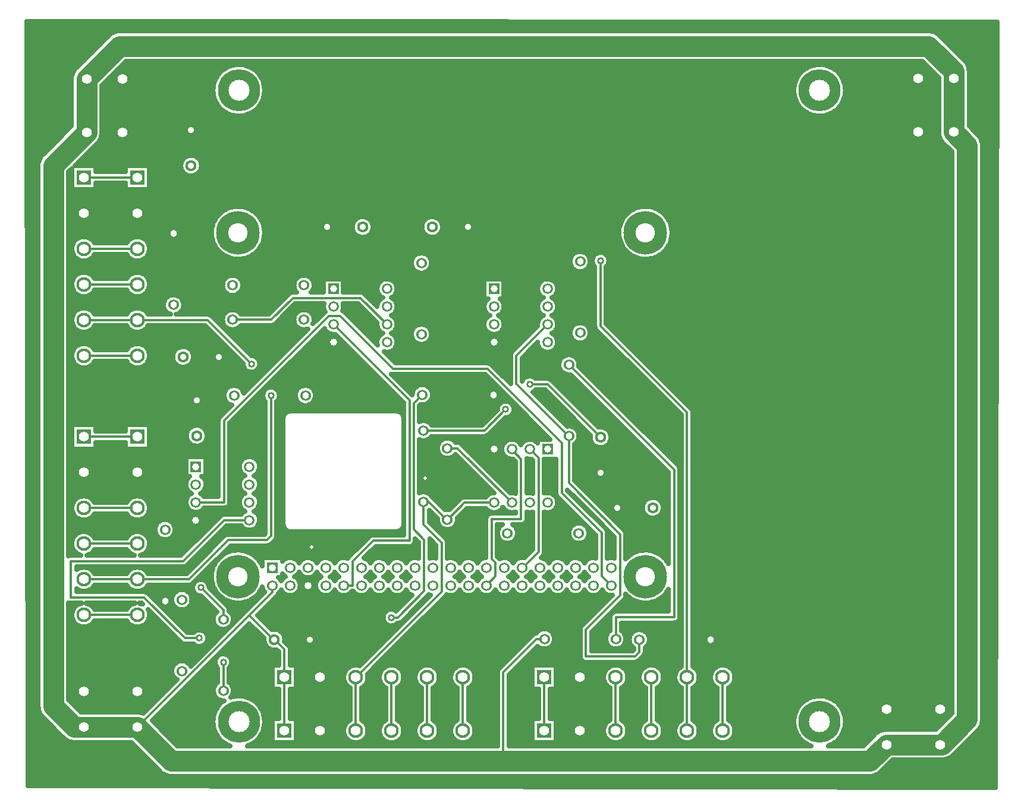
<source format=gbr>
G04 DipTrace 4.1.1.0*
G04 2 - Bottom.gbr*
%MOMM*%
G04 #@! TF.FileFunction,Copper,L2,Bot*
G04 #@! TF.Part,Single*
%ADD15C,3.0*%
%ADD30C,1.016*%
%ADD31C,0.48567*%
%ADD32C,0.9*%
%ADD33C,1.4*%
%ADD34C,1.0*%
%ADD35C,0.96533*%
%ADD36C,0.965*%
%ADD37C,2.75*%
G04 #@! TA.AperFunction,Conductor*
%ADD14C,0.3*%
G04 #@! TA.AperFunction,CopperBalancing*
%ADD16C,0.635*%
G04 #@! TA.AperFunction,ComponentPad*
%ADD17C,1.6*%
%ADD18R,1.6X1.6*%
%ADD20R,2.1X2.1*%
%ADD21C,2.1*%
%ADD23R,1.508X1.508*%
%ADD24C,1.508*%
%ADD25C,6.0*%
%ADD26C,1.524*%
%ADD27C,1.524*%
%ADD28C,6.2*%
%ADD29R,1.524X1.524*%
%FSLAX35Y35*%
G04*
G71*
G90*
G75*
G01*
G04 Bottom*
%LPD*%
X7946000Y5867000D2*
D14*
Y5861000D1*
X8078000Y5729000D1*
Y4873000D1*
X7658000D1*
Y4304000D1*
X7711000Y4251000D1*
Y4054000D1*
X7582000Y3925000D1*
X8200000Y5867000D2*
X8328000Y5739000D1*
Y4403000D1*
X8104000Y4179000D1*
X8090000D1*
X5406003Y7644977D2*
X6488000Y6562980D1*
Y4563000D1*
X5971640D1*
X5678000Y4269360D1*
Y3925000D1*
X5550000D1*
X3447007Y5110983D2*
X3848000D1*
Y6273000D1*
X5343000Y7768000D1*
X5503000D1*
X6258000Y7013000D1*
X7598000D1*
X8657000Y5954000D1*
Y5244000D1*
X9225000Y4676000D1*
Y4060000D1*
X9360000Y3925000D1*
X4534000D2*
X4538000D1*
Y3826687D1*
X4209493Y3498180D1*
X2614213Y1902900D1*
X1852200Y9739000D2*
X2614200D1*
X1852200Y6044000D2*
X2614200D1*
X2614213Y1902900D2*
D15*
X3095113Y1422000D1*
X7823830D1*
X13044100D1*
X13278800Y1656700D1*
X14040800D2*
X13278800D1*
X1852213Y1902880D2*
X2614213Y1902900D1*
X8407500Y1855300D2*
D14*
Y2617300D1*
X4707600Y1855300D2*
Y2617300D1*
X14040800Y1656700D2*
D15*
X14071700D1*
X14428000Y2013000D1*
Y10198103D1*
X14238800Y10387300D1*
X14238783Y11149300D2*
X14238800Y10387300D1*
X14238783Y11149300D2*
Y11252217D1*
X13878000Y11613000D1*
X2359900D1*
X1891200Y11144300D1*
Y10382300D2*
Y11144300D1*
Y10382300D2*
X1418000Y9909100D1*
Y2203000D1*
X1718120Y1902880D1*
X1852213D1*
X4564000Y3153000D2*
D14*
X4554673D1*
X4209493Y3498180D1*
X4564000Y3153000D2*
X4568000D1*
X4707600Y3013400D1*
Y2617300D1*
X6688000Y6131000D2*
X7556000D1*
X7858000Y6433000D1*
X8198000Y6793000D2*
X8451997D1*
X9207997Y6037000D1*
X8410000Y3162990D2*
X8297990D1*
X7823830Y2688830D1*
Y1422000D1*
X2614200Y9231000D2*
Y9407200D1*
X2800000Y9593000D1*
Y9840000D1*
X2399200Y10240800D1*
Y10382300D1*
X7692017Y7390983D2*
X8309000Y8007967D1*
Y8189000D1*
X10410000Y10290000D1*
X13633510D1*
X13730800Y10387290D1*
X1852200Y9231000D2*
X2614200D1*
X9423500Y1855300D2*
Y2617300D1*
X9426000Y3163010D2*
Y3473000D1*
X10258000D1*
Y5570990D1*
X8757990Y7071000D1*
X9931500Y1855300D2*
Y2617300D1*
X9760000Y3152987D2*
Y2976640D1*
X9696360Y2913000D1*
X8998000D1*
Y3293000D1*
X9488000Y3783000D1*
Y4653000D1*
X8758010Y5382990D1*
Y6055000D1*
X8756000D1*
X8008000Y6803000D1*
Y7199013D1*
X8454007Y7645020D1*
X10439500Y1855300D2*
Y2617300D1*
X9208000Y8553000D2*
Y7623000D1*
X10439500Y6391500D1*
Y2617300D1*
X10947500Y1855300D2*
Y2617300D1*
X1852200Y8723000D2*
X2614200D1*
X1852200Y8215000D2*
X2614200D1*
X3970000Y7713000D2*
X4518000D1*
X4828000Y8023000D1*
X5790027D1*
X6168003Y7645020D1*
X1852200Y7707000D2*
X2614200D1*
X4238000Y7083000D2*
X3614000Y7707000D1*
X2614200D1*
X1852200Y7199000D2*
X2614200D1*
X5723600Y1855300D2*
Y2617300D1*
X6688000Y5115000D2*
X6766000D1*
X7016000Y4865000D1*
X7028000D1*
X7030000D1*
X7270000Y5105000D1*
X7692000D1*
X5723600Y2617300D2*
X5732300D1*
X6948000Y3833000D1*
Y4533000D1*
X6688000Y4793000D1*
Y5115000D1*
X6231600Y1855300D2*
Y2617300D1*
X7028000Y5881000D2*
X7170000D1*
X7946000Y5105000D1*
X6231600Y3466600D2*
X6321600D1*
X6698000Y3843000D1*
Y4573000D1*
X6548000Y4723000D1*
Y6521000D1*
X6670000Y6643000D1*
X6739600Y2617300D2*
Y1855300D1*
X7247600D2*
Y2617300D1*
X1852200Y5028000D2*
X2614200D1*
X3838000Y2425000D2*
Y2833000D1*
X3498000Y3173000D2*
X3288000D1*
X2708000Y3753000D1*
X1668000D1*
Y4273000D1*
X3268000D1*
X3852020Y4857020D1*
X4209017D1*
X1852200Y4520000D2*
X2614200D1*
X3838000Y3441000D2*
Y3573000D1*
X3518000Y3893000D1*
X1852200Y4012000D2*
X2614200D1*
X4518000Y6633013D2*
Y4633000D1*
X4458000Y4573000D1*
X3908000D1*
X3347000Y4012000D1*
X2614200D1*
X1852200Y3504000D2*
X2614200D1*
D30*
X7858000Y6433000D3*
X8198000Y6793000D3*
X9208000Y8553000D3*
X4238000Y7083000D3*
X6231600Y3466600D3*
X3838000Y2833000D3*
X3498000Y3173000D3*
X3518000Y3893000D3*
X4518000Y6633013D3*
X6708000Y5453000D3*
X5098000Y4473000D3*
X1043260Y11901083D2*
D16*
X14853647D1*
X1043350Y11837917D2*
X14853510D1*
X1043443Y11774750D2*
X2210623D1*
X14027257D2*
X14853327D1*
X1043580Y11711583D2*
X2146867D1*
X14091013D2*
X14853143D1*
X1043670Y11648417D2*
X2083703D1*
X14154177D2*
X14852963D1*
X1043760Y11585250D2*
X2020540D1*
X14217340D2*
X14852827D1*
X1043897Y11522083D2*
X1957377D1*
X14280507D2*
X14852643D1*
X1043990Y11458917D2*
X1894213D1*
X14343670D2*
X14852460D1*
X1044080Y11395750D2*
X1831047D1*
X2454243D2*
X13783640D1*
X14406333D2*
X14852277D1*
X1044170Y11332583D2*
X1767883D1*
X2391080D2*
X3943763D1*
X4172250D2*
X12213790D1*
X12442230D2*
X13846803D1*
X14445480D2*
X14852097D1*
X1044307Y11269417D2*
X1708957D1*
X2327913D2*
X3824043D1*
X4291970D2*
X12094023D1*
X12561950D2*
X13909967D1*
X14460290D2*
X14851960D1*
X1044400Y11206250D2*
X1678060D1*
X2264750D2*
X3761790D1*
X4354177D2*
X12031817D1*
X12624203D2*
X13973130D1*
X14460973D2*
X14851777D1*
X1044490Y11143083D2*
X1668990D1*
X2201587D2*
X3722690D1*
X4393323D2*
X11992670D1*
X12663307D2*
X14016563D1*
X14460973D2*
X14851593D1*
X1044627Y11079917D2*
X1668990D1*
X2138423D2*
X3698853D1*
X4417113D2*
X11968880D1*
X12687140D2*
X14016607D1*
X14460973D2*
X14851413D1*
X1044717Y11016750D2*
X1668990D1*
X2113403D2*
X3687370D1*
X4428643D2*
X11957350D1*
X12698623D2*
X14016607D1*
X14460973D2*
X14851230D1*
X1044810Y10953583D2*
X1668990D1*
X2113403D2*
X3687003D1*
X4429007D2*
X11956987D1*
X12699033D2*
X14016607D1*
X14460973D2*
X14851093D1*
X1044900Y10890417D2*
X1668990D1*
X2113403D2*
X3697713D1*
X4418300D2*
X11967693D1*
X12688280D2*
X14016607D1*
X14460973D2*
X14850910D1*
X1045037Y10827250D2*
X1668990D1*
X2113403D2*
X3720593D1*
X4395377D2*
X11990617D1*
X12665400D2*
X14016607D1*
X14460973D2*
X14850730D1*
X1045127Y10764083D2*
X1668990D1*
X2113403D2*
X3758510D1*
X4357460D2*
X12028533D1*
X12627483D2*
X14016607D1*
X14460973D2*
X14850547D1*
X1045220Y10700917D2*
X1668990D1*
X2113403D2*
X3818663D1*
X4297303D2*
X12088690D1*
X12567330D2*
X14016607D1*
X14460973D2*
X14850363D1*
X1045310Y10637750D2*
X1668990D1*
X2113403D2*
X3930637D1*
X4185377D2*
X12200617D1*
X12455400D2*
X14016607D1*
X14460973D2*
X14850227D1*
X1045447Y10574583D2*
X1668990D1*
X2113403D2*
X14016607D1*
X14460973D2*
X14850047D1*
X1045537Y10511417D2*
X1668990D1*
X2113403D2*
X14016607D1*
X14461020D2*
X14849863D1*
X1045630Y10448250D2*
X1645520D1*
X2113403D2*
X14016607D1*
X14489457D2*
X14849680D1*
X1045767Y10385083D2*
X1582357D1*
X2113403D2*
X14016607D1*
X14552620D2*
X14849543D1*
X1045857Y10321917D2*
X1519193D1*
X2104790D2*
X14026723D1*
X14611137D2*
X14849360D1*
X1045947Y10258750D2*
X1456027D1*
X2074530D2*
X14059037D1*
X14641490D2*
X14849180D1*
X1046040Y10195583D2*
X1392863D1*
X2016103D2*
X14118920D1*
X14650193D2*
X14848997D1*
X1046177Y10132417D2*
X1329700D1*
X1952940D2*
X14182083D1*
X14650193D2*
X14848813D1*
X1046267Y10069250D2*
X1266537D1*
X1889777D2*
X14205780D1*
X14650193D2*
X14848677D1*
X1046360Y10006083D2*
X1218820D1*
X1826613D2*
X3262813D1*
X3493213D2*
X14205780D1*
X14650193D2*
X14848497D1*
X1046450Y9942917D2*
X1198450D1*
X1763403D2*
X3229817D1*
X3526210D2*
X14205780D1*
X14650193D2*
X14848313D1*
X1046587Y9879750D2*
X1195807D1*
X2029413D2*
X2436987D1*
X2791390D2*
X3228770D1*
X3527257D2*
X14205780D1*
X14650193D2*
X14848130D1*
X1046677Y9816583D2*
X1195807D1*
X1640220D2*
X1675007D1*
X2791390D2*
X3258803D1*
X3497180D2*
X14205780D1*
X14650193D2*
X14847950D1*
X1046770Y9753417D2*
X1195807D1*
X1640220D2*
X1675007D1*
X2791390D2*
X14205780D1*
X14650193D2*
X14847813D1*
X1046907Y9690250D2*
X1195807D1*
X1640220D2*
X1675007D1*
X2791390D2*
X14205780D1*
X14650193D2*
X14847630D1*
X1046997Y9627083D2*
X1195807D1*
X1640220D2*
X1675007D1*
X2029413D2*
X2436987D1*
X2791390D2*
X14205780D1*
X14650193D2*
X14847447D1*
X1047087Y9563917D2*
X1195807D1*
X1640220D2*
X14205780D1*
X14650193D2*
X14847267D1*
X1047180Y9500750D2*
X1195807D1*
X1640220D2*
X14205780D1*
X14650193D2*
X14847083D1*
X1047317Y9437583D2*
X1195807D1*
X1640220D2*
X14205780D1*
X14650193D2*
X14846947D1*
X1047407Y9374417D2*
X1195807D1*
X1640220D2*
X14205780D1*
X14650193D2*
X14846763D1*
X1047497Y9311250D2*
X1195807D1*
X1640220D2*
X3930183D1*
X4163820D2*
X9730200D1*
X9963793D2*
X14205780D1*
X14650193D2*
X14846580D1*
X1047633Y9248083D2*
X1195807D1*
X1640220D2*
X3809140D1*
X4284860D2*
X9609160D1*
X10084880D2*
X14205780D1*
X14650193D2*
X14846400D1*
X1047727Y9184917D2*
X1195807D1*
X1640220D2*
X3745657D1*
X4348343D2*
X9545677D1*
X10148317D2*
X14205780D1*
X14650193D2*
X14846263D1*
X1047817Y9121750D2*
X1195807D1*
X1640220D2*
X3705327D1*
X4388677D2*
X5699913D1*
X5944080D2*
X6688390D1*
X6935610D2*
X9505300D1*
X10188697D2*
X14205780D1*
X14650193D2*
X14846080D1*
X1047907Y9058583D2*
X1195807D1*
X1640220D2*
X3680213D1*
X4413787D2*
X5672070D1*
X5971923D2*
X6661730D1*
X6962270D2*
X9480233D1*
X10213760D2*
X14205780D1*
X14650193D2*
X14845897D1*
X1048043Y8995417D2*
X1195807D1*
X1640220D2*
X3667317D1*
X4426683D2*
X5674713D1*
X5969280D2*
X6665287D1*
X6958717D2*
X9467337D1*
X10226703D2*
X14205780D1*
X14650193D2*
X14845717D1*
X1048137Y8932250D2*
X1195807D1*
X1640220D2*
X3665313D1*
X4428690D2*
X5710170D1*
X5933827D2*
X6702153D1*
X6921847D2*
X9465330D1*
X10228663D2*
X14205780D1*
X14650193D2*
X14845533D1*
X1048227Y8869083D2*
X1195807D1*
X1640220D2*
X1757267D1*
X1947153D2*
X2519243D1*
X2709133D2*
X3674063D1*
X4419940D2*
X9474080D1*
X10219960D2*
X14205780D1*
X14650193D2*
X14845397D1*
X1048317Y8805917D2*
X1195807D1*
X1640220D2*
X1696470D1*
X2007947D2*
X2458450D1*
X2769927D2*
X3694343D1*
X4399660D2*
X9494360D1*
X10199633D2*
X14205780D1*
X14650193D2*
X14845213D1*
X1048453Y8742750D2*
X1195807D1*
X1640220D2*
X1676147D1*
X2790253D2*
X3728430D1*
X4365570D2*
X9528450D1*
X10165543D2*
X14205780D1*
X14650193D2*
X14845033D1*
X1048547Y8679583D2*
X1195807D1*
X1640220D2*
X1680610D1*
X2785787D2*
X3781707D1*
X4312297D2*
X8880450D1*
X8955537D2*
X9581723D1*
X10112317D2*
X14205780D1*
X14650193D2*
X14844850D1*
X1048637Y8616417D2*
X1195807D1*
X1640220D2*
X1712330D1*
X1992087D2*
X2474310D1*
X2754067D2*
X3871393D1*
X4222610D2*
X6546387D1*
X6769587D2*
X8791263D1*
X9044723D2*
X9103757D1*
X9312237D2*
X9671413D1*
X10022583D2*
X14205780D1*
X14650193D2*
X14844667D1*
X1048773Y8553250D2*
X1195807D1*
X1640220D2*
X1826490D1*
X1877927D2*
X2588517D1*
X2639907D2*
X6513300D1*
X6802673D2*
X8770117D1*
X9065870D2*
X9084980D1*
X9331013D2*
X14205780D1*
X14650193D2*
X14844530D1*
X1048863Y8490083D2*
X1195807D1*
X1640220D2*
X6512980D1*
X6802993D2*
X8779003D1*
X9056937D2*
X9103437D1*
X9312557D2*
X14205780D1*
X14650193D2*
X14844350D1*
X1048957Y8426917D2*
X1195807D1*
X1640220D2*
X6545200D1*
X6770773D2*
X8826993D1*
X9008950D2*
X9120800D1*
X9295193D2*
X14205780D1*
X14650193D2*
X14844167D1*
X1049047Y8363750D2*
X1195807D1*
X1640220D2*
X1761823D1*
X1942597D2*
X2523803D1*
X2704573D2*
X9120800D1*
X9295193D2*
X14205780D1*
X14650193D2*
X14843983D1*
X1049183Y8300583D2*
X1195807D1*
X1640220D2*
X1697973D1*
X2006397D2*
X2460000D1*
X2768423D2*
X3860410D1*
X4079557D2*
X4876413D1*
X5095557D2*
X9120800D1*
X9295193D2*
X14205780D1*
X14650193D2*
X14843803D1*
X1049277Y8237417D2*
X1195807D1*
X1640220D2*
X1676463D1*
X2789933D2*
X3825820D1*
X4114143D2*
X4841823D1*
X5130147D2*
X5258360D1*
X5553567D2*
X6048367D1*
X6287610D2*
X7544387D1*
X7839593D2*
X8334350D1*
X8573590D2*
X9120800D1*
X9295193D2*
X14205780D1*
X14650193D2*
X14843663D1*
X1049367Y8174250D2*
X1195807D1*
X1640220D2*
X1679927D1*
X2786470D2*
X3824543D1*
X4115467D2*
X4840547D1*
X5131470D2*
X5258360D1*
X5553567D2*
X6021980D1*
X6313950D2*
X7544387D1*
X7839593D2*
X8308007D1*
X8599977D2*
X9120800D1*
X9295193D2*
X14205780D1*
X14650193D2*
X14843483D1*
X1049503Y8111083D2*
X1195807D1*
X1640220D2*
X1710233D1*
X1994183D2*
X2472260D1*
X2756163D2*
X3855350D1*
X4084660D2*
X4871353D1*
X5100663D2*
X5258360D1*
X5553567D2*
X6026763D1*
X6309210D2*
X7544387D1*
X7839593D2*
X8312747D1*
X8595193D2*
X9120800D1*
X9295193D2*
X14205780D1*
X14650193D2*
X14843300D1*
X1049593Y8047917D2*
X1195807D1*
X1640220D2*
X1810177D1*
X1894243D2*
X2572153D1*
X2656223D2*
X3050443D1*
X3205557D2*
X4732220D1*
X5885793D2*
X6067277D1*
X6268697D2*
X7544387D1*
X7839593D2*
X8353260D1*
X8554680D2*
X9120800D1*
X9295193D2*
X14205780D1*
X14650193D2*
X14843117D1*
X1049687Y7984750D2*
X1195807D1*
X1640220D2*
X2992793D1*
X3263207D2*
X4669057D1*
X5948957D2*
X6049367D1*
X6286607D2*
X7573417D1*
X7810563D2*
X8335397D1*
X8572590D2*
X9120800D1*
X9295193D2*
X14205780D1*
X14650193D2*
X14842980D1*
X1049777Y7921583D2*
X1195807D1*
X1640220D2*
X2979623D1*
X3276377D2*
X4605890D1*
X4847277D2*
X5260227D1*
X5551787D2*
X5770737D1*
X6313767D2*
X7546210D1*
X7837770D2*
X8308190D1*
X8599797D2*
X9120800D1*
X9295193D2*
X14205780D1*
X14650193D2*
X14842800D1*
X1049913Y7858417D2*
X1195807D1*
X1640220D2*
X1766700D1*
X1937673D2*
X2528723D1*
X2699697D2*
X2996163D1*
X3259837D2*
X4542727D1*
X4784113D2*
X5264330D1*
X5547640D2*
X5833900D1*
X6309620D2*
X7550357D1*
X7833623D2*
X8312337D1*
X8595650D2*
X9120800D1*
X9295193D2*
X14205780D1*
X14650193D2*
X14842617D1*
X1050003Y7795250D2*
X1195807D1*
X1640220D2*
X1699570D1*
X2004847D2*
X2461550D1*
X2766827D2*
X3063840D1*
X3192160D2*
X3847830D1*
X4092180D2*
X4479563D1*
X4720947D2*
X4863833D1*
X5108180D2*
X5249563D1*
X5596450D2*
X5897063D1*
X6270153D2*
X7589777D1*
X7794203D2*
X8351803D1*
X8556183D2*
X9120800D1*
X9295193D2*
X14205780D1*
X14650193D2*
X14842433D1*
X1050097Y7732083D2*
X1195807D1*
X1640220D2*
X1676830D1*
X3709593D2*
X3822903D1*
X4657783D2*
X4838907D1*
X5133110D2*
X5186400D1*
X5659613D2*
X5960273D1*
X6285603D2*
X7574467D1*
X7809560D2*
X8336443D1*
X8571587D2*
X9120800D1*
X9295193D2*
X14205780D1*
X14650193D2*
X14842253D1*
X1050187Y7668917D2*
X1195807D1*
X1640220D2*
X1679290D1*
X3772757D2*
X3828600D1*
X4594620D2*
X4844603D1*
X5722777D2*
X6022433D1*
X6313587D2*
X7546440D1*
X7837543D2*
X8308463D1*
X8599567D2*
X9120800D1*
X9295193D2*
X14205780D1*
X14650193D2*
X14842117D1*
X1050323Y7605750D2*
X1195807D1*
X1640220D2*
X1708230D1*
X1996143D2*
X2470253D1*
X2758170D2*
X3594583D1*
X3835923D2*
X3870527D1*
X4069483D2*
X4886530D1*
X5785943D2*
X6025990D1*
X6310030D2*
X6551537D1*
X6764483D2*
X7549947D1*
X7834033D2*
X8294063D1*
X8596060D2*
X8794817D1*
X9041217D2*
X9122670D1*
X9345960D2*
X14205780D1*
X14650193D2*
X14841933D1*
X1050413Y7542583D2*
X1195807D1*
X1640220D2*
X1799420D1*
X1904997D2*
X2561400D1*
X2666977D2*
X3657747D1*
X3899087D2*
X4996907D1*
X5238293D2*
X5302337D1*
X5849107D2*
X6064407D1*
X6271613D2*
X6514667D1*
X6801353D2*
X7588367D1*
X7795663D2*
X8230897D1*
X8557597D2*
X8770710D1*
X9065323D2*
X9167740D1*
X9409127D2*
X14205780D1*
X14650193D2*
X14841750D1*
X1050507Y7479417D2*
X1195807D1*
X1640220D2*
X3720910D1*
X3962250D2*
X4933743D1*
X5175127D2*
X5450860D1*
X5912270D2*
X6051510D1*
X6284557D2*
X6511933D1*
X6804087D2*
X8167733D1*
X8570537D2*
X8777137D1*
X9058897D2*
X9230903D1*
X9472290D2*
X14205780D1*
X14650193D2*
X14841570D1*
X1050643Y7416250D2*
X1195807D1*
X1640220D2*
X3784077D1*
X4025460D2*
X4870580D1*
X5111920D2*
X5514023D1*
X5975433D2*
X6022707D1*
X6313357D2*
X6540737D1*
X6775283D2*
X8104570D1*
X8599340D2*
X8820293D1*
X9015740D2*
X9294070D1*
X9535453D2*
X14205780D1*
X14650193D2*
X14841387D1*
X1050733Y7353083D2*
X1195807D1*
X1640220D2*
X1772030D1*
X1932340D2*
X2534057D1*
X2694367D2*
X3847240D1*
X4088623D2*
X4807413D1*
X5048753D2*
X5577187D1*
X6310440D2*
X8041360D1*
X8282747D2*
X8311607D1*
X8596423D2*
X9357233D1*
X9598617D2*
X14205780D1*
X14650193D2*
X14841250D1*
X1050823Y7289917D2*
X1195807D1*
X1640220D2*
X1701210D1*
X2003207D2*
X2463190D1*
X2765187D2*
X3158450D1*
X3369530D2*
X3910403D1*
X4151787D2*
X4744207D1*
X4985590D2*
X5640350D1*
X6273027D2*
X7978197D1*
X8219580D2*
X8349023D1*
X8559007D2*
X9420397D1*
X9661780D2*
X14205780D1*
X14650193D2*
X14841067D1*
X1050917Y7226750D2*
X1195807D1*
X1640220D2*
X1677283D1*
X2789113D2*
X3118527D1*
X3409497D2*
X3973567D1*
X4214953D2*
X4681040D1*
X4922427D2*
X5703560D1*
X6164927D2*
X7925697D1*
X8156417D2*
X9483560D1*
X9724947D2*
X14205780D1*
X14650193D2*
X14840887D1*
X1051053Y7163583D2*
X1195807D1*
X1640220D2*
X1678697D1*
X2787700D2*
X3113107D1*
X3414920D2*
X4036730D1*
X4328703D2*
X4617877D1*
X4859263D2*
X5766723D1*
X6228090D2*
X7920820D1*
X8095213D2*
X8643927D1*
X8872093D2*
X9546723D1*
X9788110D2*
X14205780D1*
X14650193D2*
X14840703D1*
X1051143Y7100417D2*
X1195807D1*
X1640220D2*
X1706313D1*
X1998103D2*
X2468293D1*
X2760083D2*
X3137440D1*
X3390583D2*
X4099897D1*
X4359693D2*
X4554713D1*
X4796097D2*
X5829890D1*
X6291253D2*
X7920820D1*
X8095213D2*
X8612663D1*
X8903310D2*
X9609890D1*
X9851273D2*
X14205780D1*
X14650193D2*
X14840520D1*
X1051233Y7037250D2*
X1195807D1*
X1640220D2*
X1790853D1*
X1913567D2*
X2552830D1*
X2675543D2*
X3251830D1*
X3276173D2*
X4124367D1*
X4351670D2*
X4491550D1*
X4732933D2*
X5893053D1*
X7694443D2*
X7920820D1*
X8095213D2*
X8613663D1*
X8912427D2*
X9673053D1*
X9914437D2*
X14205780D1*
X14650193D2*
X14840383D1*
X1051327Y6974083D2*
X1195807D1*
X1640220D2*
X4189903D1*
X4286137D2*
X4428387D1*
X4669770D2*
X5956217D1*
X7757610D2*
X7920820D1*
X8095213D2*
X8647800D1*
X8975590D2*
X9736217D1*
X9977603D2*
X14205780D1*
X14650193D2*
X14840200D1*
X1051463Y6910917D2*
X1195807D1*
X1640220D2*
X4365220D1*
X4606607D2*
X6019380D1*
X6260767D2*
X7579387D1*
X7820773D2*
X7920820D1*
X8095213D2*
X8797370D1*
X9038753D2*
X9799380D1*
X10040767D2*
X14205780D1*
X14650193D2*
X14840020D1*
X1051553Y6847750D2*
X1195807D1*
X1640220D2*
X4302057D1*
X4543443D2*
X6082547D1*
X6323930D2*
X7642553D1*
X7883937D2*
X7920820D1*
X8517947D2*
X8860533D1*
X9101920D2*
X9862547D1*
X10103930D2*
X14205780D1*
X14650193D2*
X14839837D1*
X1051643Y6784583D2*
X1195807D1*
X1640220D2*
X4238893D1*
X4480277D2*
X6145710D1*
X6387093D2*
X6652160D1*
X6687877D2*
X7705717D1*
X8581110D2*
X8923697D1*
X9165083D2*
X9925710D1*
X10167093D2*
X14205780D1*
X14650193D2*
X14839700D1*
X1051780Y6721417D2*
X1195807D1*
X1640220D2*
X3872487D1*
X4107537D2*
X4175730D1*
X4600453D2*
X4888443D1*
X5123540D2*
X6208873D1*
X6450257D2*
X6545200D1*
X6794790D2*
X7768880D1*
X8644277D2*
X8986860D1*
X9228247D2*
X9988873D1*
X10230257D2*
X14205780D1*
X14650193D2*
X14839517D1*
X1051873Y6658250D2*
X1195807D1*
X1640220D2*
X3843867D1*
X4353950D2*
X4397760D1*
X4638233D2*
X4859870D1*
X5152160D2*
X6272037D1*
X6817577D2*
X7832043D1*
X8273447D2*
X8466053D1*
X8707440D2*
X9050070D1*
X9291410D2*
X10052083D1*
X10293423D2*
X14205780D1*
X14650193D2*
X14839337D1*
X1051963Y6595083D2*
X1195807D1*
X1640220D2*
X3846737D1*
X4290787D2*
X4401360D1*
X4634680D2*
X4862740D1*
X5149243D2*
X6335200D1*
X6810057D2*
X7895207D1*
X8336613D2*
X8529220D1*
X8770603D2*
X9113237D1*
X9354573D2*
X10115247D1*
X10356587D2*
X14205780D1*
X14650193D2*
X14839153D1*
X1052057Y6531917D2*
X1195807D1*
X1640220D2*
X3883833D1*
X4227620D2*
X4430800D1*
X4605193D2*
X4899883D1*
X5112147D2*
X6398367D1*
X6764893D2*
X7789843D1*
X7926183D2*
X7958373D1*
X8399777D2*
X8592383D1*
X8833767D2*
X9176400D1*
X9417783D2*
X10178410D1*
X10419750D2*
X14205780D1*
X14650193D2*
X14838970D1*
X1052193Y6468750D2*
X1195807D1*
X1640220D2*
X3923073D1*
X4164457D2*
X4430800D1*
X4605193D2*
X6400780D1*
X6635193D2*
X7740623D1*
X7975400D2*
X8021580D1*
X8462940D2*
X8655547D1*
X8896930D2*
X9239563D1*
X9480947D2*
X10241577D1*
X10482960D2*
X14205780D1*
X14650193D2*
X14838833D1*
X1052283Y6405583D2*
X1195807D1*
X1640220D2*
X3859910D1*
X4101293D2*
X4430800D1*
X4605193D2*
X4760247D1*
X6333727D2*
X6400780D1*
X6635193D2*
X7709910D1*
X7977727D2*
X8084747D1*
X8526103D2*
X8718710D1*
X8960097D2*
X9302727D1*
X9544113D2*
X10304740D1*
X10525480D2*
X14205780D1*
X14650193D2*
X14838653D1*
X1052373Y6342417D2*
X1195807D1*
X1640220D2*
X3796743D1*
X4038083D2*
X4430800D1*
X4605193D2*
X4690567D1*
X6635193D2*
X7646743D1*
X7937850D2*
X8147910D1*
X8589270D2*
X8781873D1*
X9023260D2*
X9365890D1*
X9607277D2*
X10352317D1*
X10526710D2*
X14205780D1*
X14650193D2*
X14838470D1*
X1052510Y6279250D2*
X1195807D1*
X1640220D2*
X3761060D1*
X3974920D2*
X4430800D1*
X4605193D2*
X4682683D1*
X6635193D2*
X7583580D1*
X7824920D2*
X8211073D1*
X8652433D2*
X8845040D1*
X9086423D2*
X9429057D1*
X9670440D2*
X10352317D1*
X10526710D2*
X14205780D1*
X14650193D2*
X14838287D1*
X1052603Y6216083D2*
X1195807D1*
X1640220D2*
X3760787D1*
X3935180D2*
X4430800D1*
X4605193D2*
X4682683D1*
X6808097D2*
X7520417D1*
X7761757D2*
X8274237D1*
X8715597D2*
X8908203D1*
X9149587D2*
X9492220D1*
X9733603D2*
X10352317D1*
X10526710D2*
X14205780D1*
X14650193D2*
X14838107D1*
X1052693Y6152917D2*
X1195807D1*
X1640220D2*
X1675007D1*
X2029413D2*
X2436987D1*
X2791390D2*
X3340057D1*
X3575930D2*
X3760787D1*
X3935180D2*
X4430800D1*
X4605193D2*
X4682683D1*
X7698590D2*
X8337403D1*
X8867263D2*
X8971367D1*
X9302850D2*
X9555383D1*
X9796770D2*
X10352317D1*
X10526710D2*
X14205780D1*
X14650193D2*
X14837970D1*
X1052783Y6089750D2*
X1195807D1*
X1640220D2*
X1675007D1*
X2791390D2*
X3309070D1*
X3606920D2*
X3760787D1*
X3935180D2*
X4430800D1*
X4605193D2*
X4682683D1*
X7635427D2*
X8400567D1*
X8902080D2*
X9034577D1*
X9350337D2*
X9618547D1*
X9859933D2*
X10352317D1*
X10526710D2*
X14205780D1*
X14650193D2*
X14837787D1*
X1052920Y6026583D2*
X1195807D1*
X1640220D2*
X1675007D1*
X2791390D2*
X3309480D1*
X3606553D2*
X3760787D1*
X3935180D2*
X4430800D1*
X4605193D2*
X4682683D1*
X6790643D2*
X8463730D1*
X8903540D2*
X9056177D1*
X9359817D2*
X9681713D1*
X9923097D2*
X10352317D1*
X10526710D2*
X14205780D1*
X14650193D2*
X14837603D1*
X1053013Y5963417D2*
X1195807D1*
X1640220D2*
X1675007D1*
X2791390D2*
X3341517D1*
X3574517D2*
X3760787D1*
X3935180D2*
X4430800D1*
X4605193D2*
X4682683D1*
X6635193D2*
X6905957D1*
X7150030D2*
X7836420D1*
X8055563D2*
X8090443D1*
X8872960D2*
X9075730D1*
X9340263D2*
X9744877D1*
X9986260D2*
X10352317D1*
X10526710D2*
X14205780D1*
X14650193D2*
X14837420D1*
X1053103Y5900250D2*
X1195807D1*
X1640220D2*
X1675007D1*
X2029413D2*
X2436987D1*
X2791390D2*
X3760787D1*
X3935180D2*
X4430800D1*
X4605193D2*
X4682683D1*
X6635193D2*
X6880890D1*
X7271437D2*
X7802377D1*
X8845207D2*
X9150923D1*
X9265070D2*
X9808040D1*
X10049423D2*
X10352317D1*
X10526710D2*
X14205780D1*
X14650193D2*
X14837240D1*
X1053193Y5837083D2*
X1195807D1*
X1640220D2*
X3760787D1*
X3935180D2*
X4430800D1*
X4605193D2*
X4682683D1*
X6635193D2*
X6886543D1*
X7334600D2*
X7801600D1*
X8845207D2*
X9871203D1*
X10112590D2*
X10352317D1*
X10526710D2*
X14205780D1*
X14650193D2*
X14837103D1*
X1053330Y5773917D2*
X1195807D1*
X1640220D2*
X3760787D1*
X3935180D2*
X4430800D1*
X4605193D2*
X4682683D1*
X6635193D2*
X6928333D1*
X7127700D2*
X7156380D1*
X7397763D2*
X7833410D1*
X8845207D2*
X9934367D1*
X10175753D2*
X10352317D1*
X10526710D2*
X14205780D1*
X14650193D2*
X14836920D1*
X1053423Y5710750D2*
X1195807D1*
X1640220D2*
X3299360D1*
X3594567D2*
X3760787D1*
X3935180D2*
X4095200D1*
X4322733D2*
X4430800D1*
X4605193D2*
X4682683D1*
X6635193D2*
X7219543D1*
X7460930D2*
X7975553D1*
X8165213D2*
X8235547D1*
X8415180D2*
X8569777D1*
X8845207D2*
X9997533D1*
X10238917D2*
X10352317D1*
X10526710D2*
X14205780D1*
X14650193D2*
X14836737D1*
X1053513Y5647583D2*
X1195807D1*
X1640220D2*
X3299360D1*
X3594567D2*
X3760787D1*
X3935180D2*
X4064303D1*
X4353677D2*
X4430800D1*
X4605193D2*
X4682683D1*
X6635193D2*
X7282707D1*
X7524093D2*
X7990820D1*
X8165213D2*
X8240787D1*
X8415180D2*
X8569777D1*
X8845207D2*
X10060697D1*
X10302080D2*
X10352317D1*
X10526710D2*
X14205780D1*
X14650193D2*
X14836557D1*
X1053650Y5584417D2*
X1195807D1*
X1640220D2*
X3299360D1*
X3594567D2*
X3760787D1*
X3935180D2*
X4065670D1*
X4352263D2*
X4430800D1*
X4605193D2*
X4682683D1*
X6635193D2*
X7345873D1*
X7587257D2*
X7990820D1*
X8165213D2*
X8240787D1*
X8415180D2*
X8569777D1*
X8845207D2*
X10123907D1*
X10526710D2*
X14205780D1*
X14650193D2*
X14836420D1*
X1053740Y5521250D2*
X1195807D1*
X1640220D2*
X3299360D1*
X3594567D2*
X3760787D1*
X3935180D2*
X4100670D1*
X4317263D2*
X4430800D1*
X4605193D2*
X4682683D1*
X6635193D2*
X7409080D1*
X7650420D2*
X7990820D1*
X8165213D2*
X8240787D1*
X8415180D2*
X8569777D1*
X8845207D2*
X10170800D1*
X10526710D2*
X14205780D1*
X14650193D2*
X14836237D1*
X1053833Y5458083D2*
X1195807D1*
X1640220D2*
X3334407D1*
X3559567D2*
X3760787D1*
X3935180D2*
X4096387D1*
X4321593D2*
X4430800D1*
X4605193D2*
X4682683D1*
X6635193D2*
X7472247D1*
X7713587D2*
X7990820D1*
X8165213D2*
X8240787D1*
X8415180D2*
X8569777D1*
X8845207D2*
X10170800D1*
X10526710D2*
X14205780D1*
X14650193D2*
X14836053D1*
X1053923Y5394917D2*
X1195807D1*
X1640220D2*
X3302597D1*
X3591377D2*
X3760787D1*
X3935180D2*
X4064577D1*
X4353403D2*
X4430800D1*
X4605193D2*
X4682683D1*
X6635193D2*
X7535410D1*
X7776793D2*
X7990820D1*
X8165213D2*
X8240787D1*
X8415180D2*
X8569777D1*
X8866763D2*
X10170800D1*
X10526710D2*
X14205780D1*
X14650193D2*
X14835873D1*
X1054060Y5331750D2*
X1195807D1*
X1640220D2*
X3303373D1*
X3590650D2*
X3760787D1*
X3935180D2*
X4065350D1*
X4352627D2*
X4430800D1*
X4605193D2*
X4682683D1*
X6635193D2*
X7598573D1*
X7839960D2*
X7990820D1*
X8165213D2*
X8240787D1*
X8415180D2*
X8569777D1*
X8929927D2*
X10170800D1*
X10526710D2*
X14205780D1*
X14650193D2*
X14835690D1*
X1054150Y5268583D2*
X1195807D1*
X1640220D2*
X3337413D1*
X3556607D2*
X3760787D1*
X3935180D2*
X4099440D1*
X4318540D2*
X4430800D1*
X4605193D2*
X4682683D1*
X6635193D2*
X7661737D1*
X7903123D2*
X7990820D1*
X8165213D2*
X8240787D1*
X8415180D2*
X8569777D1*
X8993090D2*
X10170800D1*
X10526710D2*
X14205780D1*
X14650193D2*
X14835553D1*
X1054243Y5205417D2*
X1195807D1*
X1640220D2*
X3335593D1*
X3558383D2*
X3760787D1*
X3935180D2*
X4097570D1*
X4320407D2*
X4430800D1*
X4605193D2*
X4682683D1*
X6803903D2*
X7586313D1*
X8559693D2*
X8579623D1*
X9056253D2*
X10170800D1*
X10526710D2*
X14205780D1*
X14650193D2*
X14835370D1*
X1054380Y5142250D2*
X1195807D1*
X1640220D2*
X1718803D1*
X1985570D2*
X2480827D1*
X2747597D2*
X3302917D1*
X3935180D2*
X4064897D1*
X4353130D2*
X4430800D1*
X4605193D2*
X4682683D1*
X6859457D2*
X7186550D1*
X8596607D2*
X8638047D1*
X9119420D2*
X9849010D1*
X10054983D2*
X10170800D1*
X10526710D2*
X14205780D1*
X14650193D2*
X14835190D1*
X1054470Y5079083D2*
X1195807D1*
X1640220D2*
X1682800D1*
X2783597D2*
X3303053D1*
X3928663D2*
X4065077D1*
X4352947D2*
X4430800D1*
X4605193D2*
X4682683D1*
X6922620D2*
X7123387D1*
X8599203D2*
X8701210D1*
X9182627D2*
X9807267D1*
X10096730D2*
X10170800D1*
X10526710D2*
X14205780D1*
X14650193D2*
X14835007D1*
X1054560Y5015917D2*
X1195807D1*
X1640220D2*
X1675417D1*
X2790980D2*
X3336183D1*
X3557837D2*
X4098210D1*
X4319817D2*
X4430800D1*
X4605193D2*
X4682683D1*
X6985787D2*
X7060220D1*
X7301607D2*
X7576017D1*
X7807967D2*
X7830040D1*
X8569947D2*
X8764373D1*
X9245793D2*
X9800793D1*
X10103200D2*
X10170800D1*
X10526710D2*
X14205780D1*
X14650193D2*
X14834823D1*
X1054653Y4952750D2*
X1195807D1*
X1640220D2*
X1692460D1*
X2773937D2*
X4098803D1*
X4319223D2*
X4430800D1*
X4605193D2*
X4682683D1*
X6775193D2*
X6807563D1*
X7238443D2*
X7638360D1*
X8165213D2*
X8240787D1*
X8415180D2*
X8827540D1*
X9308957D2*
X9823853D1*
X10080140D2*
X10170800D1*
X10526710D2*
X14205780D1*
X14650193D2*
X14834687D1*
X1054790Y4889583D2*
X1195807D1*
X1640220D2*
X1745690D1*
X1958683D2*
X2507713D1*
X2720707D2*
X3763887D1*
X4352810D2*
X4430800D1*
X4605193D2*
X4682683D1*
X6775193D2*
X6870730D1*
X7175277D2*
X7572507D1*
X8165213D2*
X8240787D1*
X8415180D2*
X8890747D1*
X9372120D2*
X9919100D1*
X9984893D2*
X10170800D1*
X10526710D2*
X14205780D1*
X14650193D2*
X14834503D1*
X1054880Y4826417D2*
X1195807D1*
X1640220D2*
X2906433D1*
X3109580D2*
X3700723D1*
X4353267D2*
X4430800D1*
X4605193D2*
X4682683D1*
X6775283D2*
X6884947D1*
X7171040D2*
X7570820D1*
X8150447D2*
X8240787D1*
X8415180D2*
X8953913D1*
X9435283D2*
X10170800D1*
X10526710D2*
X14205780D1*
X14650193D2*
X14834323D1*
X1054973Y4763250D2*
X1195807D1*
X1640220D2*
X2866010D1*
X3149960D2*
X3637557D1*
X3878943D2*
X4097023D1*
X4321000D2*
X4430800D1*
X4605193D2*
X4689883D1*
X6838447D2*
X6922547D1*
X7133487D2*
X7570820D1*
X7745213D2*
X7771387D1*
X7996593D2*
X8240787D1*
X8415180D2*
X8787343D1*
X9498447D2*
X10170800D1*
X10526710D2*
X14205780D1*
X14650193D2*
X14834140D1*
X1055063Y4700083D2*
X1195807D1*
X1640220D2*
X2861133D1*
X3154837D2*
X3574393D1*
X3815780D2*
X4430800D1*
X4605193D2*
X4755053D1*
X6338923D2*
X6400780D1*
X6901613D2*
X7570820D1*
X8028950D2*
X8240787D1*
X8415180D2*
X8755033D1*
X9044953D2*
X9080240D1*
X9560063D2*
X10170800D1*
X10526710D2*
X14205780D1*
X14650193D2*
X14833957D1*
X1055200Y4636917D2*
X1195807D1*
X1640220D2*
X1721263D1*
X1983110D2*
X2483287D1*
X2745133D2*
X2887153D1*
X3128860D2*
X3511230D1*
X3752613D2*
X3852117D1*
X4605193D2*
X5932520D1*
X6964777D2*
X7570820D1*
X8028723D2*
X8240787D1*
X8415180D2*
X8755260D1*
X9044723D2*
X9137800D1*
X9312193D2*
X9383390D1*
X9575193D2*
X10170800D1*
X10526710D2*
X14205780D1*
X14650193D2*
X14833820D1*
X1055290Y4573750D2*
X1195807D1*
X1640220D2*
X1683663D1*
X2782733D2*
X3448067D1*
X3689450D2*
X3788040D1*
X4579443D2*
X5861700D1*
X7024157D2*
X7570820D1*
X7745213D2*
X7772253D1*
X7995773D2*
X8240787D1*
X8415180D2*
X8788300D1*
X9011730D2*
X9137800D1*
X9312193D2*
X9400800D1*
X9575193D2*
X10170800D1*
X10526710D2*
X14205780D1*
X14650193D2*
X14833640D1*
X1055383Y4510583D2*
X1195807D1*
X1640220D2*
X1675280D1*
X2791117D2*
X3384903D1*
X3626287D2*
X3724877D1*
X4515733D2*
X5798533D1*
X6555897D2*
X6610780D1*
X6785220D2*
X6849720D1*
X7035187D2*
X7570820D1*
X7745213D2*
X8240787D1*
X8415180D2*
X9137800D1*
X9312193D2*
X9400800D1*
X9575193D2*
X10170800D1*
X10526710D2*
X14205780D1*
X14650193D2*
X14833457D1*
X1055520Y4447417D2*
X1195807D1*
X1640220D2*
X1691183D1*
X2775213D2*
X3321737D1*
X3563123D2*
X3661713D1*
X3903097D2*
X5735370D1*
X5976757D2*
X6610780D1*
X6785220D2*
X6860793D1*
X7035187D2*
X7570820D1*
X7745213D2*
X8240787D1*
X8415180D2*
X9137800D1*
X9312193D2*
X9400800D1*
X9575193D2*
X10170800D1*
X10526710D2*
X14205780D1*
X14650193D2*
X14833273D1*
X1055610Y4384250D2*
X1195807D1*
X1640220D2*
X1742090D1*
X1962283D2*
X2504113D1*
X2724307D2*
X3258573D1*
X3499960D2*
X3598547D1*
X3839933D2*
X3864920D1*
X4229080D2*
X5672207D1*
X5913590D2*
X6610780D1*
X6785220D2*
X6860793D1*
X7035187D2*
X7570820D1*
X7745213D2*
X8188560D1*
X8412993D2*
X9137800D1*
X9312193D2*
X9400800D1*
X9575193D2*
X9664940D1*
X10029053D2*
X10170800D1*
X10526710D2*
X14205780D1*
X14650193D2*
X14833137D1*
X1055700Y4321083D2*
X1195807D1*
X3436793D2*
X3535383D1*
X4315760D2*
X5609497D1*
X5850427D2*
X6610780D1*
X6785220D2*
X6860793D1*
X7035187D2*
X7570820D1*
X7761620D2*
X8125397D1*
X8366780D2*
X9137800D1*
X9312193D2*
X9400800D1*
X10115780D2*
X10170800D1*
X10526710D2*
X14205780D1*
X14650193D2*
X14832957D1*
X1055793Y4257917D2*
X1195807D1*
X3373587D2*
X3472220D1*
X10526710D2*
X14205780D1*
X14650193D2*
X14832773D1*
X1055930Y4194750D2*
X1195807D1*
X3294697D2*
X3409057D1*
X3650440D2*
X3692973D1*
X10526710D2*
X14205780D1*
X14650193D2*
X14832590D1*
X1056020Y4131583D2*
X1195807D1*
X1980557D2*
X2485840D1*
X2742583D2*
X3345890D1*
X3587277D2*
X3673333D1*
X10526710D2*
X14205780D1*
X14650193D2*
X14832410D1*
X1056110Y4068417D2*
X1195807D1*
X3524113D2*
X3665177D1*
X4883507D2*
X4946503D1*
X5137530D2*
X5200480D1*
X5391507D2*
X5454503D1*
X5899510D2*
X5962507D1*
X6153487D2*
X6216483D1*
X6407510D2*
X6470507D1*
X7169490D2*
X7232487D1*
X7423513D2*
X7486510D1*
X7931513D2*
X7994510D1*
X8185493D2*
X8248490D1*
X8439517D2*
X8502513D1*
X8693493D2*
X8756490D1*
X8947517D2*
X9010470D1*
X10526710D2*
X14205780D1*
X14650193D2*
X14832273D1*
X1056203Y4005250D2*
X1195807D1*
X3556103D2*
X3667727D1*
X4911580D2*
X5172453D1*
X10526710D2*
X14205780D1*
X14650193D2*
X14832090D1*
X1056340Y3942083D2*
X1195807D1*
X3630160D2*
X3681217D1*
X4935370D2*
X5148620D1*
X10526710D2*
X14205780D1*
X14650193D2*
X14831907D1*
X1056430Y3878917D2*
X1195807D1*
X1965700D2*
X2500697D1*
X2727680D2*
X3395840D1*
X3652763D2*
X3707010D1*
X4928717D2*
X5155273D1*
X10526710D2*
X14205780D1*
X14650193D2*
X14831723D1*
X1056520Y3815750D2*
X1195807D1*
X2765323D2*
X3135800D1*
X3360187D2*
X3424230D1*
X3715930D2*
X3748347D1*
X4345657D2*
X4406373D1*
X4631123D2*
X4690840D1*
X4885147D2*
X5198840D1*
X5393150D2*
X5452863D1*
X5647127D2*
X5706843D1*
X5901150D2*
X5960867D1*
X6155127D2*
X6214843D1*
X6409150D2*
X6468867D1*
X7171130D2*
X7230847D1*
X7425153D2*
X7484870D1*
X7679133D2*
X7738847D1*
X7933157D2*
X7992870D1*
X8187133D2*
X8246850D1*
X8441157D2*
X8500873D1*
X8695133D2*
X8754850D1*
X8949157D2*
X9008873D1*
X9203137D2*
X9262850D1*
X10145673D2*
X10170800D1*
X10526710D2*
X14205780D1*
X14650193D2*
X14831543D1*
X1056657Y3752583D2*
X1195807D1*
X2829127D2*
X3103170D1*
X3392863D2*
X3537707D1*
X3779093D2*
X3813470D1*
X4280530D2*
X4343210D1*
X4584593D2*
X6486913D1*
X6988293D2*
X9336907D1*
X9569270D2*
X9613443D1*
X10080550D2*
X10170800D1*
X10526710D2*
X14205780D1*
X14650193D2*
X14831407D1*
X1056750Y3689417D2*
X1195807D1*
X2892290D2*
X3103170D1*
X3392863D2*
X3600873D1*
X3842257D2*
X3941667D1*
X4152337D2*
X4280047D1*
X4521430D2*
X6423750D1*
X6925127D2*
X9273743D1*
X9515127D2*
X9741687D1*
X9952310D2*
X10170800D1*
X10526710D2*
X14205780D1*
X14650193D2*
X14831223D1*
X1056840Y3626250D2*
X1195807D1*
X1640220D2*
X1726503D1*
X1977913D2*
X2488483D1*
X2955453D2*
X3135800D1*
X3360187D2*
X3664080D1*
X3905193D2*
X4216880D1*
X4458267D2*
X6360540D1*
X6861920D2*
X9210580D1*
X9451920D2*
X10170800D1*
X10526710D2*
X14205780D1*
X14650193D2*
X14831040D1*
X1056930Y3563083D2*
X1195807D1*
X1640220D2*
X1685533D1*
X3018617D2*
X3727247D1*
X3925200D2*
X4153717D1*
X4395103D2*
X6159700D1*
X6798753D2*
X9147413D1*
X9388753D2*
X10170800D1*
X10526710D2*
X14205780D1*
X14650193D2*
X14830860D1*
X1057067Y3499917D2*
X1195807D1*
X1640220D2*
X1675053D1*
X2791347D2*
X2840397D1*
X3081780D2*
X3702410D1*
X3973597D2*
X4090553D1*
X4331937D2*
X6113443D1*
X6735590D2*
X9084207D1*
X10526710D2*
X14205780D1*
X14650193D2*
X14830677D1*
X1057160Y3436750D2*
X1195807D1*
X1640220D2*
X1688813D1*
X2777627D2*
X2903560D1*
X3144947D2*
X3689647D1*
X3986360D2*
X4027390D1*
X4391593D2*
X6112487D1*
X6672427D2*
X9021040D1*
X9262427D2*
X9338820D1*
X10526710D2*
X14205780D1*
X14650193D2*
X14830540D1*
X1057250Y3373583D2*
X1195807D1*
X1640220D2*
X1735480D1*
X1968937D2*
X2497460D1*
X2730917D2*
X2966723D1*
X3208110D2*
X3706600D1*
X4454757D2*
X6154870D1*
X6308343D2*
X6367877D1*
X6609263D2*
X8957877D1*
X9199263D2*
X9338820D1*
X9513213D2*
X10352317D1*
X10526710D2*
X14205780D1*
X14650193D2*
X14830357D1*
X1057387Y3310417D2*
X1195807D1*
X1640220D2*
X3029890D1*
X3271273D2*
X3775737D1*
X4142400D2*
X4276580D1*
X4517967D2*
X6304713D1*
X6546097D2*
X8912713D1*
X9136097D2*
X9338820D1*
X9513213D2*
X10352317D1*
X10526710D2*
X14205780D1*
X14650193D2*
X14830177D1*
X1057477Y3247250D2*
X1195807D1*
X1640220D2*
X3093053D1*
X3594340D2*
X3837897D1*
X4079237D2*
X4339747D1*
X4681663D2*
X6241550D1*
X6482933D2*
X8289277D1*
X8530707D2*
X8910800D1*
X9085193D2*
X9305280D1*
X9546710D2*
X9647397D1*
X9872603D2*
X10352317D1*
X10526710D2*
X14205780D1*
X14650193D2*
X14829993D1*
X1057570Y3184083D2*
X1195807D1*
X1640220D2*
X3156217D1*
X3620453D2*
X3774687D1*
X4016073D2*
X4402910D1*
X4712837D2*
X6178387D1*
X6419770D2*
X8198403D1*
X8556820D2*
X8910800D1*
X9085193D2*
X9279167D1*
X9572823D2*
X9615040D1*
X9904960D2*
X10352317D1*
X10526710D2*
X14205780D1*
X14650193D2*
X14829857D1*
X1057660Y3120917D2*
X1195807D1*
X1640220D2*
X3219380D1*
X3608740D2*
X3711523D1*
X3952907D2*
X4415350D1*
X4720767D2*
X6115220D1*
X6356607D2*
X8135240D1*
X8552037D2*
X8910800D1*
X9085193D2*
X9283997D1*
X9568037D2*
X9615267D1*
X9904730D2*
X10352317D1*
X10526710D2*
X14205780D1*
X14650193D2*
X14829673D1*
X1057797Y3057750D2*
X1195807D1*
X1640220D2*
X3473633D1*
X3522380D2*
X3648360D1*
X3889743D2*
X4447207D1*
X4781560D2*
X6052057D1*
X6293443D2*
X8072077D1*
X8511750D2*
X8910800D1*
X9085193D2*
X9324283D1*
X9527753D2*
X9648260D1*
X9871737D2*
X10352317D1*
X10526710D2*
X14205780D1*
X14650193D2*
X14829493D1*
X1057890Y2994583D2*
X1195807D1*
X1640220D2*
X3585193D1*
X3826580D2*
X4605710D1*
X4794823D2*
X5988893D1*
X6230277D2*
X8008913D1*
X8250253D2*
X8910800D1*
X9085193D2*
X9657240D1*
X9847217D2*
X10352317D1*
X10526710D2*
X14205780D1*
X14650193D2*
X14829310D1*
X1057980Y2931417D2*
X1195807D1*
X1640220D2*
X3522030D1*
X3906970D2*
X4620383D1*
X4794823D2*
X5925730D1*
X6167113D2*
X7945747D1*
X8187087D2*
X8910800D1*
X9833363D2*
X10352317D1*
X10526710D2*
X14205780D1*
X14650193D2*
X14829127D1*
X1058070Y2868250D2*
X1195807D1*
X1640220D2*
X3458867D1*
X3700253D2*
X3720457D1*
X3955550D2*
X4620383D1*
X4794823D2*
X5862563D1*
X6103950D2*
X7882540D1*
X8123923D2*
X8924337D1*
X9772297D2*
X10352317D1*
X10526710D2*
X14205780D1*
X14650193D2*
X14828990D1*
X1058207Y2805083D2*
X1195807D1*
X1640220D2*
X3140860D1*
X3355173D2*
X3395703D1*
X3637087D2*
X3718403D1*
X3957603D2*
X4620383D1*
X4794823D2*
X5799400D1*
X6040787D2*
X7819373D1*
X8060760D2*
X10352317D1*
X10526710D2*
X14205780D1*
X14650193D2*
X14828807D1*
X1058300Y2741917D2*
X1195807D1*
X1640220D2*
X3104493D1*
X3573923D2*
X3750807D1*
X3925200D2*
X4530423D1*
X4884783D2*
X5600383D1*
X5977620D2*
X6108387D1*
X6354830D2*
X6616387D1*
X6862830D2*
X7124387D1*
X7370830D2*
X7756483D1*
X7997597D2*
X8230307D1*
X8584710D2*
X9300267D1*
X9546710D2*
X9808267D1*
X10054710D2*
X10316270D1*
X10562713D2*
X10824270D1*
X11070713D2*
X14205780D1*
X14650193D2*
X14828627D1*
X1058390Y2678750D2*
X1195807D1*
X1640220D2*
X3102030D1*
X3510760D2*
X3750807D1*
X3925200D2*
X4530423D1*
X4884783D2*
X5557820D1*
X5914457D2*
X6065820D1*
X6397347D2*
X6573820D1*
X6905350D2*
X7081823D1*
X7413350D2*
X7736613D1*
X7934430D2*
X8230307D1*
X8584710D2*
X9257747D1*
X9589277D2*
X9765747D1*
X10097277D2*
X10273750D1*
X10605277D2*
X10781750D1*
X11113280D2*
X14205780D1*
X14650193D2*
X14828443D1*
X1058527Y2615583D2*
X1195807D1*
X1640220D2*
X3131290D1*
X3447597D2*
X3750807D1*
X3925200D2*
X4530423D1*
X4884783D2*
X5546427D1*
X5900787D2*
X6054427D1*
X6408787D2*
X6562427D1*
X6916787D2*
X7070430D1*
X7424790D2*
X7736613D1*
X7911053D2*
X8230307D1*
X8584710D2*
X9246307D1*
X9600713D2*
X9754310D1*
X10108670D2*
X10262310D1*
X10616670D2*
X10770313D1*
X11124673D2*
X14205780D1*
X14650193D2*
X14828260D1*
X1058617Y2552417D2*
X1195807D1*
X1640220D2*
X3143047D1*
X3384430D2*
X3750807D1*
X3925200D2*
X4530423D1*
X4884783D2*
X5559187D1*
X5887980D2*
X6067187D1*
X6395980D2*
X6575190D1*
X6903983D2*
X7083190D1*
X7411983D2*
X7736613D1*
X7911053D2*
X8230307D1*
X8584710D2*
X9259113D1*
X9587907D2*
X9767117D1*
X10095910D2*
X10275117D1*
X10603910D2*
X10783117D1*
X11111913D2*
X14205780D1*
X14650193D2*
X14828123D1*
X1058710Y2489250D2*
X1195807D1*
X1640220D2*
X3079883D1*
X3321267D2*
X3704960D1*
X3971047D2*
X4530423D1*
X4884783D2*
X5604167D1*
X5843043D2*
X6112123D1*
X6351047D2*
X6620123D1*
X6859047D2*
X7128123D1*
X7367050D2*
X7736613D1*
X7911053D2*
X8230307D1*
X8584710D2*
X9304050D1*
X9542973D2*
X9812050D1*
X10050973D2*
X10320053D1*
X10558977D2*
X10828053D1*
X11066977D2*
X14205780D1*
X14650193D2*
X14827943D1*
X1058800Y2426083D2*
X1195807D1*
X1640220D2*
X3016720D1*
X3258103D2*
X3689603D1*
X3986403D2*
X4620383D1*
X4794823D2*
X5636387D1*
X5810780D2*
X6144387D1*
X6318780D2*
X6652390D1*
X6826780D2*
X7160390D1*
X7334783D2*
X7736613D1*
X7911053D2*
X8320313D1*
X8494703D2*
X9336313D1*
X9510707D2*
X9844317D1*
X10018710D2*
X10352317D1*
X10526710D2*
X10860320D1*
X11034710D2*
X14205780D1*
X14650193D2*
X14827760D1*
X1058937Y2362917D2*
X1195807D1*
X1640220D2*
X2953553D1*
X3194940D2*
X3703867D1*
X3972093D2*
X4620383D1*
X4794823D2*
X5636387D1*
X5810780D2*
X6144387D1*
X6318780D2*
X6652390D1*
X6826780D2*
X7160390D1*
X7334783D2*
X7736613D1*
X7911053D2*
X8320313D1*
X8494703D2*
X9336313D1*
X9510707D2*
X9844317D1*
X10018710D2*
X10352317D1*
X10526710D2*
X10860320D1*
X11034710D2*
X14205780D1*
X14650193D2*
X14827577D1*
X1059027Y2299750D2*
X1195807D1*
X1640220D2*
X2890390D1*
X3131777D2*
X3764617D1*
X4247400D2*
X4620383D1*
X4794823D2*
X5636387D1*
X5810780D2*
X6144387D1*
X6318780D2*
X6652390D1*
X6826780D2*
X7160390D1*
X7334783D2*
X7736613D1*
X7911053D2*
X8320313D1*
X8494703D2*
X9336313D1*
X9510707D2*
X9844317D1*
X10018710D2*
X10352317D1*
X10526710D2*
X10860320D1*
X11034710D2*
X12138593D1*
X12517427D2*
X14205780D1*
X14650193D2*
X14827397D1*
X1059120Y2236583D2*
X1195807D1*
X1696047D2*
X2827227D1*
X3068567D2*
X3787950D1*
X4328063D2*
X4620383D1*
X4794823D2*
X5636387D1*
X5810780D2*
X6144387D1*
X6318780D2*
X6652390D1*
X6826780D2*
X7160390D1*
X7334783D2*
X7736613D1*
X7911053D2*
X8320313D1*
X8494703D2*
X9336313D1*
X9510707D2*
X9844317D1*
X10018710D2*
X10352317D1*
X10526710D2*
X10860320D1*
X11034710D2*
X12057930D1*
X12598043D2*
X14205780D1*
X14650193D2*
X14827260D1*
X1059257Y2173417D2*
X1197857D1*
X1759210D2*
X2764063D1*
X3005400D2*
X3739277D1*
X4376737D2*
X4620383D1*
X4794823D2*
X5636387D1*
X5810780D2*
X6144387D1*
X6318780D2*
X6652390D1*
X6826780D2*
X7160390D1*
X7334783D2*
X7736613D1*
X7911053D2*
X8320313D1*
X8494703D2*
X9336313D1*
X9510707D2*
X9844317D1*
X10018710D2*
X10352317D1*
X10526710D2*
X10860320D1*
X11034710D2*
X12009257D1*
X12646763D2*
X14205780D1*
X14650193D2*
X14827077D1*
X1059347Y2110250D2*
X1216723D1*
X2680557D2*
X2700853D1*
X2942237D2*
X3708653D1*
X4407360D2*
X4620383D1*
X4794823D2*
X5636387D1*
X5810780D2*
X6144387D1*
X6318780D2*
X6652390D1*
X6826780D2*
X7160390D1*
X7334783D2*
X7736613D1*
X7911053D2*
X8320313D1*
X8494703D2*
X9336313D1*
X9510707D2*
X9844317D1*
X10018710D2*
X10352317D1*
X10526710D2*
X10860320D1*
X11034710D2*
X11978633D1*
X12677340D2*
X14205780D1*
X14650193D2*
X14826893D1*
X1059437Y2047083D2*
X1262297D1*
X2879073D2*
X3691470D1*
X4424543D2*
X4620383D1*
X4794823D2*
X5636387D1*
X5810780D2*
X6144387D1*
X6318780D2*
X6652390D1*
X6826780D2*
X7160390D1*
X7334783D2*
X7736613D1*
X7911053D2*
X8320313D1*
X8494703D2*
X9336313D1*
X9510707D2*
X9844317D1*
X10018710D2*
X10352317D1*
X10526710D2*
X10860320D1*
X11034710D2*
X11961450D1*
X12694523D2*
X14150457D1*
X14650193D2*
X14826713D1*
X1059530Y1983917D2*
X1325463D1*
X2844803D2*
X3685820D1*
X4430193D2*
X4530423D1*
X4884783D2*
X5604803D1*
X5842407D2*
X6112807D1*
X6350407D2*
X6620807D1*
X6858410D2*
X7128807D1*
X7366410D2*
X7736613D1*
X7911053D2*
X8230307D1*
X8584710D2*
X9304687D1*
X9542290D2*
X9812690D1*
X10050290D2*
X10320690D1*
X10558293D2*
X10828690D1*
X11066293D2*
X11955800D1*
X12700220D2*
X14087290D1*
X14648233D2*
X14826577D1*
X1059667Y1920750D2*
X1388627D1*
X2907967D2*
X3691153D1*
X4424860D2*
X4530423D1*
X4884783D2*
X5559413D1*
X5887753D2*
X6067413D1*
X6395753D2*
X6575417D1*
X6903753D2*
X7083417D1*
X7411757D2*
X7736613D1*
X7911053D2*
X8230307D1*
X8584710D2*
X9259343D1*
X9587680D2*
X9767343D1*
X10095680D2*
X10275343D1*
X10603683D2*
X10783347D1*
X11111683D2*
X11961133D1*
X12694887D2*
X14024127D1*
X14629503D2*
X14826393D1*
X1059757Y1857583D2*
X1451790D1*
X2971130D2*
X3707970D1*
X4408043D2*
X4530423D1*
X4884783D2*
X5546427D1*
X5900787D2*
X6054427D1*
X6408787D2*
X6562427D1*
X6916787D2*
X7070430D1*
X7424790D2*
X7736613D1*
X7911053D2*
X8230307D1*
X8584710D2*
X9246307D1*
X9600670D2*
X9754310D1*
X10108670D2*
X10262310D1*
X10616670D2*
X10770313D1*
X11124673D2*
X11977950D1*
X12678027D2*
X13193470D1*
X14584203D2*
X14826210D1*
X1059847Y1794417D2*
X1514953D1*
X3034293D2*
X3738137D1*
X4377830D2*
X4530423D1*
X4884783D2*
X5557637D1*
X5889573D2*
X6065637D1*
X6397577D2*
X6573640D1*
X6905577D2*
X7081593D1*
X7413580D2*
X7736613D1*
X7911053D2*
X8230307D1*
X8584710D2*
X9257520D1*
X9589503D2*
X9765520D1*
X10097503D2*
X10273523D1*
X10605507D2*
X10781523D1*
X11113460D2*
X12008163D1*
X12647857D2*
X13101593D1*
X14521040D2*
X14826027D1*
X1059940Y1731250D2*
X1580853D1*
X3097460D2*
X3786170D1*
X4329797D2*
X4530423D1*
X4884783D2*
X5599790D1*
X5847420D2*
X6107793D1*
X6355420D2*
X6615747D1*
X6863423D2*
X7123750D1*
X7371423D2*
X7736613D1*
X7911053D2*
X8230307D1*
X8584710D2*
X9299673D1*
X9547347D2*
X9807677D1*
X10055350D2*
X10315677D1*
X10563350D2*
X10823677D1*
X11071307D2*
X12056197D1*
X12599823D2*
X13041757D1*
X14457877D2*
X14825847D1*
X1060077Y1668083D2*
X2537427D1*
X3160623D2*
X3865423D1*
X4250543D2*
X7736613D1*
X7911053D2*
X12135450D1*
X12520570D2*
X12978593D1*
X14394710D2*
X14825710D1*
X1060167Y1604917D2*
X2600593D1*
X14331547D2*
X14825527D1*
X1060257Y1541750D2*
X2663757D1*
X14268337D2*
X14825343D1*
X1060393Y1478583D2*
X2726920D1*
X14199977D2*
X14825163D1*
X1060487Y1415417D2*
X2790083D1*
X13349133D2*
X14824980D1*
X1060577Y1352250D2*
X2853247D1*
X13285967D2*
X14824843D1*
X1060670Y1289083D2*
X2916413D1*
X13222803D2*
X14824660D1*
X1060807Y1225917D2*
X2998533D1*
X13140680D2*
X14824480D1*
X1060897Y1162750D2*
X14824297D1*
X1060987Y1099583D2*
X14824113D1*
X6955987Y9011767D2*
X6950397Y8988970D1*
X6941220Y8967367D1*
X6928697Y8947513D1*
X6913153Y8929927D1*
X6894987Y8915060D1*
X6874673Y8903303D1*
X6852737Y8894953D1*
X6829743Y8890233D1*
X6806290Y8889263D1*
X6782987Y8892063D1*
X6760433Y8898570D1*
X6739217Y8908607D1*
X6719887Y8921920D1*
X6702940Y8938160D1*
X6688817Y8956910D1*
X6677887Y8977680D1*
X6670427Y8999937D1*
X6666637Y9023100D1*
X6666610Y9046573D1*
X6670350Y9069743D1*
X6677757Y9092017D1*
X6688640Y9112813D1*
X6702720Y9131593D1*
X6719630Y9147873D1*
X6738933Y9161227D1*
X6760127Y9171313D1*
X6782667Y9177870D1*
X6805963Y9180727D1*
X6829417Y9179807D1*
X6852420Y9175137D1*
X6874377Y9166840D1*
X6894717Y9155127D1*
X6912917Y9140300D1*
X6928500Y9122750D1*
X6941067Y9102927D1*
X6950293Y9081343D1*
X6955933Y9058557D1*
X6957850Y9035000D1*
X6955987Y9011767D1*
X10095987Y5009767D2*
X10090397Y4986970D1*
X10081220Y4965367D1*
X10068697Y4945513D1*
X10053153Y4927927D1*
X10034987Y4913060D1*
X10014673Y4901303D1*
X9992737Y4892953D1*
X9969743Y4888233D1*
X9946290Y4887263D1*
X9922987Y4890063D1*
X9900433Y4896570D1*
X9879217Y4906607D1*
X9859887Y4919920D1*
X9842940Y4936160D1*
X9828817Y4954910D1*
X9817887Y4975680D1*
X9810427Y4997937D1*
X9806637Y5021100D1*
X9806610Y5044573D1*
X9810350Y5067743D1*
X9817757Y5090017D1*
X9828640Y5110813D1*
X9842720Y5129593D1*
X9859630Y5145873D1*
X9878933Y5159227D1*
X9900127Y5169313D1*
X9922667Y5175870D1*
X9945963Y5178727D1*
X9969417Y5177807D1*
X9992420Y5173137D1*
X10014377Y5164840D1*
X10034717Y5153127D1*
X10052917Y5138300D1*
X10068500Y5120750D1*
X10081067Y5100927D1*
X10090293Y5079343D1*
X10095933Y5056557D1*
X10097850Y5033000D1*
X10095987Y5009767D1*
X5965987Y9009767D2*
X5960397Y8986970D1*
X5951220Y8965367D1*
X5938697Y8945513D1*
X5923153Y8927927D1*
X5904987Y8913060D1*
X5884673Y8901303D1*
X5862737Y8892953D1*
X5839743Y8888233D1*
X5816290Y8887263D1*
X5792987Y8890063D1*
X5770433Y8896570D1*
X5749217Y8906607D1*
X5729887Y8919920D1*
X5712940Y8936160D1*
X5698817Y8954910D1*
X5687887Y8975680D1*
X5680427Y8997937D1*
X5676637Y9021100D1*
X5676610Y9044573D1*
X5680350Y9067743D1*
X5687757Y9090017D1*
X5698640Y9110813D1*
X5712720Y9129593D1*
X5729630Y9145873D1*
X5748933Y9159227D1*
X5770127Y9169313D1*
X5792667Y9175870D1*
X5815963Y9178727D1*
X5839417Y9177807D1*
X5862420Y9173137D1*
X5884377Y9164840D1*
X5904717Y9153127D1*
X5922917Y9138300D1*
X5938500Y9120750D1*
X5951067Y9100927D1*
X5960293Y9079343D1*
X5965933Y9056557D1*
X5967850Y9033000D1*
X5965987Y9009767D1*
X3521993Y9885767D2*
X3516403Y9862970D1*
X3507227Y9841367D1*
X3494703Y9821513D1*
X3479160Y9803927D1*
X3460993Y9789060D1*
X3440680Y9777303D1*
X3418743Y9768953D1*
X3395750Y9764233D1*
X3372297Y9763263D1*
X3348993Y9766063D1*
X3326440Y9772570D1*
X3305223Y9782607D1*
X3285890Y9795920D1*
X3268947Y9812160D1*
X3254823Y9830910D1*
X3243893Y9851680D1*
X3236433Y9873937D1*
X3232643Y9897100D1*
X3232617Y9920573D1*
X3236357Y9943743D1*
X3243763Y9966017D1*
X3254647Y9986813D1*
X3268727Y10005593D1*
X3285637Y10021873D1*
X3304940Y10035227D1*
X3326133Y10045313D1*
X3348673Y10051870D1*
X3371970Y10054727D1*
X3395423Y10053807D1*
X3418427Y10049137D1*
X3440383Y10040840D1*
X3460723Y10029127D1*
X3478923Y10014300D1*
X3494507Y9996750D1*
X3507073Y9976927D1*
X3516300Y9955343D1*
X3521940Y9932557D1*
X3523857Y9909000D1*
X3521993Y9885767D1*
X3601997Y6035767D2*
X3596407Y6012970D1*
X3587230Y5991367D1*
X3574707Y5971513D1*
X3559163Y5953927D1*
X3540997Y5939060D1*
X3520683Y5927303D1*
X3498747Y5918953D1*
X3475753Y5914233D1*
X3452300Y5913263D1*
X3428997Y5916063D1*
X3406443Y5922570D1*
X3385227Y5932607D1*
X3365897Y5945920D1*
X3348950Y5962160D1*
X3334827Y5980910D1*
X3323897Y6001680D1*
X3316437Y6023937D1*
X3312647Y6047100D1*
X3312620Y6070573D1*
X3316360Y6093743D1*
X3323767Y6116017D1*
X3334650Y6136813D1*
X3348730Y6155593D1*
X3365640Y6171873D1*
X3384943Y6185227D1*
X3406137Y6195313D1*
X3428677Y6201870D1*
X3451973Y6204727D1*
X3475427Y6203807D1*
X3498430Y6199137D1*
X3520387Y6190840D1*
X3540727Y6179127D1*
X3558927Y6164300D1*
X3574510Y6146750D1*
X3587077Y6126927D1*
X3596303Y6105343D1*
X3601947Y6082557D1*
X3603860Y6059000D1*
X3601997Y6035767D1*
X3407987Y7159750D2*
X3402397Y7136953D1*
X3393220Y7115350D1*
X3380697Y7095497D1*
X3365153Y7077910D1*
X3346987Y7063043D1*
X3326673Y7051287D1*
X3304737Y7042937D1*
X3281743Y7038217D1*
X3258290Y7037243D1*
X3234987Y7040047D1*
X3212433Y7046553D1*
X3191217Y7056590D1*
X3171887Y7069903D1*
X3154940Y7086143D1*
X3140817Y7104893D1*
X3129887Y7125663D1*
X3122427Y7147920D1*
X3118637Y7171083D1*
X3118610Y7194557D1*
X3122350Y7217727D1*
X3129757Y7240000D1*
X3140640Y7260797D1*
X3154720Y7279577D1*
X3171630Y7295857D1*
X3190933Y7309210D1*
X3212127Y7319297D1*
X3234667Y7325853D1*
X3257963Y7328707D1*
X3281417Y7327790D1*
X3304420Y7323120D1*
X3326377Y7314823D1*
X3346717Y7303110D1*
X3364917Y7288283D1*
X3380500Y7270733D1*
X3393067Y7250910D1*
X3402293Y7229323D1*
X3407933Y7206540D1*
X3409850Y7182983D1*
X3407987Y7159750D1*
X8259983Y2788150D2*
X8578350D1*
Y2446450D1*
X8488367D1*
X8488350Y2026160D1*
X8578350Y2026150D1*
Y1684450D1*
X8236650D1*
Y2026150D1*
X8326633D1*
X8326650Y2446440D1*
X8236650Y2446450D1*
Y2788150D1*
X8259983D1*
X9592760Y2594040D2*
X9588017Y2571210D1*
X9580207Y2549237D1*
X9569480Y2528533D1*
X9556033Y2509480D1*
X9540117Y2492440D1*
X9522030Y2477723D1*
X9504343Y2466967D1*
X9504350Y2005790D1*
X9522023Y1994880D1*
X9540113Y1980167D1*
X9556027Y1963123D1*
X9569477Y1944073D1*
X9580203Y1923370D1*
X9588013Y1901397D1*
X9592757Y1878567D1*
X9594350Y1855300D1*
X9592760Y1832040D1*
X9588017Y1809210D1*
X9580207Y1787237D1*
X9569480Y1766533D1*
X9556033Y1747480D1*
X9540117Y1730440D1*
X9522030Y1715723D1*
X9502103Y1703607D1*
X9480717Y1694317D1*
X9458263Y1688023D1*
X9435163Y1684850D1*
X9411843Y1684847D1*
X9388743Y1688023D1*
X9366290Y1694313D1*
X9344900Y1703603D1*
X9324977Y1715720D1*
X9306887Y1730433D1*
X9290973Y1747477D1*
X9277523Y1766527D1*
X9266797Y1787230D1*
X9258987Y1809203D1*
X9254243Y1832033D1*
X9252650Y1855297D1*
X9254240Y1878560D1*
X9258983Y1901390D1*
X9266793Y1923363D1*
X9277520Y1944067D1*
X9290967Y1963120D1*
X9306883Y1980160D1*
X9324970Y1994877D1*
X9342657Y2005633D1*
X9342650Y2466810D1*
X9324977Y2477720D1*
X9306887Y2492433D1*
X9290973Y2509477D1*
X9277523Y2528527D1*
X9266797Y2549230D1*
X9258987Y2571203D1*
X9254243Y2594033D1*
X9252650Y2617297D1*
X9254240Y2640560D1*
X9258983Y2663390D1*
X9266793Y2685363D1*
X9277520Y2706067D1*
X9290967Y2725120D1*
X9306883Y2742160D1*
X9324970Y2756877D1*
X9344897Y2768993D1*
X9366283Y2778283D1*
X9388737Y2784577D1*
X9411837Y2787750D1*
X9435157Y2787753D1*
X9458257Y2784577D1*
X9480710Y2778287D1*
X9502100Y2768997D1*
X9522023Y2756880D1*
X9540113Y2742167D1*
X9556027Y2725123D1*
X9569477Y2706073D1*
X9580203Y2685370D1*
X9588013Y2663397D1*
X9592757Y2640567D1*
X9594350Y2617300D1*
X9592760Y2594040D1*
X10100760D2*
X10096017Y2571210D1*
X10088207Y2549237D1*
X10077480Y2528533D1*
X10064033Y2509480D1*
X10048117Y2492440D1*
X10030030Y2477723D1*
X10012343Y2466967D1*
X10012350Y2005790D1*
X10030023Y1994880D1*
X10048113Y1980167D1*
X10064027Y1963123D1*
X10077477Y1944073D1*
X10088203Y1923370D1*
X10096013Y1901397D1*
X10100757Y1878567D1*
X10102350Y1855300D1*
X10100760Y1832040D1*
X10096017Y1809210D1*
X10088207Y1787237D1*
X10077480Y1766533D1*
X10064033Y1747480D1*
X10048117Y1730440D1*
X10030030Y1715723D1*
X10010103Y1703607D1*
X9988717Y1694317D1*
X9966263Y1688023D1*
X9943163Y1684850D1*
X9919843Y1684847D1*
X9896743Y1688023D1*
X9874290Y1694313D1*
X9852900Y1703603D1*
X9832977Y1715720D1*
X9814887Y1730433D1*
X9798973Y1747477D1*
X9785523Y1766527D1*
X9774797Y1787230D1*
X9766987Y1809203D1*
X9762243Y1832033D1*
X9760650Y1855297D1*
X9762240Y1878560D1*
X9766983Y1901390D1*
X9774793Y1923363D1*
X9785520Y1944067D1*
X9798967Y1963120D1*
X9814883Y1980160D1*
X9832970Y1994877D1*
X9850657Y2005633D1*
X9850650Y2466810D1*
X9832977Y2477720D1*
X9814887Y2492433D1*
X9798973Y2509477D1*
X9785523Y2528527D1*
X9774797Y2549230D1*
X9766987Y2571203D1*
X9762243Y2594033D1*
X9760650Y2617297D1*
X9762240Y2640560D1*
X9766983Y2663390D1*
X9774793Y2685363D1*
X9785520Y2706067D1*
X9798967Y2725120D1*
X9814883Y2742160D1*
X9832970Y2756877D1*
X9852897Y2768993D1*
X9874283Y2778283D1*
X9896737Y2784577D1*
X9919837Y2787750D1*
X9943157Y2787753D1*
X9966257Y2784577D1*
X9988710Y2778287D1*
X10010100Y2768997D1*
X10030023Y2756880D1*
X10048113Y2742167D1*
X10064027Y2725123D1*
X10077477Y2706073D1*
X10088203Y2685370D1*
X10096013Y2663397D1*
X10100757Y2640567D1*
X10102350Y2617300D1*
X10100760Y2594040D1*
X11116760D2*
X11112017Y2571210D1*
X11104207Y2549237D1*
X11093480Y2528533D1*
X11080033Y2509480D1*
X11064117Y2492440D1*
X11046030Y2477723D1*
X11028343Y2466967D1*
X11028350Y2005790D1*
X11046023Y1994880D1*
X11064113Y1980167D1*
X11080027Y1963123D1*
X11093477Y1944073D1*
X11104203Y1923370D1*
X11112013Y1901397D1*
X11116757Y1878567D1*
X11118350Y1855300D1*
X11116760Y1832040D1*
X11112017Y1809210D1*
X11104207Y1787237D1*
X11093480Y1766533D1*
X11080033Y1747480D1*
X11064117Y1730440D1*
X11046030Y1715723D1*
X11026103Y1703607D1*
X11004717Y1694317D1*
X10982263Y1688023D1*
X10959163Y1684850D1*
X10935843Y1684847D1*
X10912743Y1688023D1*
X10890290Y1694313D1*
X10868900Y1703603D1*
X10848977Y1715720D1*
X10830887Y1730433D1*
X10814973Y1747477D1*
X10801523Y1766527D1*
X10790797Y1787230D1*
X10782987Y1809203D1*
X10778243Y1832033D1*
X10776650Y1855297D1*
X10778240Y1878560D1*
X10782983Y1901390D1*
X10790793Y1923363D1*
X10801520Y1944067D1*
X10814967Y1963120D1*
X10830883Y1980160D1*
X10848970Y1994877D1*
X10866657Y2005633D1*
X10866650Y2466810D1*
X10848977Y2477720D1*
X10830887Y2492433D1*
X10814973Y2509477D1*
X10801523Y2528527D1*
X10790797Y2549230D1*
X10782987Y2571203D1*
X10778243Y2594033D1*
X10776650Y2617297D1*
X10778240Y2640560D1*
X10782983Y2663390D1*
X10790793Y2685363D1*
X10801520Y2706067D1*
X10814967Y2725120D1*
X10830883Y2742160D1*
X10848970Y2756877D1*
X10868897Y2768993D1*
X10890283Y2778283D1*
X10912737Y2784577D1*
X10935837Y2787750D1*
X10959157Y2787753D1*
X10982257Y2784577D1*
X11004710Y2778287D1*
X11026100Y2768997D1*
X11046023Y2756880D1*
X11064113Y2742167D1*
X11080027Y2725123D1*
X11093477Y2706073D1*
X11104203Y2685370D1*
X11112013Y2663397D1*
X11116757Y2640567D1*
X11118350Y2617300D1*
X11116760Y2594040D1*
X6400860D2*
X6396117Y2571210D1*
X6388307Y2549237D1*
X6377580Y2528533D1*
X6364133Y2509480D1*
X6348217Y2492440D1*
X6330130Y2477723D1*
X6312443Y2466967D1*
X6312450Y2005790D1*
X6330123Y1994880D1*
X6348213Y1980167D1*
X6364127Y1963123D1*
X6377577Y1944073D1*
X6388303Y1923370D1*
X6396113Y1901397D1*
X6400857Y1878567D1*
X6402450Y1855300D1*
X6400860Y1832040D1*
X6396117Y1809210D1*
X6388307Y1787237D1*
X6377580Y1766533D1*
X6364133Y1747480D1*
X6348217Y1730440D1*
X6330130Y1715723D1*
X6310203Y1703607D1*
X6288817Y1694317D1*
X6266363Y1688023D1*
X6243263Y1684850D1*
X6219943Y1684847D1*
X6196843Y1688023D1*
X6174390Y1694313D1*
X6153000Y1703603D1*
X6133077Y1715720D1*
X6114987Y1730433D1*
X6099073Y1747477D1*
X6085623Y1766527D1*
X6074897Y1787230D1*
X6067087Y1809203D1*
X6062343Y1832033D1*
X6060750Y1855297D1*
X6062340Y1878560D1*
X6067083Y1901390D1*
X6074893Y1923363D1*
X6085620Y1944067D1*
X6099067Y1963120D1*
X6114983Y1980160D1*
X6133070Y1994877D1*
X6150757Y2005633D1*
X6150750Y2466810D1*
X6133077Y2477720D1*
X6114987Y2492433D1*
X6099073Y2509477D1*
X6085623Y2528527D1*
X6074897Y2549230D1*
X6067087Y2571203D1*
X6062343Y2594033D1*
X6060750Y2617297D1*
X6062340Y2640560D1*
X6067083Y2663390D1*
X6074893Y2685363D1*
X6085620Y2706067D1*
X6099067Y2725120D1*
X6114983Y2742160D1*
X6133070Y2756877D1*
X6152997Y2768993D1*
X6174383Y2778283D1*
X6196837Y2784577D1*
X6219937Y2787750D1*
X6243257Y2787753D1*
X6266357Y2784577D1*
X6288810Y2778287D1*
X6310200Y2768997D1*
X6330123Y2756880D1*
X6348213Y2742167D1*
X6364127Y2725123D1*
X6377577Y2706073D1*
X6388303Y2685370D1*
X6396113Y2663397D1*
X6400857Y2640567D1*
X6402450Y2617300D1*
X6400860Y2594040D1*
X6908860D2*
X6904117Y2571210D1*
X6896307Y2549237D1*
X6885580Y2528533D1*
X6872133Y2509480D1*
X6856217Y2492440D1*
X6838130Y2477723D1*
X6820443Y2466967D1*
X6820450Y2005790D1*
X6838123Y1994880D1*
X6856213Y1980167D1*
X6872127Y1963123D1*
X6885577Y1944073D1*
X6896303Y1923370D1*
X6904113Y1901397D1*
X6908857Y1878567D1*
X6910450Y1855300D1*
X6908860Y1832040D1*
X6904117Y1809210D1*
X6896307Y1787237D1*
X6885580Y1766533D1*
X6872133Y1747480D1*
X6856217Y1730440D1*
X6838130Y1715723D1*
X6818203Y1703607D1*
X6796817Y1694317D1*
X6774363Y1688023D1*
X6751263Y1684850D1*
X6727943Y1684847D1*
X6704843Y1688023D1*
X6682390Y1694313D1*
X6661000Y1703603D1*
X6641077Y1715720D1*
X6622987Y1730433D1*
X6607073Y1747477D1*
X6593623Y1766527D1*
X6582897Y1787230D1*
X6575087Y1809203D1*
X6570343Y1832033D1*
X6568750Y1855297D1*
X6570340Y1878560D1*
X6575083Y1901390D1*
X6582893Y1923363D1*
X6593620Y1944067D1*
X6607067Y1963120D1*
X6622983Y1980160D1*
X6641070Y1994877D1*
X6658757Y2005633D1*
X6658750Y2466810D1*
X6641077Y2477720D1*
X6622987Y2492433D1*
X6607073Y2509477D1*
X6593623Y2528527D1*
X6582897Y2549230D1*
X6575087Y2571203D1*
X6570343Y2594033D1*
X6568750Y2617297D1*
X6570340Y2640560D1*
X6575083Y2663390D1*
X6582893Y2685363D1*
X6593620Y2706067D1*
X6607067Y2725120D1*
X6622983Y2742160D1*
X6641070Y2756877D1*
X6660997Y2768993D1*
X6682383Y2778283D1*
X6704837Y2784577D1*
X6727937Y2787750D1*
X6751257Y2787753D1*
X6774357Y2784577D1*
X6796810Y2778287D1*
X6818200Y2768997D1*
X6838123Y2756880D1*
X6856213Y2742167D1*
X6872127Y2725123D1*
X6885577Y2706073D1*
X6896303Y2685370D1*
X6904113Y2663397D1*
X6908857Y2640567D1*
X6910450Y2617300D1*
X6908860Y2594040D1*
X7416860D2*
X7412117Y2571210D1*
X7404307Y2549237D1*
X7393580Y2528533D1*
X7380133Y2509480D1*
X7364217Y2492440D1*
X7346130Y2477723D1*
X7328443Y2466967D1*
X7328450Y2005790D1*
X7346123Y1994880D1*
X7364213Y1980167D1*
X7380127Y1963123D1*
X7393577Y1944073D1*
X7404303Y1923370D1*
X7412113Y1901397D1*
X7416857Y1878567D1*
X7418450Y1855300D1*
X7416860Y1832040D1*
X7412117Y1809210D1*
X7404307Y1787237D1*
X7393580Y1766533D1*
X7380133Y1747480D1*
X7364217Y1730440D1*
X7346130Y1715723D1*
X7326203Y1703607D1*
X7304817Y1694317D1*
X7282363Y1688023D1*
X7259263Y1684850D1*
X7235943Y1684847D1*
X7212843Y1688023D1*
X7190390Y1694313D1*
X7169000Y1703603D1*
X7149077Y1715720D1*
X7130987Y1730433D1*
X7115073Y1747477D1*
X7101623Y1766527D1*
X7090897Y1787230D1*
X7083087Y1809203D1*
X7078343Y1832033D1*
X7076750Y1855297D1*
X7078340Y1878560D1*
X7083083Y1901390D1*
X7090893Y1923363D1*
X7101620Y1944067D1*
X7115067Y1963120D1*
X7130983Y1980160D1*
X7149070Y1994877D1*
X7166757Y2005633D1*
X7166750Y2466810D1*
X7149077Y2477720D1*
X7130987Y2492433D1*
X7115073Y2509477D1*
X7101623Y2528527D1*
X7090897Y2549230D1*
X7083087Y2571203D1*
X7078343Y2594033D1*
X7076750Y2617297D1*
X7078340Y2640560D1*
X7083083Y2663390D1*
X7090893Y2685363D1*
X7101620Y2706067D1*
X7115067Y2725120D1*
X7130983Y2742160D1*
X7149070Y2756877D1*
X7168997Y2768993D1*
X7190383Y2778283D1*
X7212837Y2784577D1*
X7235937Y2787750D1*
X7259257Y2787753D1*
X7282357Y2784577D1*
X7304810Y2778287D1*
X7326200Y2768997D1*
X7346123Y2756880D1*
X7364213Y2742167D1*
X7380127Y2725123D1*
X7393577Y2706073D1*
X7404303Y2685370D1*
X7412113Y2663397D1*
X7416857Y2640567D1*
X7418450Y2617300D1*
X7416860Y2594040D1*
X7574067Y8294233D2*
X7833233D1*
Y8011733D1*
X7777063D1*
X7780437Y8009120D1*
X7797357Y7993060D1*
X7811403Y7974437D1*
X7822193Y7953753D1*
X7829433Y7931573D1*
X7832923Y7908507D1*
X7833243Y7898983D1*
X7831320Y7875757D1*
X7825597Y7853143D1*
X7816230Y7831777D1*
X7803473Y7812243D1*
X7787677Y7795080D1*
X7769270Y7780747D1*
X7753423Y7772167D1*
X7761190Y7768130D1*
X7780517Y7755063D1*
X7797427Y7738993D1*
X7811463Y7720360D1*
X7822240Y7699670D1*
X7829463Y7677490D1*
X7832940Y7654420D1*
X7833257Y7644983D1*
X7831333Y7621757D1*
X7825610Y7599143D1*
X7816243Y7577777D1*
X7803487Y7558243D1*
X7787687Y7541080D1*
X7769280Y7526747D1*
X7748767Y7515640D1*
X7726703Y7508063D1*
X7703693Y7504220D1*
X7680363Y7504217D1*
X7657353Y7508053D1*
X7635287Y7515623D1*
X7614767Y7526723D1*
X7596357Y7541050D1*
X7580553Y7558210D1*
X7567790Y7577737D1*
X7558417Y7599100D1*
X7552687Y7621713D1*
X7550757Y7644963D1*
X7552680Y7668213D1*
X7558403Y7690827D1*
X7567770Y7712193D1*
X7580527Y7731727D1*
X7596323Y7748890D1*
X7614730Y7763223D1*
X7630577Y7771803D1*
X7622810Y7775837D1*
X7603483Y7788907D1*
X7586573Y7804973D1*
X7572537Y7823610D1*
X7561760Y7844300D1*
X7554537Y7866480D1*
X7551060Y7889550D1*
X7551430Y7912873D1*
X7555633Y7935820D1*
X7563557Y7957763D1*
X7574980Y7978103D1*
X7589600Y7996283D1*
X7606927Y8011733D1*
X7550733D1*
Y8294233D1*
X7574067D1*
X8408850Y4403057D2*
X8408853Y4971667D1*
X8419347Y4968067D1*
X8442357Y4964230D1*
X8465687Y4964233D1*
X8488697Y4968077D1*
X8510760Y4975657D1*
X8531273Y4986763D1*
X8549683Y5001093D1*
X8565480Y5018260D1*
X8578237Y5037793D1*
X8587603Y5059157D1*
X8593327Y5081773D1*
X8595250Y5105000D1*
X8594000Y5123743D1*
X8589007Y5146530D1*
X8580330Y5168187D1*
X8568207Y5188117D1*
X8552970Y5205780D1*
X8535030Y5220697D1*
X8514883Y5232457D1*
X8493073Y5240737D1*
X8470200Y5245317D1*
X8446883Y5246070D1*
X8423760Y5242977D1*
X8408850Y5238840D1*
X8408833Y5725750D1*
X8576150Y5725743D1*
Y5244070D1*
X8577897Y5227290D1*
X8585923Y5205467D1*
X8599830Y5186830D1*
X9144150Y4642530D1*
X9144170Y4315507D1*
X9125780Y4319667D1*
X9102357Y4321003D1*
X9079033Y4318467D1*
X9056447Y4312127D1*
X9035210Y4302153D1*
X9015903Y4288823D1*
X8999057Y4272497D1*
X8985127Y4253617D1*
X8978857Y4242377D1*
X8968887Y4259720D1*
X8954007Y4277857D1*
X8936343Y4293300D1*
X8916380Y4305623D1*
X8894663Y4314493D1*
X8871780Y4319667D1*
X8848357Y4321003D1*
X8825033Y4318467D1*
X8802447Y4312127D1*
X8781210Y4302153D1*
X8761903Y4288823D1*
X8745057Y4272497D1*
X8731127Y4253617D1*
X8724857Y4242377D1*
X8714887Y4259720D1*
X8700007Y4277857D1*
X8682343Y4293300D1*
X8662380Y4305623D1*
X8640663Y4314493D1*
X8617780Y4319667D1*
X8594357Y4321003D1*
X8571033Y4318467D1*
X8548447Y4312127D1*
X8527210Y4302153D1*
X8507903Y4288823D1*
X8491057Y4272497D1*
X8477127Y4253617D1*
X8470857Y4242377D1*
X8460887Y4259720D1*
X8446007Y4277857D1*
X8428343Y4293300D1*
X8408380Y4305623D1*
X8386663Y4314493D1*
X8363780Y4319667D1*
X8359273Y4319923D1*
X8385170Y4345830D1*
X8397767Y4362140D1*
X8406513Y4383710D1*
X8408850Y4403057D1*
X8224337Y5728347D2*
X8211687Y5726233D1*
X8188357Y5726230D1*
X8165347Y5730067D1*
X8158773Y5732323D1*
X8158850Y5729000D1*
Y5240103D1*
X8169760Y5242977D1*
X8192883Y5246070D1*
X8216200Y5245317D1*
X8239073Y5240737D1*
X8247147Y5237673D1*
X8247150Y5705517D1*
X8224717Y5727943D1*
X7169950Y5961850D2*
X7144283Y5961833D1*
X7140003Y5968370D1*
X7124093Y5985613D1*
X7105563Y6000003D1*
X7084920Y6011147D1*
X7062723Y6018740D1*
X7039577Y6022577D1*
X7016117Y6022553D1*
X6992980Y6018667D1*
X6970797Y6011023D1*
X6950177Y5999837D1*
X6931680Y5985407D1*
X6915807Y5968127D1*
X6902997Y5948473D1*
X6893597Y5926977D1*
X6887863Y5904230D1*
X6885950Y5880847D1*
X6887913Y5857467D1*
X6893697Y5834730D1*
X6903143Y5813257D1*
X6915997Y5793630D1*
X6931907Y5776387D1*
X6950437Y5761997D1*
X6971080Y5750853D1*
X6993277Y5743260D1*
X7016423Y5739423D1*
X7039883Y5739447D1*
X7063020Y5743333D1*
X7085203Y5750977D1*
X7105823Y5762163D1*
X7124320Y5776593D1*
X7140193Y5793873D1*
X7141303Y5795357D1*
X7690907Y5245767D1*
X7680313D1*
X7657303Y5241923D1*
X7635240Y5234343D1*
X7614727Y5223237D1*
X7596317Y5208907D1*
X7580520Y5191740D1*
X7576670Y5185847D1*
X7270000Y5185850D1*
X7249560Y5183223D1*
X7228123Y5174157D1*
X7212800Y5162140D1*
X7054743Y5004063D1*
X7039577Y5006577D1*
X7016117Y5006553D1*
X6992750Y5002590D1*
X6838793Y5156543D1*
X6814047Y5180040D1*
X6812857Y5182743D1*
X6800003Y5202370D1*
X6784093Y5219613D1*
X6765563Y5234003D1*
X6744920Y5245147D1*
X6722723Y5252740D1*
X6699577Y5256577D1*
X6676117Y5256553D1*
X6652980Y5252667D1*
X6630797Y5245023D1*
X6628850Y5244170D1*
X6628843Y6002060D1*
X6631080Y6000853D1*
X6653277Y5993260D1*
X6676423Y5989423D1*
X6699883Y5989447D1*
X6723020Y5993333D1*
X6745203Y6000977D1*
X6765823Y6012163D1*
X6784320Y6026593D1*
X6800193Y6043873D1*
X6804283Y6050150D1*
X7555933D1*
X7572710Y6051897D1*
X7594533Y6059923D1*
X7613170Y6073830D1*
X7856013Y6316677D1*
X7875970Y6317743D1*
X7898803Y6323720D1*
X7919967Y6334170D1*
X7938593Y6348667D1*
X7953920Y6366617D1*
X7965317Y6387283D1*
X7972323Y6409823D1*
X7974650Y6433310D1*
X7972200Y6456783D1*
X7965073Y6479287D1*
X7953563Y6499893D1*
X7938143Y6517760D1*
X7919440Y6532157D1*
X7898223Y6542497D1*
X7875357Y6548350D1*
X7851783Y6549483D1*
X7828463Y6545847D1*
X7806350Y6537593D1*
X7786353Y6525053D1*
X7769290Y6508747D1*
X7755857Y6489340D1*
X7746607Y6467627D1*
X7741917Y6444493D1*
X7741360Y6430700D1*
X7522520Y6211850D1*
X6804283Y6211833D1*
X6800003Y6218370D1*
X6784093Y6235613D1*
X6765563Y6250003D1*
X6744920Y6261147D1*
X6722723Y6268740D1*
X6699577Y6272577D1*
X6676117Y6272553D1*
X6652980Y6268667D1*
X6630797Y6261023D1*
X6628843Y6259963D1*
X6628860Y6487520D1*
X6644973Y6503653D1*
X6658423Y6501423D1*
X6681883Y6501447D1*
X6705020Y6505333D1*
X6727203Y6512977D1*
X6747823Y6524163D1*
X6766320Y6538593D1*
X6782193Y6555873D1*
X6795003Y6575527D1*
X6804403Y6597023D1*
X6810137Y6619770D1*
X6812050Y6643153D1*
X6810087Y6666533D1*
X6804303Y6689270D1*
X6794857Y6710743D1*
X6782003Y6730370D1*
X6766093Y6747613D1*
X6747563Y6762003D1*
X6726920Y6773147D1*
X6704723Y6780740D1*
X6681577Y6784577D1*
X6658117Y6784553D1*
X6634980Y6780667D1*
X6612797Y6773023D1*
X6592177Y6761837D1*
X6573680Y6747407D1*
X6557807Y6730127D1*
X6544997Y6710473D1*
X6535597Y6688977D1*
X6529863Y6666230D1*
X6527950Y6642847D1*
X6528450Y6636887D1*
X6255027Y6910293D1*
X6226977Y6938343D1*
X6230557Y6936950D1*
X6234990Y6935493D1*
X6258000Y6932150D1*
X7564510Y6932153D1*
X8488410Y6008250D1*
X8312750D1*
X8312763Y5951790D1*
X8298970Y5967780D1*
X8281030Y5982697D1*
X8260883Y5994457D1*
X8239073Y6002737D1*
X8216200Y6007317D1*
X8192883Y6008070D1*
X8169760Y6004977D1*
X8147463Y5998117D1*
X8126597Y5987680D1*
X8107737Y5973953D1*
X8091390Y5957307D1*
X8078007Y5938200D1*
X8073263Y5928270D1*
X8072787Y5928383D1*
X8070217Y5934247D1*
X8057453Y5953773D1*
X8041650Y5970937D1*
X8023237Y5985263D1*
X8002720Y5996363D1*
X7980653Y6003933D1*
X7957643Y6007770D1*
X7934313Y6007767D1*
X7911303Y6003923D1*
X7889240Y5996343D1*
X7868727Y5985237D1*
X7850317Y5970907D1*
X7834520Y5953740D1*
X7821763Y5934207D1*
X7812397Y5912843D1*
X7806673Y5890227D1*
X7804750Y5866977D1*
X7806680Y5843730D1*
X7812410Y5821117D1*
X7821783Y5799753D1*
X7834547Y5780227D1*
X7850350Y5763063D1*
X7868763Y5748737D1*
X7889280Y5737637D1*
X7911347Y5730067D1*
X7934357Y5726230D1*
X7957687Y5726233D1*
X7965170Y5727483D1*
X7997150Y5695490D1*
Y5236153D1*
X7985073Y5240737D1*
X7962200Y5245317D1*
X7938883Y5246070D1*
X7921563Y5243753D1*
X7870303Y5295037D1*
X7227170Y5938170D1*
X7210860Y5950767D1*
X7189290Y5959513D1*
X7169950Y5961850D1*
X2783460Y8699740D2*
X2778717Y8676910D1*
X2770907Y8654937D1*
X2760180Y8634233D1*
X2746733Y8615180D1*
X2730817Y8598140D1*
X2712730Y8583423D1*
X2692803Y8571307D1*
X2671417Y8562017D1*
X2648963Y8555723D1*
X2625863Y8552550D1*
X2602543Y8552547D1*
X2579443Y8555723D1*
X2556990Y8562013D1*
X2535600Y8571303D1*
X2515677Y8583420D1*
X2497587Y8598133D1*
X2481673Y8615177D1*
X2468223Y8634227D1*
X2464127Y8642133D1*
X2148453Y8642150D1*
X2002690D1*
X1998180Y8634233D1*
X1984733Y8615180D1*
X1968817Y8598140D1*
X1950730Y8583423D1*
X1930803Y8571307D1*
X1909417Y8562017D1*
X1886963Y8555723D1*
X1863863Y8552550D1*
X1840543Y8552547D1*
X1817443Y8555723D1*
X1794990Y8562013D1*
X1773600Y8571303D1*
X1753677Y8583420D1*
X1735587Y8598133D1*
X1719673Y8615177D1*
X1706223Y8634227D1*
X1695497Y8654930D1*
X1687687Y8676903D1*
X1682943Y8699733D1*
X1681350Y8722997D1*
X1682940Y8746260D1*
X1687683Y8769090D1*
X1695493Y8791063D1*
X1706220Y8811767D1*
X1719667Y8830820D1*
X1735583Y8847860D1*
X1753670Y8862577D1*
X1773597Y8874693D1*
X1794983Y8883983D1*
X1817437Y8890277D1*
X1840537Y8893450D1*
X1863857Y8893453D1*
X1886957Y8890277D1*
X1909410Y8883987D1*
X1930800Y8874697D1*
X1950723Y8862580D1*
X1968813Y8847867D1*
X1984727Y8830823D1*
X1998177Y8811773D1*
X2002273Y8803867D1*
X2317947Y8803850D1*
X2463710D1*
X2468220Y8811767D1*
X2481667Y8830820D1*
X2497583Y8847860D1*
X2515670Y8862577D1*
X2535597Y8874693D1*
X2556983Y8883983D1*
X2579437Y8890277D1*
X2602537Y8893450D1*
X2625857Y8893453D1*
X2648957Y8890277D1*
X2671410Y8883987D1*
X2692800Y8874697D1*
X2712723Y8862580D1*
X2730813Y8847867D1*
X2746727Y8830823D1*
X2760177Y8811773D1*
X2770903Y8791070D1*
X2778713Y8769097D1*
X2783457Y8746267D1*
X2785050Y8723000D1*
X2783460Y8699740D1*
Y8191740D2*
X2778717Y8168910D1*
X2770907Y8146937D1*
X2760180Y8126233D1*
X2746733Y8107180D1*
X2730817Y8090140D1*
X2712730Y8075423D1*
X2692803Y8063307D1*
X2671417Y8054017D1*
X2648963Y8047723D1*
X2625863Y8044550D1*
X2602543Y8044547D1*
X2579443Y8047723D1*
X2556990Y8054013D1*
X2535600Y8063303D1*
X2515677Y8075420D1*
X2497587Y8090133D1*
X2481673Y8107177D1*
X2468223Y8126227D1*
X2464127Y8134133D1*
X2148453Y8134150D1*
X2002690D1*
X1998180Y8126233D1*
X1984733Y8107180D1*
X1968817Y8090140D1*
X1950730Y8075423D1*
X1930803Y8063307D1*
X1909417Y8054017D1*
X1886963Y8047723D1*
X1863863Y8044550D1*
X1840543Y8044547D1*
X1817443Y8047723D1*
X1794990Y8054013D1*
X1773600Y8063303D1*
X1753677Y8075420D1*
X1735587Y8090133D1*
X1719673Y8107177D1*
X1706223Y8126227D1*
X1695497Y8146930D1*
X1687687Y8168903D1*
X1682943Y8191733D1*
X1681350Y8214997D1*
X1682940Y8238260D1*
X1687683Y8261090D1*
X1695493Y8283063D1*
X1706220Y8303767D1*
X1719667Y8322820D1*
X1735583Y8339860D1*
X1753670Y8354577D1*
X1773597Y8366693D1*
X1794983Y8375983D1*
X1817437Y8382277D1*
X1840537Y8385450D1*
X1863857Y8385453D1*
X1886957Y8382277D1*
X1909410Y8375987D1*
X1930800Y8366697D1*
X1950723Y8354580D1*
X1968813Y8339867D1*
X1984727Y8322823D1*
X1998177Y8303773D1*
X2002273Y8295867D1*
X2317947Y8295850D1*
X2463710D1*
X2468220Y8303767D1*
X2481667Y8322820D1*
X2497583Y8339860D1*
X2515670Y8354577D1*
X2535597Y8366693D1*
X2556983Y8375983D1*
X2579437Y8382277D1*
X2602537Y8385450D1*
X2625857Y8385453D1*
X2648957Y8382277D1*
X2671410Y8375987D1*
X2692800Y8366697D1*
X2712723Y8354580D1*
X2730813Y8339867D1*
X2746727Y8322823D1*
X2760177Y8303773D1*
X2770903Y8283070D1*
X2778713Y8261097D1*
X2783457Y8238267D1*
X2785050Y8215000D1*
X2783460Y8191740D1*
Y7175740D2*
X2778717Y7152910D1*
X2770907Y7130937D1*
X2760180Y7110233D1*
X2746733Y7091180D1*
X2730817Y7074140D1*
X2712730Y7059423D1*
X2692803Y7047307D1*
X2671417Y7038017D1*
X2648963Y7031723D1*
X2625863Y7028550D1*
X2602543Y7028547D1*
X2579443Y7031723D1*
X2556990Y7038013D1*
X2535600Y7047303D1*
X2515677Y7059420D1*
X2497587Y7074133D1*
X2481673Y7091177D1*
X2468223Y7110227D1*
X2464127Y7118133D1*
X2148453Y7118150D1*
X2002690D1*
X1998180Y7110233D1*
X1984733Y7091180D1*
X1968817Y7074140D1*
X1950730Y7059423D1*
X1930803Y7047307D1*
X1909417Y7038017D1*
X1886963Y7031723D1*
X1863863Y7028550D1*
X1840543Y7028547D1*
X1817443Y7031723D1*
X1794990Y7038013D1*
X1773600Y7047303D1*
X1753677Y7059420D1*
X1735587Y7074133D1*
X1719673Y7091177D1*
X1706223Y7110227D1*
X1695497Y7130930D1*
X1687687Y7152903D1*
X1682943Y7175733D1*
X1681350Y7198997D1*
X1682940Y7222260D1*
X1687683Y7245090D1*
X1695493Y7267063D1*
X1706220Y7287767D1*
X1719667Y7306820D1*
X1735583Y7323860D1*
X1753670Y7338577D1*
X1773597Y7350693D1*
X1794983Y7359983D1*
X1817437Y7366277D1*
X1840537Y7369450D1*
X1863857Y7369453D1*
X1886957Y7366277D1*
X1909410Y7359987D1*
X1930800Y7350697D1*
X1950723Y7338580D1*
X1968813Y7323867D1*
X1984727Y7306823D1*
X1998177Y7287773D1*
X2002273Y7279867D1*
X2317947Y7279850D1*
X2463710D1*
X2468220Y7287767D1*
X2481667Y7306820D1*
X2497583Y7323860D1*
X2515670Y7338577D1*
X2535597Y7350693D1*
X2556983Y7359983D1*
X2579437Y7366277D1*
X2602537Y7369450D1*
X2625857Y7369453D1*
X2648957Y7366277D1*
X2671410Y7359987D1*
X2692800Y7350697D1*
X2712723Y7338580D1*
X2730813Y7323867D1*
X2746727Y7306823D1*
X2760177Y7287773D1*
X2770903Y7267070D1*
X2778713Y7245097D1*
X2783457Y7222267D1*
X2785050Y7199000D1*
X2783460Y7175740D1*
X2466683Y6214850D2*
X2785050D1*
Y5873150D1*
X2443350D1*
Y5963133D1*
X2023060Y5963150D1*
X2023050Y5873150D1*
X1681350D1*
Y6214850D1*
X2023050D1*
Y6124867D1*
X2443340Y6124850D1*
X2443350Y6214850D1*
X2466683D1*
X2783460Y5004740D2*
X2778717Y4981910D1*
X2770907Y4959937D1*
X2760180Y4939233D1*
X2746733Y4920180D1*
X2730817Y4903140D1*
X2712730Y4888423D1*
X2692803Y4876307D1*
X2671417Y4867017D1*
X2648963Y4860723D1*
X2625863Y4857550D1*
X2602543Y4857547D1*
X2579443Y4860723D1*
X2556990Y4867013D1*
X2535600Y4876303D1*
X2515677Y4888420D1*
X2497587Y4903133D1*
X2481673Y4920177D1*
X2468223Y4939227D1*
X2464127Y4947133D1*
X2171787Y4947150D1*
X2002690D1*
X1998180Y4939233D1*
X1984733Y4920180D1*
X1968817Y4903140D1*
X1950730Y4888423D1*
X1930803Y4876307D1*
X1909417Y4867017D1*
X1886963Y4860723D1*
X1863863Y4857550D1*
X1840543Y4857547D1*
X1817443Y4860723D1*
X1794990Y4867013D1*
X1773600Y4876303D1*
X1753677Y4888420D1*
X1735587Y4903133D1*
X1719673Y4920177D1*
X1706223Y4939227D1*
X1695497Y4959930D1*
X1687687Y4981903D1*
X1682943Y5004733D1*
X1681350Y5027997D1*
X1682940Y5051260D1*
X1687683Y5074090D1*
X1695493Y5096063D1*
X1706220Y5116767D1*
X1719667Y5135820D1*
X1735583Y5152860D1*
X1753670Y5167577D1*
X1773597Y5179693D1*
X1794983Y5188983D1*
X1817437Y5195277D1*
X1840537Y5198450D1*
X1863857Y5198453D1*
X1886957Y5195277D1*
X1909410Y5188987D1*
X1930800Y5179697D1*
X1950723Y5167580D1*
X1968813Y5152867D1*
X1984727Y5135823D1*
X1998177Y5116773D1*
X2002273Y5108867D1*
X2294613Y5108850D1*
X2463710D1*
X2468220Y5116767D1*
X2481667Y5135820D1*
X2497583Y5152860D1*
X2515670Y5167577D1*
X2535597Y5179693D1*
X2556983Y5188983D1*
X2579437Y5195277D1*
X2602537Y5198450D1*
X2625857Y5198453D1*
X2648957Y5195277D1*
X2671410Y5188987D1*
X2692800Y5179697D1*
X2712723Y5167580D1*
X2730813Y5152867D1*
X2746727Y5135823D1*
X2760177Y5116773D1*
X2770903Y5096070D1*
X2778713Y5074097D1*
X2783457Y5051267D1*
X2785050Y5028000D1*
X2783460Y5004740D1*
X2574430Y4353850D2*
X2570377Y4354867D1*
X2565883Y4356123D1*
X2561427Y4357507D1*
X2557007Y4359007D1*
X2552630Y4360630D1*
X2548303Y4362370D1*
X2544020Y4364230D1*
X2539793Y4366203D1*
X2535620Y4368293D1*
X2531507Y4370497D1*
X2527453Y4372810D1*
X2508220Y4385993D1*
X2490960Y4401670D1*
X2475997Y4419553D1*
X2463713Y4439137D1*
X2002690Y4439150D1*
X1998180Y4431233D1*
X1984733Y4412180D1*
X1968817Y4395140D1*
X1950730Y4380423D1*
X1930803Y4368307D1*
X1926633Y4366217D1*
X1922403Y4364240D1*
X1918123Y4362380D1*
X1913797Y4360640D1*
X1909420Y4359017D1*
X1905003Y4357513D1*
X1900543Y4356133D1*
X1896050Y4354873D1*
X1891973Y4353850D1*
X2574403D1*
X2464123Y3584863D2*
X2468220Y3592767D1*
X2481667Y3611820D1*
X2497583Y3628860D1*
X2515670Y3643577D1*
X2535597Y3655693D1*
X2539767Y3657783D1*
X2543997Y3659760D1*
X2548277Y3661620D1*
X2552603Y3663360D1*
X2556980Y3664983D1*
X2561397Y3666487D1*
X2565857Y3667867D1*
X2570350Y3669127D1*
X2574873Y3670263D1*
X2579430Y3671273D1*
X2583953Y3672150D1*
X1882463D1*
X1886940Y3671280D1*
X1891497Y3670270D1*
X1896023Y3669133D1*
X1900517Y3667877D1*
X1904973Y3666493D1*
X1909393Y3664993D1*
X1913770Y3663370D1*
X1918097Y3661630D1*
X1922380Y3659770D1*
X1926607Y3657797D1*
X1930780Y3655707D1*
X1934893Y3653503D1*
X1954480Y3640853D1*
X1972163Y3625650D1*
X1987610Y3608183D1*
X2000533Y3588773D1*
X2002430Y3584860D1*
X2463710Y3584850D1*
X2644443Y3672150D2*
X2648940Y3671280D1*
X2653497Y3670270D1*
X2658023Y3669133D1*
X2662517Y3667877D1*
X2666973Y3666493D1*
X2671393Y3664993D1*
X2675770Y3663370D1*
X2680097Y3661630D1*
X2684380Y3659770D1*
X2689123Y3657537D1*
X2674517Y3672143D1*
X2644443Y3672150D1*
X5545317Y7875750D2*
X5539593Y7853133D1*
X5534847Y7842303D1*
X5543860Y7837767D1*
X5560170Y7825170D1*
X6031840Y7353500D1*
X6028700Y7367750D1*
X6026770Y7391000D1*
X6028693Y7414250D1*
X6034417Y7436863D1*
X6043783Y7458230D1*
X6056540Y7477760D1*
X6072337Y7494927D1*
X6090743Y7509260D1*
X6106590Y7517837D1*
X6098820Y7521873D1*
X6079493Y7534940D1*
X6062583Y7551010D1*
X6048547Y7569647D1*
X6037770Y7590337D1*
X6030543Y7612517D1*
X6027070Y7635587D1*
X6027440Y7658910D1*
X6029347Y7669330D1*
X5756547Y7942140D1*
X5540463Y7942150D1*
X5543427Y7931567D1*
X5546917Y7908500D1*
X5547240Y7898977D1*
X5545317Y7875750D1*
X14211650Y1492383D2*
Y1485850D1*
X14203607D1*
X14188033Y1474883D1*
X14167740Y1463393D1*
X14146323Y1454160D1*
X14124033Y1447290D1*
X14101137Y1442867D1*
X14077870Y1440940D1*
X14040800Y1440850D1*
X13368223D1*
X13196730Y1269370D1*
X13179370Y1253793D1*
X13160433Y1240183D1*
X13140140Y1228693D1*
X13118723Y1219460D1*
X13096433Y1212590D1*
X13073537Y1208167D1*
X13050270Y1206240D1*
X12997463Y1206150D1*
X3095113D1*
X3071823Y1207410D1*
X3048810Y1211173D1*
X3026333Y1217400D1*
X3004660Y1226017D1*
X2984043Y1236920D1*
X2964723Y1249983D1*
X2946910Y1265070D1*
X2909953Y1301900D1*
X2524817Y1687037D1*
X1718120Y1687030D1*
X1694833Y1688290D1*
X1671817Y1692053D1*
X1649340Y1698280D1*
X1627670Y1706897D1*
X1607053Y1717797D1*
X1587733Y1730860D1*
X1569920Y1745950D1*
X1532320Y1783423D1*
X1265370Y2050370D1*
X1249793Y2067730D1*
X1236183Y2086667D1*
X1224693Y2106960D1*
X1215460Y2128377D1*
X1208590Y2150667D1*
X1204167Y2173563D1*
X1202240Y2196830D1*
X1202150Y2249687D1*
Y9909100D1*
X1203410Y9932387D1*
X1207173Y9955403D1*
X1213400Y9977880D1*
X1222017Y9999553D1*
X1232920Y10020170D1*
X1245983Y10039490D1*
X1261070Y10057303D1*
X1297643Y10094000D1*
X1675337Y10471693D1*
X1675350Y10871380D1*
Y11144300D1*
X1676610Y11167587D1*
X1680373Y11190603D1*
X1686600Y11213080D1*
X1695217Y11234753D1*
X1706120Y11255370D1*
X1719183Y11274690D1*
X1734270Y11292503D1*
X1771810Y11330167D1*
X2207270Y11765630D1*
X2224630Y11781207D1*
X2243567Y11794817D1*
X2263860Y11806307D1*
X2285277Y11815540D1*
X2307567Y11822410D1*
X2330463Y11826833D1*
X2353730Y11828760D1*
X2406550Y11828850D1*
X13878000D1*
X13901287Y11827590D1*
X13924303Y11823827D1*
X13946780Y11817600D1*
X13968453Y11808983D1*
X13989070Y11798080D1*
X14008390Y11785017D1*
X14026203Y11769930D1*
X14063527Y11732730D1*
X14391413Y11404847D1*
X14406990Y11387487D1*
X14420600Y11368550D1*
X14432090Y11348257D1*
X14441323Y11326840D1*
X14448193Y11304550D1*
X14452617Y11281653D1*
X14454543Y11258387D1*
X14454633Y11203153D1*
X14454650Y10476730D1*
X14580630Y10350730D1*
X14596207Y10333373D1*
X14609817Y10314437D1*
X14621307Y10294140D1*
X14630540Y10272723D1*
X14637410Y10250437D1*
X14641833Y10227537D1*
X14643760Y10204273D1*
X14643850Y10151517D1*
Y2013000D1*
X14642590Y1989713D1*
X14638827Y1966697D1*
X14632600Y1944220D1*
X14623983Y1922547D1*
X14613080Y1901930D1*
X14600017Y1882610D1*
X14584930Y1864797D1*
X14547933Y1827677D1*
X14224313Y1504057D1*
X14211650Y1492383D1*
X4423107Y10959683D2*
X4420893Y10936573D1*
X4417217Y10913650D1*
X4412097Y10891007D1*
X4405547Y10868733D1*
X4397600Y10846920D1*
X4388287Y10825657D1*
X4377643Y10805027D1*
X4365710Y10785110D1*
X4352540Y10765993D1*
X4338183Y10747750D1*
X4322700Y10730453D1*
X4306150Y10714173D1*
X4288600Y10698973D1*
X4270120Y10684920D1*
X4250790Y10672067D1*
X4230680Y10660467D1*
X4209877Y10650163D1*
X4188460Y10641200D1*
X4166520Y10633617D1*
X4144140Y10627437D1*
X4121417Y10622687D1*
X4098437Y10619390D1*
X4075293Y10617560D1*
X4052080Y10617197D1*
X4028893Y10618310D1*
X4005820Y10620890D1*
X3982960Y10624930D1*
X3960400Y10630410D1*
X3938233Y10637310D1*
X3916550Y10645600D1*
X3895437Y10655250D1*
X3874977Y10666223D1*
X3855253Y10678467D1*
X3836347Y10691940D1*
X3818333Y10706583D1*
X3801283Y10722340D1*
X3785270Y10739147D1*
X3770353Y10756937D1*
X3756593Y10775637D1*
X3744047Y10795170D1*
X3732767Y10815460D1*
X3722797Y10836423D1*
X3714173Y10857980D1*
X3706937Y10880037D1*
X3701113Y10902510D1*
X3696727Y10925307D1*
X3693797Y10948337D1*
X3692330Y10971507D1*
X3692337Y10994723D1*
X3693817Y11017890D1*
X3696763Y11040917D1*
X3701163Y11063713D1*
X3707000Y11086180D1*
X3714253Y11108237D1*
X3722887Y11129783D1*
X3732873Y11150743D1*
X3744167Y11171027D1*
X3756723Y11190553D1*
X3770493Y11209243D1*
X3785420Y11227023D1*
X3801447Y11243820D1*
X3818507Y11259567D1*
X3836530Y11274200D1*
X3855443Y11287660D1*
X3875173Y11299893D1*
X3895640Y11310850D1*
X3916760Y11320487D1*
X3938450Y11328767D1*
X3960620Y11335653D1*
X3983183Y11341117D1*
X4006047Y11345143D1*
X4029120Y11347710D1*
X4052310Y11348807D1*
X4075523Y11348430D1*
X4098663Y11346583D1*
X4121640Y11343273D1*
X4144363Y11338510D1*
X4166737Y11332317D1*
X4188673Y11324717D1*
X4210083Y11315740D1*
X4230880Y11305427D1*
X4250983Y11293813D1*
X4270307Y11280947D1*
X4288777Y11266880D1*
X4306317Y11251673D1*
X4322857Y11235383D1*
X4338330Y11218077D1*
X4352677Y11199823D1*
X4365833Y11180697D1*
X4377753Y11160777D1*
X4388383Y11140137D1*
X4397687Y11118867D1*
X4405620Y11097050D1*
X4412153Y11074773D1*
X4417260Y11052127D1*
X4420920Y11029200D1*
X4423120Y11006090D1*
X4423850Y10983000D1*
X4423107Y10959683D1*
X12693107D2*
X12690893Y10936573D1*
X12687217Y10913650D1*
X12682097Y10891007D1*
X12675547Y10868733D1*
X12667600Y10846920D1*
X12658287Y10825657D1*
X12647643Y10805027D1*
X12635710Y10785110D1*
X12622540Y10765993D1*
X12608183Y10747750D1*
X12592700Y10730453D1*
X12576150Y10714173D1*
X12558600Y10698973D1*
X12540120Y10684920D1*
X12520790Y10672067D1*
X12500680Y10660467D1*
X12479877Y10650163D1*
X12458460Y10641200D1*
X12436520Y10633617D1*
X12414140Y10627437D1*
X12391417Y10622687D1*
X12368437Y10619390D1*
X12345293Y10617560D1*
X12322080Y10617197D1*
X12298893Y10618310D1*
X12275820Y10620890D1*
X12252960Y10624930D1*
X12230400Y10630410D1*
X12208233Y10637310D1*
X12186550Y10645600D1*
X12165437Y10655250D1*
X12144977Y10666223D1*
X12125253Y10678467D1*
X12106347Y10691940D1*
X12088333Y10706583D1*
X12071283Y10722340D1*
X12055270Y10739147D1*
X12040353Y10756937D1*
X12026593Y10775637D1*
X12014047Y10795170D1*
X12002767Y10815460D1*
X11992797Y10836423D1*
X11984173Y10857980D1*
X11976937Y10880037D1*
X11971113Y10902510D1*
X11966727Y10925307D1*
X11963797Y10948337D1*
X11962330Y10971507D1*
X11962337Y10994723D1*
X11963817Y11017890D1*
X11966763Y11040917D1*
X11971163Y11063713D1*
X11977000Y11086180D1*
X11984253Y11108237D1*
X11992887Y11129783D1*
X12002873Y11150743D1*
X12014167Y11171027D1*
X12026723Y11190553D1*
X12040493Y11209243D1*
X12055420Y11227023D1*
X12071447Y11243820D1*
X12088507Y11259567D1*
X12106530Y11274200D1*
X12125443Y11287660D1*
X12145173Y11299893D1*
X12165640Y11310850D1*
X12186760Y11320487D1*
X12208450Y11328767D1*
X12230620Y11335653D1*
X12253183Y11341117D1*
X12276047Y11345143D1*
X12299120Y11347710D1*
X12322310Y11348807D1*
X12345523Y11348430D1*
X12368663Y11346583D1*
X12391640Y11343273D1*
X12414363Y11338510D1*
X12436737Y11332317D1*
X12458673Y11324717D1*
X12480083Y11315740D1*
X12500880Y11305427D1*
X12520983Y11293813D1*
X12540307Y11280947D1*
X12558777Y11266880D1*
X12576317Y11251673D1*
X12592857Y11235383D1*
X12608330Y11218077D1*
X12622677Y11199823D1*
X12635833Y11180697D1*
X12647753Y11160777D1*
X12658383Y11140137D1*
X12667687Y11118867D1*
X12675620Y11097050D1*
X12682153Y11074773D1*
X12687260Y11052127D1*
X12690920Y11029200D1*
X12693120Y11006090D1*
X12693850Y10983000D1*
X12693107Y10959683D1*
X9058120Y8517770D2*
X9052387Y8495023D1*
X9042987Y8473527D1*
X9030177Y8453873D1*
X9014303Y8436593D1*
X8995807Y8422163D1*
X8975187Y8410977D1*
X8953003Y8403333D1*
X8929867Y8399447D1*
X8906407Y8399423D1*
X8883260Y8403260D1*
X8861063Y8410853D1*
X8840420Y8421997D1*
X8821890Y8436387D1*
X8805980Y8453630D1*
X8793127Y8473257D1*
X8783680Y8494730D1*
X8777897Y8517467D1*
X8775933Y8540847D1*
X8777847Y8564230D1*
X8783580Y8586977D1*
X8792980Y8608473D1*
X8805790Y8628127D1*
X8821663Y8645407D1*
X8840160Y8659837D1*
X8860780Y8671023D1*
X8882963Y8678667D1*
X8906100Y8682553D1*
X8929560Y8682577D1*
X8952703Y8678740D1*
X8974903Y8671147D1*
X8995547Y8660003D1*
X9014077Y8645613D1*
X9029987Y8628370D1*
X9042840Y8608743D1*
X9052287Y8587270D1*
X9058070Y8564533D1*
X9060033Y8541000D1*
X9058120Y8517770D1*
X9058153Y7501770D2*
X9052420Y7479023D1*
X9043020Y7457527D1*
X9030210Y7437873D1*
X9014337Y7420593D1*
X8995840Y7406163D1*
X8975220Y7394977D1*
X8953037Y7387333D1*
X8929900Y7383447D1*
X8906440Y7383423D1*
X8883297Y7387260D1*
X8861097Y7394853D1*
X8840453Y7405997D1*
X8821923Y7420387D1*
X8806013Y7437630D1*
X8793160Y7457257D1*
X8783713Y7478730D1*
X8777930Y7501467D1*
X8775967Y7524847D1*
X8777880Y7548230D1*
X8783613Y7570977D1*
X8793013Y7592473D1*
X8805823Y7612127D1*
X8821697Y7629407D1*
X8840193Y7643837D1*
X8860813Y7655023D1*
X8882997Y7662667D1*
X8906133Y7666553D1*
X8929593Y7666577D1*
X8952740Y7662740D1*
X8974937Y7655147D1*
X8995580Y7644003D1*
X9014110Y7629613D1*
X9030020Y7612370D1*
X9042873Y7592743D1*
X9052320Y7571270D1*
X9058103Y7548533D1*
X9060067Y7525000D1*
X9058153Y7501770D1*
X9040137Y4645793D2*
X9034403Y4623043D1*
X9025003Y4601550D1*
X9012193Y4581897D1*
X8996320Y4564617D1*
X8977823Y4550187D1*
X8957203Y4539000D1*
X8935020Y4531357D1*
X8911883Y4527470D1*
X8888423Y4527443D1*
X8865277Y4531280D1*
X8843080Y4538873D1*
X8822437Y4550020D1*
X8803907Y4564410D1*
X8787997Y4581653D1*
X8775143Y4601280D1*
X8765697Y4622753D1*
X8759913Y4645490D1*
X8757950Y4668867D1*
X8759863Y4692250D1*
X8765597Y4715000D1*
X8774997Y4736497D1*
X8787807Y4756150D1*
X8803680Y4773427D1*
X8822177Y4787857D1*
X8842797Y4799047D1*
X8864980Y4806687D1*
X8888117Y4810573D1*
X8911577Y4810600D1*
X8934723Y4806763D1*
X8956920Y4799170D1*
X8977563Y4788027D1*
X8996093Y4773637D1*
X9012003Y4756393D1*
X9024857Y4736767D1*
X9034303Y4715293D1*
X9040087Y4692557D1*
X9042050Y4669023D1*
X9040137Y4645793D1*
X6798130Y8497770D2*
X6792393Y8475023D1*
X6782993Y8453527D1*
X6770183Y8433873D1*
X6754313Y8416593D1*
X6735813Y8402163D1*
X6715193Y8390977D1*
X6693010Y8383333D1*
X6669873Y8379447D1*
X6646413Y8379423D1*
X6623270Y8383260D1*
X6601070Y8390853D1*
X6580427Y8401997D1*
X6561897Y8416387D1*
X6545987Y8433630D1*
X6533133Y8453257D1*
X6523687Y8474730D1*
X6517903Y8497467D1*
X6515940Y8520847D1*
X6517853Y8544230D1*
X6523587Y8566977D1*
X6532987Y8588473D1*
X6545800Y8608127D1*
X6561670Y8625407D1*
X6580167Y8639837D1*
X6600790Y8651023D1*
X6622970Y8658667D1*
X6646107Y8662553D1*
X6669567Y8662577D1*
X6692713Y8658740D1*
X6714910Y8651147D1*
X6735557Y8640003D1*
X6754087Y8625613D1*
X6769993Y8608370D1*
X6782847Y8588743D1*
X6792293Y8567270D1*
X6798077Y8544533D1*
X6800040Y8521000D1*
X6798130Y8497770D1*
X6798147Y7481770D2*
X6792413Y7459023D1*
X6783013Y7437527D1*
X6770200Y7417873D1*
X6754330Y7400593D1*
X6735833Y7386163D1*
X6715210Y7374977D1*
X6693030Y7367333D1*
X6669893Y7363447D1*
X6646433Y7363423D1*
X6623287Y7367260D1*
X6601090Y7374853D1*
X6580443Y7385997D1*
X6561913Y7400387D1*
X6546007Y7417630D1*
X6533153Y7437257D1*
X6523707Y7458730D1*
X6517923Y7481467D1*
X6515960Y7504847D1*
X6517870Y7528230D1*
X6523607Y7550977D1*
X6533007Y7572473D1*
X6545817Y7592127D1*
X6561687Y7609407D1*
X6580187Y7623837D1*
X6600807Y7635023D1*
X6622990Y7642667D1*
X6646127Y7646553D1*
X6669587Y7646577D1*
X6692730Y7642740D1*
X6714930Y7635147D1*
X6735573Y7624003D1*
X6754103Y7609613D1*
X6770013Y7592370D1*
X6782867Y7572743D1*
X6792313Y7551270D1*
X6798097Y7528533D1*
X6800060Y7505000D1*
X6798147Y7481770D1*
X5146137Y6609787D2*
X5140403Y6587037D1*
X5131003Y6565543D1*
X5118193Y6545887D1*
X5102320Y6528610D1*
X5083823Y6514180D1*
X5063203Y6502990D1*
X5041020Y6495350D1*
X5017883Y6491463D1*
X4994423Y6491437D1*
X4971277Y6495273D1*
X4949080Y6502867D1*
X4928437Y6514010D1*
X4909907Y6528400D1*
X4893997Y6545643D1*
X4881143Y6565270D1*
X4871697Y6586747D1*
X4865913Y6609483D1*
X4863950Y6632860D1*
X4865863Y6656243D1*
X4871597Y6678993D1*
X4880997Y6700487D1*
X4893807Y6720143D1*
X4909680Y6737420D1*
X4928177Y6751850D1*
X4948797Y6763040D1*
X4970980Y6770680D1*
X4994117Y6774567D1*
X5017577Y6774593D1*
X5040723Y6770757D1*
X5062920Y6763163D1*
X5083563Y6752020D1*
X5102093Y6737630D1*
X5118003Y6720387D1*
X5130857Y6700760D1*
X5140303Y6679283D1*
X5146087Y6656547D1*
X5148050Y6633013D1*
X5146137Y6609787D1*
X4110137Y8179770D2*
X4104403Y8157023D1*
X4095003Y8135527D1*
X4082193Y8115873D1*
X4066320Y8098593D1*
X4047823Y8084163D1*
X4027203Y8072977D1*
X4005020Y8065333D1*
X3981883Y8061447D1*
X3958423Y8061423D1*
X3935277Y8065260D1*
X3913080Y8072853D1*
X3892437Y8083997D1*
X3873907Y8098387D1*
X3857997Y8115630D1*
X3845143Y8135257D1*
X3835697Y8156730D1*
X3829913Y8179467D1*
X3827950Y8202847D1*
X3829863Y8226230D1*
X3835597Y8248977D1*
X3844997Y8270473D1*
X3857807Y8290127D1*
X3873680Y8307407D1*
X3892177Y8321837D1*
X3912797Y8333023D1*
X3934980Y8340667D1*
X3958117Y8344553D1*
X3981577Y8344577D1*
X4004723Y8340740D1*
X4026920Y8333147D1*
X4047563Y8322003D1*
X4066093Y8307613D1*
X4082003Y8290370D1*
X4094857Y8270743D1*
X4104303Y8249270D1*
X4110087Y8226533D1*
X4112050Y8203000D1*
X4110137Y8179770D1*
X3388137Y3697770D2*
X3382403Y3675023D1*
X3373003Y3653527D1*
X3360193Y3633873D1*
X3344320Y3616593D1*
X3325823Y3602163D1*
X3305203Y3590977D1*
X3283020Y3583333D1*
X3259883Y3579447D1*
X3236423Y3579423D1*
X3213277Y3583260D1*
X3191080Y3590853D1*
X3170437Y3601997D1*
X3151907Y3616387D1*
X3135997Y3633630D1*
X3123143Y3653257D1*
X3113697Y3674730D1*
X3107913Y3697467D1*
X3105950Y3720847D1*
X3107863Y3744230D1*
X3113597Y3766977D1*
X3122997Y3788473D1*
X3135807Y3808127D1*
X3151680Y3825407D1*
X3170177Y3839837D1*
X3190797Y3851023D1*
X3212980Y3858667D1*
X3236117Y3862553D1*
X3259577Y3862577D1*
X3282723Y3858740D1*
X3304920Y3851147D1*
X3325563Y3840003D1*
X3344093Y3825613D1*
X3360003Y3808370D1*
X3372857Y3788743D1*
X3382303Y3767270D1*
X3388087Y3744533D1*
X3390050Y3721000D1*
X3388137Y3697770D1*
X3148137Y4697770D2*
X3142403Y4675023D1*
X3133003Y4653527D1*
X3120193Y4633873D1*
X3104320Y4616593D1*
X3085823Y4602163D1*
X3065203Y4590977D1*
X3043020Y4583333D1*
X3019883Y4579447D1*
X2996423Y4579423D1*
X2973277Y4583260D1*
X2951080Y4590853D1*
X2930437Y4601997D1*
X2911907Y4616387D1*
X2895997Y4633630D1*
X2883143Y4653257D1*
X2873697Y4674730D1*
X2867913Y4697467D1*
X2865950Y4720847D1*
X2867863Y4744230D1*
X2873597Y4766977D1*
X2882997Y4788473D1*
X2895807Y4808127D1*
X2911680Y4825407D1*
X2930177Y4839837D1*
X2950797Y4851023D1*
X2972980Y4858667D1*
X2996117Y4862553D1*
X3019577Y4862577D1*
X3042723Y4858740D1*
X3064920Y4851147D1*
X3085563Y4840003D1*
X3104093Y4825613D1*
X3120003Y4808370D1*
X3132857Y4788743D1*
X3142303Y4767270D1*
X3148087Y4744533D1*
X3150050Y4721000D1*
X3148137Y4697770D1*
X4620797Y4036953D2*
X4626137Y4033113D1*
X4642677Y4016477D1*
X4656250Y3997340D1*
X4660740Y3988083D1*
X4667370Y4000010D1*
X4681363Y4018843D1*
X4698263Y4035117D1*
X4717610Y4048383D1*
X4724860Y4051760D1*
X4714913Y4057193D1*
X4695863Y4070887D1*
X4679323Y4087523D1*
X4676050Y4092140D1*
Y4036950D1*
X4621430D1*
X4422127Y8928680D2*
X4419950Y8905407D1*
X4416333Y8882310D1*
X4411287Y8859483D1*
X4404830Y8837013D1*
X4396987Y8814990D1*
X4387793Y8793497D1*
X4377280Y8772617D1*
X4365490Y8752430D1*
X4352467Y8733017D1*
X4338260Y8714450D1*
X4322930Y8696800D1*
X4306530Y8680140D1*
X4289127Y8664530D1*
X4270787Y8650033D1*
X4251580Y8636707D1*
X4231583Y8624597D1*
X4210870Y8613757D1*
X4189523Y8604220D1*
X4167627Y8596033D1*
X4145263Y8589223D1*
X4122520Y8583817D1*
X4099483Y8579833D1*
X4076247Y8577290D1*
X4052893Y8576197D1*
X4029520Y8576557D1*
X4006210Y8578370D1*
X3983060Y8581630D1*
X3960160Y8586320D1*
X3937593Y8592427D1*
X3915450Y8599923D1*
X3893817Y8608783D1*
X3872773Y8618970D1*
X3852407Y8630447D1*
X3832793Y8643167D1*
X3814007Y8657080D1*
X3796123Y8672137D1*
X3779210Y8688273D1*
X3763330Y8705433D1*
X3748550Y8723547D1*
X3734927Y8742543D1*
X3722507Y8762350D1*
X3711343Y8782890D1*
X3701480Y8804083D1*
X3692953Y8825850D1*
X3685793Y8848107D1*
X3680033Y8870763D1*
X3675693Y8893733D1*
X3672790Y8916930D1*
X3671333Y8940263D1*
X3671330Y8963640D1*
X3672780Y8986973D1*
X3675680Y9010170D1*
X3680013Y9033143D1*
X3685767Y9055803D1*
X3692920Y9078060D1*
X3701443Y9099827D1*
X3711300Y9121023D1*
X3722460Y9141567D1*
X3734873Y9161377D1*
X3748493Y9180377D1*
X3763267Y9198493D1*
X3779140Y9215657D1*
X3796050Y9231800D1*
X3813930Y9246860D1*
X3832713Y9260780D1*
X3852323Y9273503D1*
X3872690Y9284987D1*
X3893727Y9295177D1*
X3915360Y9304043D1*
X3937500Y9311547D1*
X3960067Y9317657D1*
X3982967Y9322357D1*
X4006117Y9325620D1*
X4029423Y9327440D1*
X4052797Y9327807D1*
X4076150Y9326717D1*
X4099390Y9324180D1*
X4122427Y9320203D1*
X4145170Y9314803D1*
X4167537Y9307997D1*
X4189437Y9299813D1*
X4210783Y9290287D1*
X4231497Y9279450D1*
X4251500Y9267347D1*
X4270707Y9254023D1*
X4289053Y9239530D1*
X4306460Y9223927D1*
X4322863Y9207270D1*
X4338200Y9189627D1*
X4352410Y9171063D1*
X4365437Y9151650D1*
X4377233Y9131467D1*
X4387753Y9110590D1*
X4396953Y9089100D1*
X4404800Y9067077D1*
X4411260Y9044610D1*
X4416313Y9021787D1*
X4419940Y8998690D1*
X4422120Y8975413D1*
X4422850Y8952000D1*
X4422127Y8928680D1*
X5359077Y4051737D2*
X5369087Y4046807D1*
X5388137Y4033113D1*
X5404677Y4016477D1*
X5418250Y3997340D1*
X5422740Y3988083D1*
X5429370Y4000010D1*
X5443363Y4018843D1*
X5460263Y4035117D1*
X5479610Y4048383D1*
X5486860Y4051760D1*
X5476913Y4057193D1*
X5457863Y4070887D1*
X5441323Y4087523D1*
X5427750Y4106660D1*
X5423260Y4115917D1*
X5421003Y4111527D1*
X5408193Y4091873D1*
X5392320Y4074593D1*
X5373823Y4060163D1*
X5359183Y4052220D1*
X5867090Y4051737D2*
X5876423Y4047200D1*
X5895550Y4033613D1*
X5912177Y4017063D1*
X5925857Y3998003D1*
X5930740Y3988073D1*
X5937370Y4000010D1*
X5951363Y4018843D1*
X5968263Y4035117D1*
X5987610Y4048383D1*
X5994860Y4051760D1*
X5984913Y4057193D1*
X5965863Y4070887D1*
X5949323Y4087523D1*
X5935750Y4106660D1*
X5931260Y4115917D1*
X5929003Y4111527D1*
X5916193Y4091873D1*
X5900320Y4074593D1*
X5881823Y4060163D1*
X5867183Y4052220D1*
X6184830Y4115703D2*
X6183003Y4111527D1*
X6170193Y4091873D1*
X6154320Y4074593D1*
X6135823Y4060163D1*
X6121183Y4052220D1*
X6130423Y4047200D1*
X6149550Y4033613D1*
X6166177Y4017063D1*
X6179857Y3998003D1*
X6184740Y3988073D1*
X6191370Y4000010D1*
X6205363Y4018843D1*
X6222263Y4035117D1*
X6241610Y4048383D1*
X6248860Y4051760D1*
X6238913Y4057193D1*
X6219863Y4070887D1*
X6203323Y4087523D1*
X6189750Y4106660D1*
X6185260Y4115917D1*
X6568850Y4563050D2*
X6568840Y4587820D1*
X6617150Y4539493D1*
X6617167Y4311020D1*
X6608663Y4314493D1*
X6585780Y4319667D1*
X6562357Y4321003D1*
X6539033Y4318467D1*
X6516447Y4312127D1*
X6495210Y4302153D1*
X6475903Y4288823D1*
X6459057Y4272497D1*
X6445127Y4253617D1*
X6438857Y4242377D1*
X6428887Y4259720D1*
X6414007Y4277857D1*
X6396343Y4293300D1*
X6376380Y4305623D1*
X6354663Y4314493D1*
X6331780Y4319667D1*
X6308357Y4321003D1*
X6285033Y4318467D1*
X6262447Y4312127D1*
X6241210Y4302153D1*
X6221903Y4288823D1*
X6205057Y4272497D1*
X6191127Y4253617D1*
X6184857Y4242377D1*
X6174887Y4259720D1*
X6160007Y4277857D1*
X6142343Y4293300D1*
X6122380Y4305623D1*
X6100663Y4314493D1*
X6077780Y4319667D1*
X6054357Y4321003D1*
X6031033Y4318467D1*
X6008447Y4312127D1*
X5987210Y4302153D1*
X5967903Y4288823D1*
X5951057Y4272497D1*
X5937127Y4253617D1*
X5931260Y4242080D1*
X5930857Y4242377D1*
X5920887Y4259720D1*
X5906007Y4277857D1*
X5888343Y4293300D1*
X5868380Y4305623D1*
X5846663Y4314493D1*
X5839177Y4316183D1*
X6005130Y4482150D1*
X6488000D1*
X6508440Y4484777D1*
X6529860Y4493830D1*
X6547813Y4508603D1*
X6560823Y4527877D1*
X6567807Y4550077D1*
X6568850Y4563050D1*
X6438830Y4115703D2*
X6437003Y4111527D1*
X6424193Y4091873D1*
X6408320Y4074593D1*
X6389823Y4060163D1*
X6375183Y4052220D1*
X6384423Y4047200D1*
X6403550Y4033613D1*
X6420177Y4017063D1*
X6433857Y3998003D1*
X6438740Y3988073D1*
X6445370Y4000010D1*
X6459363Y4018843D1*
X6476263Y4035117D1*
X6495610Y4048383D1*
X6502860Y4051760D1*
X6492913Y4057193D1*
X6473863Y4070887D1*
X6457323Y4087523D1*
X6443750Y4106660D1*
X6439260Y4115917D1*
X6777147Y4589513D2*
X6867150Y4499527D1*
X6867137Y4312663D1*
X6862663Y4314493D1*
X6839780Y4319667D1*
X6816357Y4321003D1*
X6793033Y4318467D1*
X6778850Y4314487D1*
Y4572933D1*
X6777147Y4589513D1*
X7137090Y4051737D2*
X7146423Y4047200D1*
X7165550Y4033613D1*
X7182177Y4017063D1*
X7195857Y3998003D1*
X7200740Y3988073D1*
X7207370Y4000010D1*
X7221363Y4018843D1*
X7238263Y4035117D1*
X7257610Y4048383D1*
X7264860Y4051760D1*
X7254913Y4057193D1*
X7235863Y4070887D1*
X7219323Y4087523D1*
X7205750Y4106660D1*
X7201260Y4115917D1*
X7199003Y4111527D1*
X7186193Y4091873D1*
X7170320Y4074593D1*
X7151823Y4060163D1*
X7137183Y4052220D1*
X7028850Y4532930D2*
X7028833Y4313357D1*
X7047033Y4318467D1*
X7070357Y4321003D1*
X7093780Y4319667D1*
X7116663Y4314493D1*
X7138380Y4305623D1*
X7158343Y4293300D1*
X7176007Y4277857D1*
X7190887Y4259720D1*
X7200857Y4242377D1*
X7207127Y4253617D1*
X7221057Y4272497D1*
X7237903Y4288823D1*
X7257210Y4302153D1*
X7278447Y4312127D1*
X7301033Y4318467D1*
X7324357Y4321003D1*
X7347780Y4319667D1*
X7370663Y4314493D1*
X7392380Y4305623D1*
X7412343Y4293300D1*
X7430007Y4277857D1*
X7444887Y4259720D1*
X7454857Y4242377D1*
X7461127Y4253617D1*
X7475057Y4272497D1*
X7491903Y4288823D1*
X7511210Y4302153D1*
X7532447Y4312127D1*
X7555033Y4318467D1*
X7577150Y4320873D1*
Y4873000D1*
X7580493Y4896010D1*
X7590247Y4917117D1*
X7605607Y4934577D1*
X7625300Y4946940D1*
X7647720Y4953190D1*
X7658070Y4953850D1*
X7997150Y4953837D1*
X7997137Y4973723D1*
X7980697Y4968077D1*
X7957687Y4964233D1*
X7934357Y4964230D1*
X7911347Y4968067D1*
X7889280Y4975637D1*
X7868763Y4986737D1*
X7850350Y5001063D1*
X7834547Y5018227D1*
X7821783Y5037753D1*
X7819213Y5043617D1*
X7818790Y5043613D1*
X7816237Y5037793D1*
X7803480Y5018260D1*
X7787683Y5001093D1*
X7769273Y4986763D1*
X7748760Y4975657D1*
X7726697Y4968077D1*
X7703687Y4964233D1*
X7680357Y4964230D1*
X7657347Y4968067D1*
X7635280Y4975637D1*
X7614763Y4986737D1*
X7596350Y5001063D1*
X7580547Y5018227D1*
X7576670Y5024157D1*
X7303493Y5024150D1*
X7168043Y4888703D1*
X7170050Y4865000D1*
X7168137Y4841770D1*
X7162403Y4819023D1*
X7153003Y4797527D1*
X7140193Y4777873D1*
X7124320Y4760593D1*
X7105823Y4746163D1*
X7085203Y4734977D1*
X7063020Y4727333D1*
X7039883Y4723447D1*
X7016423Y4723423D1*
X6993277Y4727260D1*
X6971080Y4734853D1*
X6950437Y4745997D1*
X6931907Y4760387D1*
X6915997Y4777630D1*
X6903143Y4797257D1*
X6893697Y4818730D1*
X6887913Y4841467D1*
X6885950Y4864847D1*
X6887150Y4879530D1*
X6768853Y4997810D1*
X6768850Y4826470D1*
X7005170Y4590170D1*
X7019077Y4571533D1*
X7027107Y4549690D1*
X7028850Y4532930D1*
X7391090Y4051737D2*
X7400423Y4047200D1*
X7419550Y4033613D1*
X7436177Y4017063D1*
X7449857Y3998003D1*
X7454740Y3988073D1*
X7461370Y4000010D1*
X7475363Y4018843D1*
X7492263Y4035117D1*
X7511610Y4048383D1*
X7518860Y4051760D1*
X7508913Y4057193D1*
X7489863Y4070887D1*
X7473323Y4087523D1*
X7459750Y4106660D1*
X7455260Y4115917D1*
X7453003Y4111527D1*
X7440193Y4091873D1*
X7424320Y4074593D1*
X7405823Y4060163D1*
X7391183Y4052220D1*
X7962830Y4115703D2*
X7961003Y4111527D1*
X7948193Y4091873D1*
X7932320Y4074593D1*
X7913823Y4060163D1*
X7899183Y4052220D1*
X7908423Y4047200D1*
X7927550Y4033613D1*
X7944177Y4017063D1*
X7957857Y3998003D1*
X7962740Y3988073D1*
X7969370Y4000010D1*
X7983363Y4018843D1*
X8000263Y4035117D1*
X8019610Y4048383D1*
X8026860Y4051760D1*
X8016913Y4057193D1*
X7997863Y4070887D1*
X7981323Y4087523D1*
X7967750Y4106660D1*
X7963260Y4115917D1*
X8216830Y4115703D2*
X8215003Y4111527D1*
X8202193Y4091873D1*
X8186320Y4074593D1*
X8167823Y4060163D1*
X8153183Y4052220D1*
X8162423Y4047200D1*
X8181550Y4033613D1*
X8198177Y4017063D1*
X8211857Y3998003D1*
X8216740Y3988073D1*
X8223370Y4000010D1*
X8237363Y4018843D1*
X8254263Y4035117D1*
X8273610Y4048383D1*
X8280860Y4051760D1*
X8270913Y4057193D1*
X8251863Y4070887D1*
X8235323Y4087523D1*
X8221750Y4106660D1*
X8217260Y4115917D1*
X8470830Y4115703D2*
X8469003Y4111527D1*
X8456193Y4091873D1*
X8440320Y4074593D1*
X8421823Y4060163D1*
X8407183Y4052220D1*
X8416423Y4047200D1*
X8435550Y4033613D1*
X8452177Y4017063D1*
X8465857Y3998003D1*
X8470740Y3988073D1*
X8477370Y4000010D1*
X8491363Y4018843D1*
X8508263Y4035117D1*
X8527610Y4048383D1*
X8534860Y4051760D1*
X8524913Y4057193D1*
X8505863Y4070887D1*
X8489323Y4087523D1*
X8475750Y4106660D1*
X8471260Y4115917D1*
X8724830Y4115703D2*
X8723003Y4111527D1*
X8710193Y4091873D1*
X8694320Y4074593D1*
X8675823Y4060163D1*
X8661183Y4052220D1*
X8670423Y4047200D1*
X8689550Y4033613D1*
X8706177Y4017063D1*
X8719857Y3998003D1*
X8724740Y3988073D1*
X8731370Y4000010D1*
X8745363Y4018843D1*
X8762263Y4035117D1*
X8781610Y4048383D1*
X8788860Y4051760D1*
X8778913Y4057193D1*
X8759863Y4070887D1*
X8743323Y4087523D1*
X8729750Y4106660D1*
X8725260Y4115917D1*
X8915090Y4051737D2*
X8924423Y4047200D1*
X8943550Y4033613D1*
X8960177Y4017063D1*
X8973857Y3998003D1*
X8978740Y3988073D1*
X8985370Y4000010D1*
X8999363Y4018843D1*
X9016263Y4035117D1*
X9035610Y4048383D1*
X9042860Y4051760D1*
X9032913Y4057193D1*
X9013863Y4070887D1*
X8997323Y4087523D1*
X8983750Y4106660D1*
X8979260Y4115917D1*
X8977003Y4111527D1*
X8964193Y4091873D1*
X8948320Y4074593D1*
X8929823Y4060163D1*
X8915183Y4052220D1*
X10222127Y8928680D2*
X10219950Y8905407D1*
X10216333Y8882310D1*
X10211287Y8859483D1*
X10204830Y8837013D1*
X10196987Y8814990D1*
X10187793Y8793497D1*
X10177280Y8772617D1*
X10165490Y8752430D1*
X10152467Y8733017D1*
X10138260Y8714450D1*
X10122930Y8696800D1*
X10106530Y8680140D1*
X10089127Y8664530D1*
X10070787Y8650033D1*
X10051580Y8636707D1*
X10031583Y8624597D1*
X10010870Y8613757D1*
X9989523Y8604220D1*
X9967627Y8596033D1*
X9945263Y8589223D1*
X9922520Y8583817D1*
X9899483Y8579833D1*
X9876247Y8577290D1*
X9852893Y8576197D1*
X9829520Y8576557D1*
X9806210Y8578370D1*
X9783060Y8581630D1*
X9760160Y8586320D1*
X9737593Y8592427D1*
X9715450Y8599923D1*
X9693817Y8608783D1*
X9672773Y8618970D1*
X9652407Y8630447D1*
X9632793Y8643167D1*
X9614007Y8657080D1*
X9596123Y8672137D1*
X9579210Y8688273D1*
X9563330Y8705433D1*
X9548550Y8723547D1*
X9534927Y8742543D1*
X9522507Y8762350D1*
X9511343Y8782890D1*
X9501480Y8804083D1*
X9492953Y8825850D1*
X9485793Y8848107D1*
X9480033Y8870763D1*
X9475693Y8893733D1*
X9472790Y8916930D1*
X9471333Y8940263D1*
X9471330Y8963640D1*
X9472780Y8986973D1*
X9475680Y9010170D1*
X9480013Y9033143D1*
X9485767Y9055803D1*
X9492920Y9078060D1*
X9501443Y9099827D1*
X9511300Y9121023D1*
X9522460Y9141567D1*
X9534873Y9161377D1*
X9548493Y9180377D1*
X9563267Y9198493D1*
X9579140Y9215657D1*
X9596050Y9231800D1*
X9613930Y9246860D1*
X9632713Y9260780D1*
X9652323Y9273503D1*
X9672690Y9284987D1*
X9693727Y9295177D1*
X9715360Y9304043D1*
X9737500Y9311547D1*
X9760067Y9317657D1*
X9782967Y9322357D1*
X9806117Y9325620D1*
X9829423Y9327440D1*
X9852797Y9327807D1*
X9876150Y9326717D1*
X9899390Y9324180D1*
X9922427Y9320203D1*
X9945170Y9314803D1*
X9967537Y9307997D1*
X9989437Y9299813D1*
X10010783Y9290287D1*
X10031497Y9279450D1*
X10051500Y9267347D1*
X10070707Y9254023D1*
X10089053Y9239530D1*
X10106460Y9223927D1*
X10122863Y9207270D1*
X10138200Y9189627D1*
X10152410Y9171063D1*
X10165437Y9151650D1*
X10177233Y9131467D1*
X10187753Y9110590D1*
X10196953Y9089100D1*
X10204800Y9067077D1*
X10211260Y9044610D1*
X10216313Y9021787D1*
X10219940Y8998690D1*
X10222120Y8975413D1*
X10222850Y8952000D1*
X10222127Y8928680D1*
X4689050Y6301723D2*
Y4825437D1*
X4689230Y4795770D1*
X4693073Y4772800D1*
X4701753Y4751190D1*
X4714867Y4731947D1*
X4731803Y4715960D1*
X4751773Y4703980D1*
X4773847Y4696560D1*
X4797000Y4694050D1*
X6297000D1*
X6309443Y4694770D1*
X6332150Y4699933D1*
X6353223Y4709847D1*
X6371680Y4724050D1*
X6386660Y4741880D1*
X6397467Y4762507D1*
X6403600Y4784997D1*
X6404950Y4802057D1*
Y6302000D1*
X6404230Y6314443D1*
X6399067Y6337150D1*
X6389153Y6358223D1*
X6374950Y6376680D1*
X6357120Y6391660D1*
X6336493Y6402467D1*
X6314003Y6408600D1*
X6296943Y6409950D1*
X4797000D1*
X4784557Y6409230D1*
X4761850Y6404067D1*
X4740777Y6394153D1*
X4722323Y6379950D1*
X4707340Y6362120D1*
X4696533Y6341493D1*
X4690400Y6319003D1*
X4689050Y6301723D1*
X8157807Y4860077D2*
X8150823Y4837877D1*
X8137813Y4818603D1*
X8119857Y4803830D1*
X8098440Y4794777D1*
X8078000Y4792150D1*
X7953843D1*
X7961563Y4787980D1*
X7980093Y4773590D1*
X7996003Y4756347D1*
X8008857Y4736720D1*
X8018303Y4715247D1*
X8024087Y4692510D1*
X8026050Y4668977D1*
X8024137Y4645750D1*
X8018403Y4623000D1*
X8009003Y4601503D1*
X7996193Y4581850D1*
X7980320Y4564573D1*
X7961823Y4550143D1*
X7941203Y4538953D1*
X7919020Y4531313D1*
X7895883Y4527427D1*
X7872423Y4527400D1*
X7849277Y4531237D1*
X7827080Y4538830D1*
X7806437Y4549973D1*
X7787907Y4564363D1*
X7771997Y4581607D1*
X7759143Y4601233D1*
X7749697Y4622707D1*
X7743913Y4645443D1*
X7741950Y4668823D1*
X7743863Y4692207D1*
X7749597Y4714957D1*
X7758997Y4736450D1*
X7771807Y4756103D1*
X7787680Y4773383D1*
X7806177Y4787813D1*
X7814170Y4792150D1*
X7738870D1*
X7738850Y4522627D1*
Y4337487D1*
X7768137Y4308203D1*
X7771050Y4305137D1*
X7773033Y4306333D1*
X7794850Y4314960D1*
X7817790Y4319877D1*
X7841227Y4320953D1*
X7864520Y4318157D1*
X7887033Y4311567D1*
X7908157Y4301357D1*
X7927313Y4287813D1*
X7943977Y4271297D1*
X7957697Y4252267D1*
X7962723Y4242100D1*
X7969127Y4253617D1*
X7983057Y4272497D1*
X7999903Y4288823D1*
X8019210Y4302153D1*
X8040447Y4312127D1*
X8063033Y4318467D1*
X8086357Y4321003D1*
X8109780Y4319667D1*
X8126517Y4315883D1*
X8247140Y4436480D1*
X8247150Y4971840D1*
X8247130Y4972347D1*
X8234697Y4968077D1*
X8211687Y4964233D1*
X8188357Y4964230D1*
X8165347Y4968067D1*
X8158860Y4970293D1*
X8158850Y4873050D1*
X8157807Y4860077D1*
X9294157Y4717877D2*
X9303223Y4696440D1*
X9305850Y4676000D1*
X9305863Y4309973D1*
X9310447Y4312127D1*
X9333033Y4318467D1*
X9356357Y4321003D1*
X9379780Y4319667D1*
X9402663Y4314493D1*
X9407137Y4312663D1*
X9407150Y4619530D1*
X8935763Y5090897D1*
X8737853Y5288807D1*
X8737850Y5277490D1*
X9282137Y4733203D1*
X9294157Y4717877D1*
X10496637Y6448700D2*
X9288850Y7656503D1*
X9288847Y8468963D1*
X9303920Y8486617D1*
X9315317Y8507283D1*
X9322323Y8529823D1*
X9324650Y8553310D1*
X9322200Y8576783D1*
X9315073Y8599287D1*
X9303563Y8619893D1*
X9288143Y8637760D1*
X9269440Y8652157D1*
X9248223Y8662497D1*
X9225357Y8668350D1*
X9201783Y8669483D1*
X9178463Y8665847D1*
X9156350Y8657593D1*
X9136353Y8645053D1*
X9119290Y8628747D1*
X9105857Y8609340D1*
X9096607Y8587627D1*
X9091917Y8564493D1*
X9091980Y8540890D1*
X9096793Y8517783D1*
X9106157Y8496120D1*
X9119693Y8476783D1*
X9127150Y8468910D1*
Y7623067D1*
X9128897Y7606290D1*
X9136923Y7584467D1*
X9150830Y7565830D1*
X10358650Y6358003D1*
X10358657Y2767633D1*
X10340970Y2756877D1*
X10322883Y2742160D1*
X10306967Y2725120D1*
X10293520Y2706067D1*
X10282793Y2685363D1*
X10274983Y2663390D1*
X10270240Y2640560D1*
X10268650Y2617297D1*
X10270243Y2594033D1*
X10274987Y2571203D1*
X10282797Y2549230D1*
X10293523Y2528527D1*
X10306973Y2509477D1*
X10322887Y2492433D1*
X10340977Y2477720D1*
X10358650Y2466810D1*
X10358657Y2005633D1*
X10340970Y1994877D1*
X10322883Y1980160D1*
X10306967Y1963120D1*
X10293520Y1944067D1*
X10282793Y1923363D1*
X10274983Y1901390D1*
X10270240Y1878560D1*
X10268650Y1855297D1*
X10270243Y1832033D1*
X10274987Y1809203D1*
X10282797Y1787230D1*
X10293523Y1766527D1*
X10306973Y1747477D1*
X10322887Y1730433D1*
X10340977Y1715720D1*
X10360900Y1703603D1*
X10382290Y1694313D1*
X10404743Y1688023D1*
X10427843Y1684847D1*
X10451163Y1684850D1*
X10474263Y1688023D1*
X10496717Y1694317D1*
X10518103Y1703607D1*
X10538030Y1715723D1*
X10556117Y1730440D1*
X10572033Y1747480D1*
X10585480Y1766533D1*
X10596207Y1787237D1*
X10604017Y1809210D1*
X10608760Y1832040D1*
X10610350Y1855303D1*
X10608757Y1878567D1*
X10604013Y1901397D1*
X10596203Y1923370D1*
X10585477Y1944073D1*
X10572027Y1963123D1*
X10556113Y1980167D1*
X10538023Y1994880D1*
X10520350Y2005790D1*
X10520343Y2466967D1*
X10538030Y2477723D1*
X10556117Y2492440D1*
X10572033Y2509480D1*
X10585480Y2528533D1*
X10596207Y2549237D1*
X10604017Y2571210D1*
X10608760Y2594040D1*
X10610350Y2617303D1*
X10608757Y2640567D1*
X10604013Y2663397D1*
X10596203Y2685370D1*
X10585477Y2706073D1*
X10572027Y2725123D1*
X10556113Y2742167D1*
X10538023Y2756880D1*
X10520337Y2767637D1*
X10520350Y2984870D1*
Y6391500D1*
X10517723Y6411940D1*
X10508657Y6433377D1*
X10496637Y6448700D1*
X3671217Y7764123D2*
X4235720Y7199620D1*
X4255357Y7198350D1*
X4278223Y7192497D1*
X4299440Y7182157D1*
X4318143Y7167760D1*
X4333563Y7149893D1*
X4345073Y7129287D1*
X4352200Y7106783D1*
X4354650Y7083000D1*
X4352323Y7059823D1*
X4345317Y7037283D1*
X4333920Y7016617D1*
X4318593Y6998667D1*
X4299967Y6984170D1*
X4278803Y6973720D1*
X4255970Y6967743D1*
X4232400Y6966483D1*
X4209060Y6969997D1*
X4186907Y6978137D1*
X4166843Y6990567D1*
X4149693Y7006783D1*
X4136157Y7026120D1*
X4126793Y7047783D1*
X4121980Y7070890D1*
X4121943Y7084697D1*
X3949920Y7256740D1*
X3580510Y7626150D1*
X2764277Y7626137D1*
X2760180Y7618233D1*
X2746733Y7599180D1*
X2730817Y7582140D1*
X2712730Y7567423D1*
X2692803Y7555307D1*
X2671417Y7546017D1*
X2648963Y7539723D1*
X2625863Y7536550D1*
X2602543Y7536547D1*
X2579443Y7539723D1*
X2556990Y7546013D1*
X2535600Y7555303D1*
X2515677Y7567420D1*
X2497587Y7582133D1*
X2481673Y7599177D1*
X2468223Y7618227D1*
X2464127Y7626133D1*
X2148453Y7626150D1*
X2002690D1*
X1998180Y7618233D1*
X1984733Y7599180D1*
X1968817Y7582140D1*
X1950730Y7567423D1*
X1930803Y7555307D1*
X1909417Y7546017D1*
X1886963Y7539723D1*
X1863863Y7536550D1*
X1840543Y7536547D1*
X1817443Y7539723D1*
X1794990Y7546013D1*
X1773600Y7555303D1*
X1753677Y7567420D1*
X1735587Y7582133D1*
X1719673Y7599177D1*
X1706223Y7618227D1*
X1695497Y7638930D1*
X1687687Y7660903D1*
X1682943Y7683733D1*
X1681350Y7706997D1*
X1682940Y7730260D1*
X1687683Y7753090D1*
X1695493Y7775063D1*
X1706220Y7795767D1*
X1719667Y7814820D1*
X1735583Y7831860D1*
X1753670Y7846577D1*
X1773597Y7858693D1*
X1794983Y7867983D1*
X1817437Y7874277D1*
X1840537Y7877450D1*
X1863857Y7877453D1*
X1886957Y7874277D1*
X1909410Y7867987D1*
X1930800Y7858697D1*
X1950723Y7846580D1*
X1968813Y7831867D1*
X1984727Y7814823D1*
X1998177Y7795773D1*
X2002273Y7787867D1*
X2317947Y7787850D1*
X2463710D1*
X2468220Y7795767D1*
X2481667Y7814820D1*
X2497583Y7831860D1*
X2515670Y7846577D1*
X2535597Y7858693D1*
X2556983Y7867983D1*
X2579437Y7874277D1*
X2602537Y7877450D1*
X2625857Y7877453D1*
X2648957Y7874277D1*
X2671410Y7867987D1*
X2692800Y7858697D1*
X2712723Y7846580D1*
X2730813Y7831867D1*
X2746727Y7814823D1*
X2760177Y7795773D1*
X2764273Y7787867D1*
X3090990Y7787850D1*
X3084897Y7789647D1*
X3080473Y7791137D1*
X3076103Y7792770D1*
X3071787Y7794547D1*
X3067533Y7796463D1*
X3063343Y7798517D1*
X3059223Y7800710D1*
X3055180Y7803037D1*
X3036097Y7816687D1*
X3019523Y7833290D1*
X3005907Y7852393D1*
X2995623Y7873480D1*
X2988947Y7895973D1*
X2986067Y7919257D1*
X2987057Y7942697D1*
X2991890Y7965653D1*
X3000440Y7987500D1*
X3012467Y8007643D1*
X3027643Y8025533D1*
X3045560Y8040680D1*
X3065727Y8052670D1*
X3087590Y8061180D1*
X3110553Y8065973D1*
X3133997Y8066923D1*
X3157273Y8064000D1*
X3179753Y8057287D1*
X3200820Y8046963D1*
X3219903Y8033313D1*
X3236477Y8016710D1*
X3250093Y7997607D1*
X3260377Y7976520D1*
X3267053Y7954027D1*
X3269933Y7930743D1*
X3270050Y7925000D1*
X3268137Y7901770D1*
X3262403Y7879023D1*
X3253003Y7857527D1*
X3240193Y7837873D1*
X3224320Y7820593D1*
X3205823Y7806163D1*
X3185203Y7794977D1*
X3180900Y7793167D1*
X3176540Y7791500D1*
X3172130Y7789980D1*
X3167673Y7788603D1*
X3164917Y7787850D1*
X3614000D1*
X3637010Y7784507D1*
X3658137Y7774737D1*
X3671217Y7764123D1*
X1655033Y3673200D2*
X1668040Y3672150D1*
X1821953D1*
X1817430Y3671273D1*
X1812873Y3670263D1*
X1808350Y3669127D1*
X1803857Y3667867D1*
X1799397Y3666487D1*
X1794980Y3664983D1*
X1790603Y3663360D1*
X1786277Y3661620D1*
X1781997Y3659760D1*
X1777767Y3657783D1*
X1773597Y3655693D1*
X1753670Y3643577D1*
X1735583Y3628860D1*
X1719667Y3611820D1*
X1706220Y3592767D1*
X1695493Y3572063D1*
X1687683Y3550090D1*
X1682940Y3527260D1*
X1681350Y3503997D1*
X1682943Y3480733D1*
X1687687Y3457903D1*
X1695497Y3435930D1*
X1706223Y3415227D1*
X1719673Y3396177D1*
X1735587Y3379133D1*
X1753677Y3364420D1*
X1773600Y3352303D1*
X1794990Y3343013D1*
X1817443Y3336723D1*
X1840543Y3333547D1*
X1863863Y3333550D1*
X1886963Y3336723D1*
X1909417Y3343017D1*
X1930803Y3352307D1*
X1950730Y3364423D1*
X1968817Y3379140D1*
X1984733Y3396180D1*
X1998180Y3415233D1*
X2002690Y3423150D1*
X2464127Y3423133D1*
X2468223Y3415227D1*
X2481673Y3396177D1*
X2497587Y3379133D1*
X2515677Y3364420D1*
X2535600Y3352303D1*
X2556990Y3343013D1*
X2579443Y3336723D1*
X2602543Y3333547D1*
X2625863Y3333550D1*
X2648963Y3336723D1*
X2671417Y3343017D1*
X2692803Y3352307D1*
X2712730Y3364423D1*
X2730817Y3379140D1*
X2746733Y3396180D1*
X2760180Y3415233D1*
X2770907Y3435937D1*
X2778717Y3457910D1*
X2783460Y3480740D1*
X2785050Y3504000D1*
X2784027Y3522660D1*
X2779907Y3545610D1*
X2772697Y3567787D1*
X2766890Y3579777D1*
X3230830Y3115830D1*
X3247140Y3103233D1*
X3268710Y3094487D1*
X3288053Y3092150D1*
X3414600Y3092143D1*
X3426843Y3080567D1*
X3446907Y3068137D1*
X3469060Y3059997D1*
X3492400Y3056483D1*
X3515970Y3057743D1*
X3538803Y3063720D1*
X3559967Y3074170D1*
X3578593Y3088667D1*
X3593920Y3106617D1*
X3605317Y3127283D1*
X3612323Y3149823D1*
X3614650Y3173310D1*
X3612200Y3196783D1*
X3605073Y3219287D1*
X3593563Y3239893D1*
X3578143Y3257760D1*
X3559440Y3272157D1*
X3538223Y3282497D1*
X3515357Y3288350D1*
X3491783Y3289483D1*
X3468463Y3285847D1*
X3446350Y3277593D1*
X3426353Y3265053D1*
X3413930Y3253850D1*
X3321483Y3253857D1*
X2765217Y3810123D1*
X2752117Y3820753D1*
X2731010Y3830507D1*
X2708000Y3833850D1*
X1748850Y3833853D1*
X1748853Y3876343D1*
X1753677Y3872420D1*
X1773600Y3860303D1*
X1794990Y3851013D1*
X1817443Y3844723D1*
X1840543Y3841547D1*
X1863863Y3841550D1*
X1886963Y3844723D1*
X1909417Y3851017D1*
X1930803Y3860307D1*
X1950730Y3872423D1*
X1968817Y3887140D1*
X1984733Y3904180D1*
X1998180Y3923233D1*
X2002690Y3931150D1*
X2464127Y3931133D1*
X2468223Y3923227D1*
X2481673Y3904177D1*
X2497587Y3887133D1*
X2515677Y3872420D1*
X2535600Y3860303D1*
X2556990Y3851013D1*
X2579443Y3844723D1*
X2602543Y3841547D1*
X2625863Y3841550D1*
X2648963Y3844723D1*
X2671417Y3851017D1*
X2692803Y3860307D1*
X2712730Y3872423D1*
X2730817Y3887140D1*
X2746733Y3904180D1*
X2760180Y3923233D1*
X2764277Y3931137D1*
X3347000Y3931150D1*
X3367440Y3933777D1*
X3388877Y3942843D1*
X3404213Y3954873D1*
X3941507Y4492150D1*
X4458000D1*
X4478440Y4494777D1*
X4499877Y4503843D1*
X4515203Y4515867D1*
X4575170Y4575830D1*
X4587767Y4592140D1*
X4596513Y4613710D1*
X4598850Y4633050D1*
X4598847Y6548977D1*
X4613920Y6566630D1*
X4625317Y6587297D1*
X4632323Y6609837D1*
X4634650Y6633323D1*
X4632200Y6656797D1*
X4625073Y6679300D1*
X4613563Y6699907D1*
X4598143Y6717773D1*
X4579440Y6732170D1*
X4558223Y6742510D1*
X4535357Y6748363D1*
X4511783Y6749497D1*
X4488463Y6745860D1*
X4466350Y6737607D1*
X4446353Y6725067D1*
X4429290Y6708760D1*
X4415857Y6689353D1*
X4406607Y6667640D1*
X4401917Y6644507D1*
X4401980Y6620903D1*
X4406793Y6597797D1*
X4416157Y6576133D1*
X4429693Y6556797D1*
X4437150Y6548923D1*
X4437147Y4666487D1*
X4424493Y4653850D1*
X3908067D1*
X3891287Y4652103D1*
X3869467Y4644077D1*
X3850803Y4630143D1*
X3313517Y4092850D1*
X2764273Y4092867D1*
X2760177Y4100773D1*
X2746727Y4119823D1*
X2730813Y4136867D1*
X2712723Y4151580D1*
X2692800Y4163697D1*
X2671410Y4172987D1*
X2648957Y4179277D1*
X2625857Y4182453D1*
X2602537Y4182450D1*
X2579437Y4179277D1*
X2556983Y4172983D1*
X2535597Y4163693D1*
X2515670Y4151577D1*
X2497583Y4136860D1*
X2481667Y4119820D1*
X2468220Y4100767D1*
X2464123Y4092863D1*
X2154613Y4092850D1*
X2002273Y4092867D1*
X1998177Y4100773D1*
X1984727Y4119823D1*
X1968813Y4136867D1*
X1950723Y4151580D1*
X1930800Y4163697D1*
X1909410Y4172987D1*
X1886957Y4179277D1*
X1863857Y4182453D1*
X1840537Y4182450D1*
X1817437Y4179277D1*
X1794983Y4172983D1*
X1773597Y4163693D1*
X1753670Y4151577D1*
X1748850Y4147653D1*
X1748870Y4192150D1*
X3267933D1*
X3284710Y4193897D1*
X3306533Y4201923D1*
X3325170Y4215830D1*
X3885490Y4776170D1*
X4093687Y4776173D1*
X4097563Y4770243D1*
X4113367Y4753083D1*
X4131780Y4738757D1*
X4152297Y4727657D1*
X4174363Y4720087D1*
X4197373Y4716250D1*
X4220703Y4716253D1*
X4243713Y4720097D1*
X4265777Y4727673D1*
X4286290Y4738780D1*
X4304700Y4753113D1*
X4320497Y4770277D1*
X4333253Y4789810D1*
X4342620Y4811177D1*
X4348343Y4833790D1*
X4350267Y4857020D1*
X4349950Y4866453D1*
X4346477Y4889523D1*
X4339250Y4911703D1*
X4328473Y4932393D1*
X4314437Y4951030D1*
X4297527Y4967097D1*
X4278200Y4980167D1*
X4270433Y4984200D1*
X4286280Y4992780D1*
X4304687Y5007113D1*
X4320487Y5024277D1*
X4333243Y5043810D1*
X4342610Y5065177D1*
X4348333Y5087790D1*
X4350257Y5111020D1*
X4349933Y5120543D1*
X4346443Y5143607D1*
X4339207Y5165787D1*
X4328417Y5186470D1*
X4314370Y5205093D1*
X4297447Y5221153D1*
X4278113Y5234207D1*
X4270423Y5238200D1*
X4286270Y5246780D1*
X4304677Y5261113D1*
X4320473Y5278277D1*
X4333230Y5297810D1*
X4342597Y5319177D1*
X4348320Y5341790D1*
X4350243Y5365020D1*
X4349923Y5374543D1*
X4346433Y5397607D1*
X4339193Y5419787D1*
X4328403Y5440470D1*
X4314357Y5459093D1*
X4297437Y5475153D1*
X4278103Y5488207D1*
X4270410Y5492200D1*
X4286257Y5500780D1*
X4304667Y5515113D1*
X4320463Y5532277D1*
X4333220Y5551810D1*
X4342587Y5573177D1*
X4348310Y5595790D1*
X4350233Y5619020D1*
X4349917Y5628453D1*
X4346443Y5651523D1*
X4339217Y5673703D1*
X4328440Y5694393D1*
X4314403Y5713030D1*
X4297493Y5729097D1*
X4278167Y5742167D1*
X4256953Y5751873D1*
X4234433Y5757957D1*
X4211217Y5760250D1*
X4187940Y5758693D1*
X4165240Y5753323D1*
X4143730Y5744293D1*
X4124000Y5731843D1*
X4106590Y5716317D1*
X4091970Y5698137D1*
X4080543Y5677797D1*
X4072620Y5655857D1*
X4068417Y5632907D1*
X4068050Y5609583D1*
X4071523Y5586513D1*
X4078750Y5564333D1*
X4089527Y5543643D1*
X4103563Y5525010D1*
X4120473Y5508940D1*
X4139800Y5495873D1*
X4147460Y5491853D1*
X4143740Y5490293D1*
X4124010Y5477843D1*
X4106600Y5462317D1*
X4091980Y5444137D1*
X4080557Y5423797D1*
X4072633Y5401857D1*
X4068430Y5378907D1*
X4068060Y5355583D1*
X4071537Y5332513D1*
X4078760Y5310333D1*
X4089537Y5289643D1*
X4103573Y5271010D1*
X4120483Y5254940D1*
X4139810Y5241873D1*
X4147470Y5237853D1*
X4143753Y5236293D1*
X4124023Y5223843D1*
X4106610Y5208317D1*
X4091993Y5190137D1*
X4080567Y5169797D1*
X4072643Y5147857D1*
X4068440Y5124907D1*
X4068070Y5101583D1*
X4071547Y5078513D1*
X4078770Y5056333D1*
X4089550Y5035643D1*
X4103583Y5017010D1*
X4120497Y5000940D1*
X4139820Y4987873D1*
X4147590Y4983837D1*
X4131743Y4975257D1*
X4113333Y4960923D1*
X4097537Y4943760D1*
X4093687Y4937863D1*
X3852020Y4937870D1*
X3831580Y4935243D1*
X3810143Y4926177D1*
X3794817Y4914157D1*
X3234527Y4353850D1*
X2653973D1*
X2658050Y4354873D1*
X2662543Y4356133D1*
X2667003Y4357513D1*
X2671420Y4359017D1*
X2675797Y4360640D1*
X2680123Y4362380D1*
X2684403Y4364240D1*
X2688633Y4366217D1*
X2692803Y4368307D1*
X2712730Y4380423D1*
X2730817Y4395140D1*
X2746733Y4412180D1*
X2760180Y4431233D1*
X2770907Y4451937D1*
X2778717Y4473910D1*
X2783460Y4496740D1*
X2785050Y4520000D1*
X2784473Y4534013D1*
X2780980Y4557070D1*
X2774380Y4579433D1*
X2764793Y4600690D1*
X2752403Y4620447D1*
X2737440Y4638330D1*
X2720180Y4654007D1*
X2700947Y4667190D1*
X2680097Y4677630D1*
X2658017Y4685137D1*
X2635123Y4689563D1*
X2611840Y4690833D1*
X2588600Y4688920D1*
X2565837Y4683863D1*
X2543973Y4675750D1*
X2523420Y4664737D1*
X2504557Y4651027D1*
X2487737Y4634877D1*
X2473273Y4616587D1*
X2463710Y4600850D1*
X2002687Y4600863D1*
X1990403Y4620447D1*
X1975440Y4638330D1*
X1958180Y4654007D1*
X1938947Y4667190D1*
X1918097Y4677630D1*
X1896017Y4685137D1*
X1873123Y4689563D1*
X1849840Y4690833D1*
X1826600Y4688920D1*
X1803837Y4683863D1*
X1781973Y4675750D1*
X1761420Y4664737D1*
X1742557Y4651027D1*
X1725737Y4634877D1*
X1711273Y4616587D1*
X1699433Y4596500D1*
X1690440Y4574983D1*
X1684460Y4552447D1*
X1681603Y4529303D1*
X1681927Y4505987D1*
X1685420Y4482930D1*
X1692020Y4460567D1*
X1701607Y4439310D1*
X1713997Y4419553D1*
X1728960Y4401670D1*
X1746220Y4385993D1*
X1765453Y4372810D1*
X1769507Y4370497D1*
X1773620Y4368293D1*
X1777793Y4366203D1*
X1782020Y4364230D1*
X1786303Y4362370D1*
X1790630Y4360630D1*
X1795007Y4359007D1*
X1799427Y4357507D1*
X1803883Y4356123D1*
X1808377Y4354867D1*
X1812423Y4353850D1*
X1668000D1*
X1647560Y4351223D1*
X1633850Y4346293D1*
X1633863Y9819707D1*
X1681350Y9867177D1*
Y9568150D1*
X2023050D1*
X2023060Y9658150D1*
X2443350Y9658133D1*
Y9568150D1*
X2785050D1*
Y9909850D1*
X2443350D1*
X2443340Y9819850D1*
X2023050Y9819867D1*
Y9909850D1*
X1723997Y9909840D1*
X2044850Y10230697D1*
X2060307Y10248160D1*
X2073793Y10267187D1*
X2085147Y10287560D1*
X2094237Y10309037D1*
X2100957Y10331370D1*
X2105227Y10354297D1*
X2106997Y10377573D1*
X2107050Y10398553D1*
X2107043Y11054887D1*
X2449310Y11397150D1*
X13788577Y11397163D1*
X14022933Y11162793D1*
X14022957Y10385850D1*
X14024373Y10362570D1*
X14028290Y10339580D1*
X14034670Y10317147D1*
X14043430Y10295533D1*
X14054470Y10274990D1*
X14067950Y10255393D1*
Y10216450D1*
X14104393D1*
X14212150Y10108697D1*
X14212160Y2102417D1*
X13982277Y1872550D1*
X13277353Y1872547D1*
X13254073Y1871130D1*
X13231083Y1867210D1*
X13208650Y1860833D1*
X13187037Y1852073D1*
X13166493Y1841033D1*
X13146893Y1827550D1*
X13107950D1*
Y1791107D1*
X12954697Y1637850D1*
X12448753Y1637847D1*
X12458460Y1641200D1*
X12479877Y1650163D1*
X12500680Y1660467D1*
X12520790Y1672067D1*
X12540120Y1684920D1*
X12558600Y1698973D1*
X12576150Y1714173D1*
X12592700Y1730453D1*
X12608183Y1747750D1*
X12622540Y1765993D1*
X12635710Y1785110D1*
X12647643Y1805027D1*
X12658287Y1825657D1*
X12667600Y1846920D1*
X12675547Y1868733D1*
X12682097Y1891007D1*
X12687217Y1913650D1*
X12690893Y1936573D1*
X12693107Y1959683D1*
X12693850Y1983000D1*
X12693120Y2006090D1*
X12690920Y2029200D1*
X12687260Y2052127D1*
X12682153Y2074773D1*
X12675620Y2097050D1*
X12667687Y2118867D1*
X12658383Y2140137D1*
X12647753Y2160777D1*
X12635833Y2180697D1*
X12622677Y2199823D1*
X12608330Y2218077D1*
X12592857Y2235383D1*
X12576317Y2251673D1*
X12558777Y2266880D1*
X12540307Y2280947D1*
X12520983Y2293813D1*
X12500880Y2305427D1*
X12480083Y2315740D1*
X12458673Y2324717D1*
X12436737Y2332317D1*
X12414363Y2338510D1*
X12391640Y2343273D1*
X12368663Y2346583D1*
X12345523Y2348430D1*
X12322310Y2348807D1*
X12299120Y2347710D1*
X12276047Y2345143D1*
X12253183Y2341117D1*
X12230620Y2335653D1*
X12208450Y2328767D1*
X12186760Y2320487D1*
X12165640Y2310850D1*
X12145173Y2299893D1*
X12125443Y2287660D1*
X12106530Y2274200D1*
X12088507Y2259567D1*
X12071447Y2243820D1*
X12055420Y2227023D1*
X12040493Y2209243D1*
X12026723Y2190553D1*
X12014167Y2171027D1*
X12002873Y2150743D1*
X11992887Y2129783D1*
X11984253Y2108237D1*
X11977000Y2086180D1*
X11971163Y2063713D1*
X11966763Y2040917D1*
X11963817Y2017890D1*
X11962337Y1994723D1*
X11962330Y1971507D1*
X11963797Y1948337D1*
X11966727Y1925307D1*
X11971113Y1902510D1*
X11976937Y1880037D1*
X11984173Y1857980D1*
X11992797Y1836423D1*
X12002767Y1815460D1*
X12014047Y1795170D1*
X12026593Y1775637D1*
X12040353Y1756937D1*
X12055270Y1739147D1*
X12071283Y1722340D1*
X12088333Y1706583D1*
X12106347Y1691940D1*
X12125253Y1678467D1*
X12144977Y1666223D1*
X12165437Y1655250D1*
X12186550Y1645600D1*
X12206817Y1637850D1*
X7904680Y1637860D1*
X7904687Y2655347D1*
X8310940Y3061590D1*
X8313907Y3058373D1*
X8332437Y3043987D1*
X8353080Y3032840D1*
X8375277Y3025247D1*
X8398423Y3021410D1*
X8421883Y3021437D1*
X8445020Y3025323D1*
X8467203Y3032967D1*
X8487823Y3044153D1*
X8506320Y3058583D1*
X8522193Y3075860D1*
X8535003Y3095517D1*
X8544403Y3117010D1*
X8550137Y3139760D1*
X8552050Y3163143D1*
X8550087Y3186520D1*
X8544303Y3209257D1*
X8534857Y3230733D1*
X8522003Y3250360D1*
X8506093Y3267603D1*
X8487563Y3281993D1*
X8466920Y3293137D1*
X8444723Y3300730D1*
X8421577Y3304567D1*
X8398117Y3304540D1*
X8374980Y3300653D1*
X8352797Y3293013D1*
X8332177Y3281823D1*
X8313680Y3267393D1*
X8297807Y3250117D1*
X8293643Y3243723D1*
X8281277Y3242093D1*
X8259453Y3234067D1*
X8240820Y3220160D1*
X7766707Y2746047D1*
X7756077Y2732947D1*
X7746323Y2711840D1*
X7742980Y2688830D1*
X7742963Y1637850D1*
X4178753Y1637847D1*
X4188460Y1641200D1*
X4209877Y1650163D1*
X4230680Y1660467D1*
X4250790Y1672067D1*
X4270120Y1684920D1*
X4288600Y1698973D1*
X4306150Y1714173D1*
X4322700Y1730453D1*
X4338183Y1747750D1*
X4352540Y1765993D1*
X4365710Y1785110D1*
X4377643Y1805027D1*
X4388287Y1825657D1*
X4397600Y1846920D1*
X4405547Y1868733D1*
X4412097Y1891007D1*
X4417217Y1913650D1*
X4420893Y1936573D1*
X4423107Y1959683D1*
X4423850Y1983000D1*
X4423120Y2006090D1*
X4420920Y2029200D1*
X4417260Y2052127D1*
X4412153Y2074773D1*
X4405620Y2097050D1*
X4397687Y2118867D1*
X4388383Y2140137D1*
X4377753Y2160777D1*
X4365833Y2180697D1*
X4352677Y2199823D1*
X4338330Y2218077D1*
X4322857Y2235383D1*
X4306317Y2251673D1*
X4288777Y2266880D1*
X4270307Y2280947D1*
X4250983Y2293813D1*
X4230880Y2305427D1*
X4210083Y2315740D1*
X4188673Y2324717D1*
X4166737Y2332317D1*
X4144363Y2338510D1*
X4121640Y2343273D1*
X4098663Y2346583D1*
X4075523Y2348430D1*
X4052310Y2348807D1*
X4029120Y2347710D1*
X4006047Y2345143D1*
X3983183Y2341117D1*
X3960620Y2335653D1*
X3943357Y2330433D1*
X3950193Y2337873D1*
X3963003Y2357527D1*
X3972403Y2379023D1*
X3978137Y2401770D1*
X3980050Y2425153D1*
X3978087Y2448533D1*
X3972303Y2471270D1*
X3962857Y2492743D1*
X3950003Y2512370D1*
X3934093Y2529613D1*
X3918850Y2541793D1*
X3918847Y2748963D1*
X3933920Y2766617D1*
X3945317Y2787283D1*
X3952323Y2809823D1*
X3954650Y2833310D1*
X3952200Y2856783D1*
X3945073Y2879287D1*
X3933563Y2899893D1*
X3918143Y2917760D1*
X3899440Y2932157D1*
X3878223Y2942497D1*
X3855357Y2948350D1*
X3831783Y2949483D1*
X3808463Y2945847D1*
X3786350Y2937593D1*
X3766353Y2925053D1*
X3749290Y2908747D1*
X3735857Y2889340D1*
X3726607Y2867627D1*
X3721917Y2844493D1*
X3721980Y2820890D1*
X3726793Y2797783D1*
X3736157Y2776120D1*
X3749693Y2756783D1*
X3757150Y2748927D1*
X3757160Y2541483D1*
X3741680Y2529407D1*
X3725807Y2512127D1*
X3712997Y2492473D1*
X3703597Y2470977D1*
X3697863Y2448230D1*
X3695950Y2424847D1*
X3697913Y2401467D1*
X3703697Y2378730D1*
X3713143Y2357257D1*
X3725997Y2337630D1*
X3741907Y2320387D1*
X3760437Y2305997D1*
X3781080Y2294853D1*
X3803277Y2287260D1*
X3826423Y2283423D1*
X3849477Y2283413D1*
X3836530Y2274200D1*
X3818507Y2259567D1*
X3801447Y2243820D1*
X3785420Y2227023D1*
X3770493Y2209243D1*
X3756723Y2190553D1*
X3744167Y2171027D1*
X3732873Y2150743D1*
X3722887Y2129783D1*
X3714253Y2108237D1*
X3707000Y2086180D1*
X3701163Y2063713D1*
X3696763Y2040917D1*
X3693817Y2017890D1*
X3692337Y1994723D1*
X3692330Y1971507D1*
X3693797Y1948337D1*
X3696727Y1925307D1*
X3701113Y1902510D1*
X3706937Y1880037D1*
X3714173Y1857980D1*
X3722797Y1836423D1*
X3732767Y1815460D1*
X3744047Y1795170D1*
X3756593Y1775637D1*
X3770353Y1756937D1*
X3785270Y1739147D1*
X3801283Y1722340D1*
X3818333Y1706583D1*
X3836347Y1691940D1*
X3855253Y1678467D1*
X3874977Y1666223D1*
X3895437Y1655250D1*
X3916550Y1645600D1*
X3936667Y1637850D1*
X3184507Y1637863D1*
X2823997Y1998343D1*
X4209497Y3383837D1*
X4420023Y3173330D1*
X4418610Y3164573D1*
X4418637Y3141100D1*
X4422427Y3117937D1*
X4429887Y3095680D1*
X4440817Y3074910D1*
X4454940Y3056160D1*
X4471887Y3039920D1*
X4491217Y3026607D1*
X4512433Y3016570D1*
X4534987Y3010063D1*
X4558290Y3007263D1*
X4581743Y3008233D1*
X4595597Y3011077D1*
X4626750Y2979893D1*
X4626733Y2788150D1*
X4536750D1*
Y2446450D1*
X4626750Y2446440D1*
X4626733Y2026150D1*
X4536750D1*
Y1684450D1*
X4878450D1*
Y2026150D1*
X4788450Y2026160D1*
X4788467Y2446450D1*
X4878450D1*
Y2788150D1*
X4788450Y2788163D1*
Y3013400D1*
X4785823Y3033840D1*
X4776757Y3055277D1*
X4764737Y3070603D1*
X4707513Y3127830D1*
X4707987Y3129767D1*
X4709850Y3153163D1*
X4707933Y3176557D1*
X4702293Y3199343D1*
X4693067Y3220927D1*
X4680500Y3240750D1*
X4664917Y3258300D1*
X4646717Y3273127D1*
X4626377Y3284840D1*
X4604420Y3293137D1*
X4581417Y3297807D1*
X4557963Y3298727D1*
X4534667Y3295870D1*
X4528083Y3293957D1*
X4447343Y3374667D1*
X4323830Y3498177D1*
X4595170Y3769517D1*
X4607767Y3785827D1*
X4616510Y3807373D1*
X4617187Y3810350D1*
X4630320Y3820593D1*
X4646193Y3837873D1*
X4659003Y3857527D1*
X4660830Y3861703D1*
X4661180Y3861723D1*
X4663143Y3857257D1*
X4675997Y3837630D1*
X4691907Y3820387D1*
X4710437Y3805997D1*
X4731080Y3794853D1*
X4753277Y3787260D1*
X4776423Y3783423D1*
X4799883Y3783447D1*
X4823020Y3787333D1*
X4845203Y3794977D1*
X4865823Y3806163D1*
X4884320Y3820593D1*
X4900193Y3837873D1*
X4913003Y3857527D1*
X4922403Y3879023D1*
X4928137Y3901770D1*
X4930050Y3925000D1*
X4929913Y3931207D1*
X4926957Y3954480D1*
X4920210Y3976950D1*
X4909857Y3998003D1*
X4896177Y4017063D1*
X4879550Y4033613D1*
X4860423Y4047200D1*
X4851183Y4052220D1*
X4865823Y4060163D1*
X4884320Y4074593D1*
X4900193Y4091873D1*
X4913003Y4111527D1*
X4914830Y4115703D1*
X4915180Y4115723D1*
X4917143Y4111257D1*
X4929997Y4091630D1*
X4945907Y4074387D1*
X4964437Y4059997D1*
X4985080Y4048853D1*
X5007277Y4041260D1*
X5030423Y4037423D1*
X5053883Y4037447D1*
X5077020Y4041333D1*
X5099203Y4048977D1*
X5119823Y4060163D1*
X5138320Y4074593D1*
X5154193Y4091873D1*
X5167003Y4111527D1*
X5168830Y4115703D1*
X5169260Y4115917D1*
X5173750Y4106660D1*
X5187323Y4087523D1*
X5203863Y4070887D1*
X5222913Y4057193D1*
X5232817Y4051780D1*
X5218177Y4043837D1*
X5199680Y4029407D1*
X5183807Y4012127D1*
X5170997Y3992473D1*
X5161597Y3970977D1*
X5155863Y3948230D1*
X5153950Y3924847D1*
X5155913Y3901467D1*
X5161697Y3878730D1*
X5171143Y3857257D1*
X5183997Y3837630D1*
X5199907Y3820387D1*
X5218437Y3805997D1*
X5239080Y3794853D1*
X5261277Y3787260D1*
X5284423Y3783423D1*
X5307883Y3783447D1*
X5331020Y3787333D1*
X5353203Y3794977D1*
X5373823Y3806163D1*
X5392320Y3820593D1*
X5408193Y3837873D1*
X5421003Y3857527D1*
X5422830Y3861703D1*
X5423180Y3861723D1*
X5425143Y3857257D1*
X5437997Y3837630D1*
X5453907Y3820387D1*
X5472437Y3805997D1*
X5493080Y3794853D1*
X5515277Y3787260D1*
X5538423Y3783423D1*
X5561883Y3783447D1*
X5585020Y3787333D1*
X5607203Y3794977D1*
X5627823Y3806163D1*
X5646320Y3820593D1*
X5662193Y3837873D1*
X5666283Y3844150D1*
X5678000D1*
X5687367Y3844703D1*
X5691997Y3837630D1*
X5707907Y3820387D1*
X5726437Y3805997D1*
X5747080Y3794853D1*
X5769277Y3787260D1*
X5792423Y3783423D1*
X5815883Y3783447D1*
X5839020Y3787333D1*
X5861203Y3794977D1*
X5881823Y3806163D1*
X5900320Y3820593D1*
X5916193Y3837873D1*
X5929003Y3857527D1*
X5930830Y3861703D1*
X5931180Y3861723D1*
X5933143Y3857257D1*
X5945997Y3837630D1*
X5961907Y3820387D1*
X5980437Y3805997D1*
X6001080Y3794853D1*
X6023277Y3787260D1*
X6046423Y3783423D1*
X6069883Y3783447D1*
X6093020Y3787333D1*
X6115203Y3794977D1*
X6135823Y3806163D1*
X6154320Y3820593D1*
X6170193Y3837873D1*
X6183003Y3857527D1*
X6185180Y3861723D1*
X6187143Y3857257D1*
X6199997Y3837630D1*
X6215907Y3820387D1*
X6234437Y3805997D1*
X6255080Y3794853D1*
X6277277Y3787260D1*
X6300423Y3783423D1*
X6323883Y3783447D1*
X6347020Y3787333D1*
X6369203Y3794977D1*
X6389823Y3806163D1*
X6408320Y3820593D1*
X6424193Y3837873D1*
X6437003Y3857527D1*
X6438830Y3861703D1*
X6439180Y3861723D1*
X6441143Y3857257D1*
X6453997Y3837630D1*
X6469907Y3820387D1*
X6488437Y3805997D1*
X6509080Y3794853D1*
X6528787Y3788113D1*
X6313113Y3572450D1*
X6300583Y3559950D1*
X6293040Y3565757D1*
X6271823Y3576097D1*
X6248957Y3581950D1*
X6225383Y3583083D1*
X6202063Y3579447D1*
X6179950Y3571193D1*
X6159953Y3558653D1*
X6142890Y3542347D1*
X6129457Y3522940D1*
X6120207Y3501227D1*
X6115517Y3478093D1*
X6115580Y3454490D1*
X6120393Y3431383D1*
X6129757Y3409720D1*
X6143293Y3390383D1*
X6160443Y3374167D1*
X6180507Y3361737D1*
X6202660Y3353597D1*
X6226000Y3350083D1*
X6249570Y3351343D1*
X6272403Y3357320D1*
X6293567Y3367770D1*
X6312193Y3382267D1*
X6315690Y3385750D1*
X6321547D1*
X6338310Y3387497D1*
X6360133Y3395523D1*
X6378770Y3409430D1*
X6739487Y3770147D1*
X6762980Y3794907D1*
X6785277Y3787260D1*
X6787417Y3786753D1*
X5779343Y2778697D1*
X5758357Y2784577D1*
X5735257Y2787753D1*
X5711937Y2787750D1*
X5688837Y2784577D1*
X5666383Y2778283D1*
X5644997Y2768993D1*
X5625070Y2756877D1*
X5606983Y2742160D1*
X5591067Y2725120D1*
X5577620Y2706067D1*
X5566893Y2685363D1*
X5559083Y2663390D1*
X5554340Y2640560D1*
X5552750Y2617297D1*
X5554343Y2594033D1*
X5559087Y2571203D1*
X5566897Y2549230D1*
X5577623Y2528527D1*
X5591073Y2509477D1*
X5606987Y2492433D1*
X5625077Y2477720D1*
X5642750Y2466810D1*
X5642757Y2005633D1*
X5625070Y1994877D1*
X5606983Y1980160D1*
X5591067Y1963120D1*
X5577620Y1944067D1*
X5566893Y1923363D1*
X5559083Y1901390D1*
X5554340Y1878560D1*
X5552750Y1855297D1*
X5554343Y1832033D1*
X5559087Y1809203D1*
X5566897Y1787230D1*
X5577623Y1766527D1*
X5591073Y1747477D1*
X5606987Y1730433D1*
X5625077Y1715720D1*
X5645000Y1703603D1*
X5666390Y1694313D1*
X5688843Y1688023D1*
X5711943Y1684847D1*
X5735263Y1684850D1*
X5758363Y1688023D1*
X5780817Y1694317D1*
X5802203Y1703607D1*
X5822130Y1715723D1*
X5840217Y1730440D1*
X5856133Y1747480D1*
X5869580Y1766533D1*
X5880307Y1787237D1*
X5888117Y1809210D1*
X5892860Y1832040D1*
X5894450Y1855303D1*
X5892857Y1878567D1*
X5888113Y1901397D1*
X5880303Y1923370D1*
X5869577Y1944073D1*
X5856127Y1963123D1*
X5840213Y1980167D1*
X5822123Y1994880D1*
X5804450Y2005790D1*
X5804443Y2466967D1*
X5822130Y2477723D1*
X5840217Y2492440D1*
X5856133Y2509480D1*
X5869580Y2528533D1*
X5880307Y2549237D1*
X5888117Y2571210D1*
X5892860Y2594040D1*
X5894450Y2617303D1*
X5892857Y2640567D1*
X5888907Y2659587D1*
X6114287Y2884947D1*
X7005120Y3775783D1*
X7015753Y3788883D1*
X7018923Y3794223D1*
X7039277Y3787260D1*
X7062423Y3783423D1*
X7085883Y3783447D1*
X7109020Y3787333D1*
X7131203Y3794977D1*
X7151823Y3806163D1*
X7170320Y3820593D1*
X7186193Y3837873D1*
X7199003Y3857527D1*
X7200830Y3861703D1*
X7201180Y3861723D1*
X7203143Y3857257D1*
X7215997Y3837630D1*
X7231907Y3820387D1*
X7250437Y3805997D1*
X7271080Y3794853D1*
X7293277Y3787260D1*
X7316423Y3783423D1*
X7339883Y3783447D1*
X7363020Y3787333D1*
X7385203Y3794977D1*
X7405823Y3806163D1*
X7424320Y3820593D1*
X7440193Y3837873D1*
X7453003Y3857527D1*
X7454830Y3861703D1*
X7455180Y3861723D1*
X7457143Y3857257D1*
X7469997Y3837630D1*
X7485907Y3820387D1*
X7504437Y3805997D1*
X7525080Y3794853D1*
X7547277Y3787260D1*
X7570423Y3783423D1*
X7593883Y3783447D1*
X7617020Y3787333D1*
X7639203Y3794977D1*
X7659823Y3806163D1*
X7678320Y3820593D1*
X7694193Y3837873D1*
X7707003Y3857527D1*
X7708830Y3861703D1*
X7709180Y3861723D1*
X7711143Y3857257D1*
X7723997Y3837630D1*
X7739907Y3820387D1*
X7758437Y3805997D1*
X7779080Y3794853D1*
X7801277Y3787260D1*
X7824423Y3783423D1*
X7847883Y3783447D1*
X7871020Y3787333D1*
X7893203Y3794977D1*
X7913823Y3806163D1*
X7932320Y3820593D1*
X7948193Y3837873D1*
X7961003Y3857527D1*
X7962830Y3861703D1*
X7963180Y3861723D1*
X7965143Y3857257D1*
X7977997Y3837630D1*
X7993907Y3820387D1*
X8012437Y3805997D1*
X8033080Y3794853D1*
X8055277Y3787260D1*
X8078423Y3783423D1*
X8101883Y3783447D1*
X8125020Y3787333D1*
X8147203Y3794977D1*
X8167823Y3806163D1*
X8186320Y3820593D1*
X8202193Y3837873D1*
X8215003Y3857527D1*
X8217180Y3861723D1*
X8219143Y3857257D1*
X8231997Y3837630D1*
X8247907Y3820387D1*
X8266437Y3805997D1*
X8287080Y3794853D1*
X8309277Y3787260D1*
X8332423Y3783423D1*
X8355883Y3783447D1*
X8379020Y3787333D1*
X8401203Y3794977D1*
X8421823Y3806163D1*
X8440320Y3820593D1*
X8456193Y3837873D1*
X8469003Y3857527D1*
X8470830Y3861703D1*
X8471180Y3861723D1*
X8473143Y3857257D1*
X8485997Y3837630D1*
X8501907Y3820387D1*
X8520437Y3805997D1*
X8541080Y3794853D1*
X8563277Y3787260D1*
X8586423Y3783423D1*
X8609883Y3783447D1*
X8633020Y3787333D1*
X8655203Y3794977D1*
X8675823Y3806163D1*
X8694320Y3820593D1*
X8710193Y3837873D1*
X8723003Y3857527D1*
X8725180Y3861723D1*
X8727143Y3857257D1*
X8739997Y3837630D1*
X8755907Y3820387D1*
X8774437Y3805997D1*
X8795080Y3794853D1*
X8817277Y3787260D1*
X8840423Y3783423D1*
X8863883Y3783447D1*
X8887020Y3787333D1*
X8909203Y3794977D1*
X8929823Y3806163D1*
X8948320Y3820593D1*
X8964193Y3837873D1*
X8977003Y3857527D1*
X8978830Y3861703D1*
X8979180Y3861723D1*
X8981143Y3857257D1*
X8993997Y3837630D1*
X9009907Y3820387D1*
X9028437Y3805997D1*
X9049080Y3794853D1*
X9071277Y3787260D1*
X9094423Y3783423D1*
X9117883Y3783447D1*
X9141020Y3787333D1*
X9163203Y3794977D1*
X9183823Y3806163D1*
X9202320Y3820593D1*
X9218193Y3837873D1*
X9231003Y3857527D1*
X9232830Y3861703D1*
X9233180Y3861723D1*
X9235143Y3857257D1*
X9247997Y3837630D1*
X9263907Y3820387D1*
X9282437Y3805997D1*
X9303080Y3794853D1*
X9325277Y3787260D1*
X9348423Y3783423D1*
X9371883Y3783447D1*
X9374573Y3783900D1*
X8940830Y3350170D1*
X8928233Y3333857D1*
X8919487Y3312290D1*
X8917150Y3292947D1*
Y2913000D1*
X8919777Y2892560D1*
X8928830Y2871140D1*
X8943603Y2853187D1*
X8962877Y2840177D1*
X8985077Y2833193D1*
X8998063Y2832150D1*
X9696360D1*
X9716800Y2834777D1*
X9738237Y2843843D1*
X9753573Y2855873D1*
X9817170Y2919470D1*
X9829767Y2935780D1*
X9838513Y2957350D1*
X9840850Y2976683D1*
X9840840Y3036503D1*
X9856320Y3048580D1*
X9872193Y3065857D1*
X9885003Y3085513D1*
X9894403Y3107007D1*
X9900137Y3129757D1*
X9902050Y3153140D1*
X9900087Y3176517D1*
X9894303Y3199253D1*
X9884857Y3220730D1*
X9872003Y3240357D1*
X9856093Y3257600D1*
X9837563Y3271990D1*
X9816920Y3283133D1*
X9794723Y3290727D1*
X9771577Y3294563D1*
X9748117Y3294537D1*
X9724980Y3290650D1*
X9702797Y3283010D1*
X9682177Y3271820D1*
X9663680Y3257390D1*
X9647807Y3240113D1*
X9634997Y3220457D1*
X9625597Y3198963D1*
X9619863Y3176213D1*
X9617950Y3152830D1*
X9619913Y3129453D1*
X9625697Y3106717D1*
X9635143Y3085240D1*
X9647997Y3065613D1*
X9663907Y3048370D1*
X9679160Y3036523D1*
X9679157Y3010137D1*
X9662877Y2993850D1*
X9078850Y2993830D1*
X9078863Y3259523D1*
X9545123Y3725783D1*
X9555753Y3738883D1*
X9565507Y3759990D1*
X9568850Y3783000D1*
X9568837Y3799483D1*
X9579210Y3788273D1*
X9596123Y3772137D1*
X9614007Y3757080D1*
X9632793Y3743167D1*
X9652407Y3730447D1*
X9672773Y3718970D1*
X9693817Y3708783D1*
X9715450Y3699923D1*
X9737593Y3692427D1*
X9760160Y3686320D1*
X9783060Y3681630D1*
X9806210Y3678370D1*
X9829520Y3676557D1*
X9852893Y3676197D1*
X9876247Y3677290D1*
X9899483Y3679833D1*
X9922520Y3683817D1*
X9945263Y3689223D1*
X9967627Y3696033D1*
X9989523Y3704220D1*
X10010870Y3713757D1*
X10031583Y3724597D1*
X10051580Y3736707D1*
X10070787Y3750033D1*
X10089127Y3764530D1*
X10106530Y3780140D1*
X10122930Y3796800D1*
X10138260Y3814450D1*
X10152467Y3833017D1*
X10165490Y3852430D1*
X10177150Y3872357D1*
X10177160Y3553850D1*
X9426000D1*
X9405560Y3551223D1*
X9384140Y3542170D1*
X9366187Y3527397D1*
X9353177Y3508123D1*
X9346193Y3485923D1*
X9345150Y3472947D1*
X9345160Y3279493D1*
X9329680Y3267417D1*
X9313807Y3250140D1*
X9300997Y3230483D1*
X9291597Y3208990D1*
X9285863Y3186240D1*
X9283950Y3162857D1*
X9285913Y3139480D1*
X9291697Y3116743D1*
X9301143Y3095267D1*
X9313997Y3075640D1*
X9329907Y3058397D1*
X9348437Y3044007D1*
X9369080Y3032863D1*
X9391277Y3025270D1*
X9414423Y3021433D1*
X9437883Y3021460D1*
X9461020Y3025347D1*
X9483203Y3032987D1*
X9503823Y3044177D1*
X9522320Y3058607D1*
X9538193Y3075883D1*
X9551003Y3095540D1*
X9560403Y3117033D1*
X9566137Y3139783D1*
X9568050Y3163167D1*
X9566087Y3186543D1*
X9560303Y3209280D1*
X9550857Y3230757D1*
X9538003Y3250383D1*
X9522093Y3267627D1*
X9506840Y3279470D1*
Y3392150D1*
X10257933D1*
X10268303Y3392810D1*
X10290700Y3399057D1*
X10310393Y3411423D1*
X10325753Y3428883D1*
X10335507Y3449990D1*
X10338850Y3473000D1*
Y5570923D1*
X10337103Y5587700D1*
X10329077Y5609523D1*
X10315170Y5628160D1*
X8897607Y7045707D1*
X8898130Y7047770D1*
X8900040Y7071153D1*
X8898077Y7094533D1*
X8892293Y7117270D1*
X8882847Y7138743D1*
X8869993Y7158370D1*
X8854087Y7175613D1*
X8835557Y7190003D1*
X8814910Y7201147D1*
X8792713Y7208740D1*
X8769567Y7212577D1*
X8746107Y7212553D1*
X8722970Y7208667D1*
X8700790Y7201023D1*
X8680167Y7189837D1*
X8661670Y7175407D1*
X8645800Y7158127D1*
X8632987Y7138473D1*
X8623587Y7116977D1*
X8617853Y7094230D1*
X8615940Y7070847D1*
X8617903Y7047467D1*
X8623687Y7024730D1*
X8633133Y7003257D1*
X8645987Y6983630D1*
X8661897Y6966387D1*
X8680427Y6951997D1*
X8701070Y6940853D1*
X8723270Y6933260D1*
X8746413Y6929423D1*
X8769873Y6929447D1*
X8783003Y6931653D1*
X10177150Y5537500D1*
X10177153Y4231607D1*
X10165437Y4251650D1*
X10152410Y4271063D1*
X10138200Y4289627D1*
X10122863Y4307270D1*
X10106460Y4323927D1*
X10089053Y4339530D1*
X10070707Y4354023D1*
X10051500Y4367347D1*
X10031497Y4379450D1*
X10010783Y4390287D1*
X9989437Y4399813D1*
X9967537Y4407997D1*
X9945170Y4414803D1*
X9922427Y4420203D1*
X9899390Y4424180D1*
X9876150Y4426717D1*
X9852797Y4427807D1*
X9829423Y4427440D1*
X9806117Y4425620D1*
X9782967Y4422357D1*
X9760067Y4417657D1*
X9737500Y4411547D1*
X9715360Y4404043D1*
X9693727Y4395177D1*
X9672690Y4384987D1*
X9652323Y4373503D1*
X9632713Y4360780D1*
X9613930Y4346860D1*
X9596050Y4331800D1*
X9579140Y4315657D1*
X9568863Y4304543D1*
X9568850Y4652933D1*
X9567103Y4669713D1*
X9559077Y4691533D1*
X9545170Y4710170D1*
X8838860Y5416477D1*
X8838850Y5938517D1*
X8854330Y5950593D1*
X8870200Y5967873D1*
X8883013Y5987527D1*
X8892413Y6009023D1*
X8898147Y6031770D1*
X8900060Y6055153D1*
X8898097Y6078533D1*
X8892313Y6101270D1*
X8882867Y6122743D1*
X8870013Y6142370D1*
X8854103Y6159613D1*
X8835573Y6174003D1*
X8814930Y6185147D1*
X8792730Y6192740D1*
X8769587Y6196577D1*
X8746127Y6196553D1*
X8730907Y6194430D1*
X8240683Y6684647D1*
X8259967Y6694170D1*
X8278593Y6708667D1*
X8282103Y6712150D1*
X8418497Y6712157D1*
X9065310Y6065340D1*
X9062607Y6048573D1*
X9062630Y6025100D1*
X9066423Y6001937D1*
X9073880Y5979680D1*
X9084813Y5958910D1*
X9098933Y5940160D1*
X9115880Y5923920D1*
X9135213Y5910607D1*
X9156430Y5900570D1*
X9178983Y5894063D1*
X9202287Y5891263D1*
X9225740Y5892233D1*
X9248730Y5896953D1*
X9270670Y5905303D1*
X9290983Y5917060D1*
X9309147Y5931927D1*
X9324693Y5949513D1*
X9337217Y5969367D1*
X9346390Y5990970D1*
X9351983Y6013767D1*
X9353847Y6037163D1*
X9351930Y6060557D1*
X9346287Y6083343D1*
X9337063Y6104927D1*
X9324497Y6124750D1*
X9308910Y6142300D1*
X9290713Y6157127D1*
X9270373Y6168840D1*
X9248417Y6177137D1*
X9225413Y6181807D1*
X9201960Y6182727D1*
X9179367Y6179957D1*
X8509163Y6850170D1*
X8492853Y6862767D1*
X8471287Y6871513D1*
X8451930Y6873850D1*
X8281533Y6873833D1*
X8278143Y6877760D1*
X8259440Y6892157D1*
X8238223Y6902497D1*
X8215357Y6908350D1*
X8191783Y6909483D1*
X8168463Y6905847D1*
X8146350Y6897593D1*
X8126353Y6885053D1*
X8109290Y6868747D1*
X8095857Y6849340D1*
X8089500Y6835837D1*
X8088850Y6836470D1*
X8088843Y7165517D1*
X8312887Y7389567D1*
X8314697Y7367747D1*
X8320427Y7345133D1*
X8329800Y7323770D1*
X8342563Y7304243D1*
X8358367Y7287083D1*
X8376780Y7272757D1*
X8397297Y7261657D1*
X8419363Y7254087D1*
X8442373Y7250250D1*
X8465703Y7250253D1*
X8488713Y7254097D1*
X8510777Y7261673D1*
X8531290Y7272780D1*
X8549700Y7287113D1*
X8565497Y7304277D1*
X8578253Y7323810D1*
X8587620Y7345177D1*
X8593343Y7367790D1*
X8595267Y7391020D1*
X8594950Y7400453D1*
X8591477Y7423523D1*
X8584250Y7445703D1*
X8573473Y7466393D1*
X8559437Y7485030D1*
X8542527Y7501097D1*
X8523200Y7514167D1*
X8515310Y7517777D1*
X8515433Y7518200D1*
X8531280Y7526780D1*
X8549687Y7541113D1*
X8565487Y7558277D1*
X8578243Y7577810D1*
X8587610Y7599177D1*
X8593333Y7621790D1*
X8595257Y7645020D1*
X8594933Y7654543D1*
X8591443Y7677607D1*
X8584207Y7699787D1*
X8573417Y7720470D1*
X8559370Y7739093D1*
X8542447Y7755153D1*
X8523113Y7768207D1*
X8515423Y7772200D1*
X8531270Y7780780D1*
X8549677Y7795113D1*
X8565473Y7812277D1*
X8578230Y7831810D1*
X8587597Y7853177D1*
X8593320Y7875790D1*
X8595243Y7899020D1*
X8594923Y7908543D1*
X8591433Y7931607D1*
X8584193Y7953787D1*
X8573403Y7974470D1*
X8559357Y7993093D1*
X8542437Y8009153D1*
X8523103Y8022207D1*
X8515410Y8026200D1*
X8531257Y8034780D1*
X8549667Y8049113D1*
X8565463Y8066277D1*
X8578220Y8085810D1*
X8587587Y8107177D1*
X8593310Y8129790D1*
X8595233Y8153020D1*
X8594917Y8162453D1*
X8591443Y8185523D1*
X8584217Y8207703D1*
X8573440Y8228393D1*
X8559403Y8247030D1*
X8542493Y8263097D1*
X8523167Y8276167D1*
X8501953Y8285873D1*
X8479433Y8291957D1*
X8456217Y8294250D1*
X8432940Y8292693D1*
X8410240Y8287323D1*
X8388730Y8278293D1*
X8369000Y8265843D1*
X8351590Y8250317D1*
X8336970Y8232137D1*
X8325543Y8211797D1*
X8317620Y8189857D1*
X8313417Y8166907D1*
X8313050Y8143583D1*
X8316523Y8120513D1*
X8323750Y8098333D1*
X8334527Y8077643D1*
X8348563Y8059010D1*
X8365473Y8042940D1*
X8384800Y8029873D1*
X8392460Y8025853D1*
X8388740Y8024293D1*
X8369010Y8011843D1*
X8351600Y7996317D1*
X8336980Y7978137D1*
X8325557Y7957797D1*
X8317633Y7935857D1*
X8313430Y7912907D1*
X8313060Y7889583D1*
X8316537Y7866513D1*
X8323760Y7844333D1*
X8334537Y7823643D1*
X8348573Y7805010D1*
X8365483Y7788940D1*
X8384810Y7775873D1*
X8392470Y7771853D1*
X8388753Y7770293D1*
X8369023Y7757843D1*
X8351610Y7742317D1*
X8336993Y7724137D1*
X8325567Y7703797D1*
X8317643Y7681857D1*
X8313440Y7658907D1*
X8313070Y7635583D1*
X8315313Y7620693D1*
X8263743Y7569097D1*
X7950830Y7256183D1*
X7938233Y7239873D1*
X7929487Y7218303D1*
X7927150Y7198960D1*
Y6803000D1*
X7927310Y6798030D1*
X7655170Y7070170D1*
X7638860Y7082767D1*
X7617290Y7091513D1*
X7597950Y7093850D1*
X6291477Y7093863D1*
X6130153Y7255190D1*
X6133367Y7254087D1*
X6156377Y7250253D1*
X6179707Y7250257D1*
X6202717Y7254100D1*
X6224780Y7261677D1*
X6245293Y7272783D1*
X6263700Y7287117D1*
X6279500Y7304280D1*
X6292257Y7323813D1*
X6301623Y7345177D1*
X6307347Y7367793D1*
X6309270Y7391020D1*
X6308953Y7400457D1*
X6305477Y7423527D1*
X6298253Y7445707D1*
X6287477Y7466397D1*
X6273440Y7485030D1*
X6256530Y7501100D1*
X6237203Y7514167D1*
X6229310Y7517780D1*
X6229433Y7518203D1*
X6245280Y7526783D1*
X6263687Y7541117D1*
X6279483Y7558280D1*
X6292240Y7577813D1*
X6301607Y7599177D1*
X6307330Y7621793D1*
X6309253Y7645020D1*
X6308933Y7654543D1*
X6305443Y7677610D1*
X6298203Y7699787D1*
X6287413Y7720470D1*
X6273367Y7739097D1*
X6256447Y7755157D1*
X6237113Y7768210D1*
X6229300Y7771780D1*
X6229417Y7772203D1*
X6245263Y7780783D1*
X6263670Y7795117D1*
X6279470Y7812280D1*
X6292227Y7831813D1*
X6301593Y7853177D1*
X6307317Y7875793D1*
X6309240Y7899020D1*
X6308917Y7908543D1*
X6305427Y7931610D1*
X6298190Y7953787D1*
X6287400Y7974470D1*
X6273353Y7993097D1*
X6256430Y8009157D1*
X6237097Y8022210D1*
X6229403Y8026203D1*
X6245250Y8034783D1*
X6263657Y8049117D1*
X6279453Y8066280D1*
X6292210Y8085813D1*
X6301577Y8107177D1*
X6307300Y8129793D1*
X6309223Y8153020D1*
X6308910Y8162457D1*
X6305433Y8185527D1*
X6298210Y8207707D1*
X6287430Y8228397D1*
X6273397Y8247030D1*
X6256483Y8263100D1*
X6237160Y8276167D1*
X6215947Y8285877D1*
X6193423Y8291960D1*
X6170210Y8294253D1*
X6146933Y8292697D1*
X6124230Y8287327D1*
X6102720Y8278293D1*
X6082990Y8265847D1*
X6065580Y8250320D1*
X6050960Y8232140D1*
X6039537Y8211800D1*
X6031613Y8189857D1*
X6027410Y8166910D1*
X6027040Y8143587D1*
X6030517Y8120517D1*
X6037740Y8098337D1*
X6048517Y8077647D1*
X6062553Y8059010D1*
X6079463Y8042940D1*
X6098790Y8029873D1*
X6106453Y8025857D1*
X6102737Y8024293D1*
X6083007Y8011847D1*
X6065593Y7996320D1*
X6050977Y7978140D1*
X6039550Y7957800D1*
X6031627Y7935857D1*
X6027423Y7912910D1*
X6027220Y7900133D1*
X5847197Y8080170D1*
X5830887Y8092767D1*
X5809317Y8101513D1*
X5789977Y8103850D1*
X5547223Y8103847D1*
Y8294227D1*
X5264723D1*
X5264730Y8103850D1*
X5087140Y8103843D1*
X5098193Y8115873D1*
X5111003Y8135527D1*
X5120403Y8157023D1*
X5126137Y8179770D1*
X5128050Y8203153D1*
X5126087Y8226533D1*
X5120303Y8249270D1*
X5110857Y8270743D1*
X5098003Y8290370D1*
X5082093Y8307613D1*
X5063563Y8322003D1*
X5042920Y8333147D1*
X5020723Y8340740D1*
X4997577Y8344577D1*
X4974117Y8344553D1*
X4950980Y8340667D1*
X4928797Y8333023D1*
X4908177Y8321837D1*
X4889680Y8307407D1*
X4873807Y8290127D1*
X4860997Y8270473D1*
X4851597Y8248977D1*
X4845863Y8226230D1*
X4843950Y8202847D1*
X4845913Y8179467D1*
X4851697Y8156730D1*
X4861143Y8135257D1*
X4873997Y8115630D1*
X4884857Y8103860D1*
X4828000Y8103850D1*
X4807560Y8101223D1*
X4786123Y8092157D1*
X4770790Y8080130D1*
X4484497Y7793850D1*
X4086283Y7793833D1*
X4082003Y7800370D1*
X4066093Y7817613D1*
X4047563Y7832003D1*
X4026920Y7843147D1*
X4004723Y7850740D1*
X3981577Y7854577D1*
X3958117Y7854553D1*
X3934980Y7850667D1*
X3912797Y7843023D1*
X3892177Y7831837D1*
X3873680Y7817407D1*
X3857807Y7800127D1*
X3844997Y7780473D1*
X3835597Y7758977D1*
X3829863Y7736230D1*
X3827950Y7712847D1*
X3829913Y7689467D1*
X3835697Y7666730D1*
X3845143Y7645257D1*
X3857997Y7625630D1*
X3873907Y7608387D1*
X3892437Y7593997D1*
X3913080Y7582853D1*
X3935277Y7575260D1*
X3958423Y7571423D1*
X3981883Y7571447D1*
X4005020Y7575333D1*
X4027203Y7582977D1*
X4047823Y7594163D1*
X4066320Y7608593D1*
X4082193Y7625873D1*
X4086283Y7632150D1*
X4517933D1*
X4534710Y7633897D1*
X4556533Y7641923D1*
X4575170Y7655830D1*
X4861473Y7942150D1*
X5271910Y7942133D1*
X5269627Y7935813D1*
X5265423Y7912867D1*
X5265053Y7889540D1*
X5268530Y7866473D1*
X5275753Y7844290D1*
X5285763Y7825077D1*
X5226007Y7765347D1*
X5114740Y7654070D1*
X5120403Y7667023D1*
X5126137Y7689770D1*
X5128050Y7713153D1*
X5126087Y7736533D1*
X5120303Y7759270D1*
X5110857Y7780743D1*
X5098003Y7800370D1*
X5082093Y7817613D1*
X5063563Y7832003D1*
X5042920Y7843147D1*
X5020723Y7850740D1*
X4997577Y7854577D1*
X4974117Y7854553D1*
X4950980Y7850667D1*
X4928797Y7843023D1*
X4908177Y7831837D1*
X4889680Y7817407D1*
X4873807Y7800127D1*
X4860997Y7780473D1*
X4851597Y7758977D1*
X4845863Y7736230D1*
X4843950Y7712847D1*
X4845913Y7689467D1*
X4851697Y7666730D1*
X4861143Y7645257D1*
X4873997Y7625630D1*
X4889907Y7608387D1*
X4908437Y7593997D1*
X4929080Y7582853D1*
X4951277Y7575260D1*
X4974423Y7571423D1*
X4997883Y7571447D1*
X5021020Y7575333D1*
X5043203Y7582977D1*
X5043987Y7583323D1*
X4127473Y6666797D1*
X4124303Y6679253D1*
X4114857Y6700730D1*
X4102003Y6720357D1*
X4086093Y6737600D1*
X4067563Y6751990D1*
X4046920Y6763133D1*
X4024723Y6770727D1*
X4001577Y6774563D1*
X3978117Y6774537D1*
X3954980Y6770650D1*
X3932797Y6763010D1*
X3912177Y6751820D1*
X3893680Y6737390D1*
X3877807Y6720113D1*
X3864997Y6700457D1*
X3855597Y6678963D1*
X3849863Y6656213D1*
X3847950Y6632830D1*
X3849913Y6609453D1*
X3855697Y6586717D1*
X3865143Y6565240D1*
X3877997Y6545613D1*
X3893907Y6528370D1*
X3912437Y6513980D1*
X3933080Y6502837D1*
X3955277Y6495243D1*
X3955783Y6495120D1*
X3791003Y6330343D1*
X3780247Y6317117D1*
X3770493Y6296010D1*
X3767150Y6273000D1*
X3767170Y5191833D1*
X3562337Y5191837D1*
X3552427Y5204993D1*
X3535517Y5221063D1*
X3516190Y5234130D1*
X3508423Y5238167D1*
X3524270Y5246747D1*
X3542677Y5261080D1*
X3558473Y5278243D1*
X3571230Y5297777D1*
X3580597Y5319143D1*
X3586320Y5341757D1*
X3588243Y5364983D1*
X3587923Y5374507D1*
X3584433Y5397573D1*
X3577193Y5419753D1*
X3566403Y5440437D1*
X3552357Y5459060D1*
X3535437Y5475120D1*
X3532067Y5477733D1*
X3588233D1*
Y5760233D1*
X3305733D1*
Y5477733D1*
X3361927D1*
X3344600Y5462283D1*
X3329980Y5444103D1*
X3318557Y5423763D1*
X3310633Y5401820D1*
X3306430Y5378873D1*
X3306060Y5355550D1*
X3309537Y5332480D1*
X3316760Y5310300D1*
X3327537Y5289610D1*
X3341573Y5270973D1*
X3358483Y5254907D1*
X3377810Y5241837D1*
X3385703Y5238227D1*
X3385577Y5237803D1*
X3369730Y5229223D1*
X3351323Y5214890D1*
X3335527Y5197727D1*
X3322770Y5178193D1*
X3313403Y5156827D1*
X3307680Y5134213D1*
X3305757Y5110963D1*
X3307687Y5087713D1*
X3313417Y5065100D1*
X3322790Y5043737D1*
X3335553Y5024210D1*
X3351357Y5007050D1*
X3369767Y4992723D1*
X3390287Y4981623D1*
X3412353Y4974053D1*
X3435363Y4970217D1*
X3458693Y4970220D1*
X3481703Y4974063D1*
X3503767Y4981640D1*
X3524280Y4992747D1*
X3542687Y5007080D1*
X3558487Y5024243D1*
X3562333Y5030140D1*
X3847933Y5030133D1*
X3858303Y5030793D1*
X3880703Y5037040D1*
X3900393Y5049407D1*
X3915753Y5066867D1*
X3925507Y5087973D1*
X3928850Y5110983D1*
X3928853Y6239513D1*
X5277293Y7587973D1*
X5281790Y7577730D1*
X5294550Y7558200D1*
X5310353Y7541040D1*
X5328767Y7526713D1*
X5349283Y7515613D1*
X5371350Y7508043D1*
X5394360Y7504207D1*
X5417690Y7504210D1*
X5430340Y7506323D1*
X5523483Y7413160D1*
X6407150Y6529507D1*
X6407160Y4643850D1*
X5971710D1*
X5954927Y4642103D1*
X5933107Y4634077D1*
X5914470Y4620170D1*
X5620877Y4326577D1*
X5610247Y4313477D1*
X5607277Y4308523D1*
X5592663Y4314493D1*
X5569780Y4319667D1*
X5546357Y4321003D1*
X5523033Y4318467D1*
X5500447Y4312127D1*
X5479210Y4302153D1*
X5459903Y4288823D1*
X5443057Y4272497D1*
X5429127Y4253617D1*
X5422857Y4242377D1*
X5412887Y4259720D1*
X5398007Y4277857D1*
X5380343Y4293300D1*
X5360380Y4305623D1*
X5338663Y4314493D1*
X5315780Y4319667D1*
X5292357Y4321003D1*
X5269033Y4318467D1*
X5246447Y4312127D1*
X5225210Y4302153D1*
X5205903Y4288823D1*
X5189057Y4272497D1*
X5175127Y4253617D1*
X5168857Y4242323D1*
X5159150Y4259337D1*
X5144330Y4277523D1*
X5126717Y4293023D1*
X5106793Y4305413D1*
X5085103Y4314353D1*
X5062237Y4319600D1*
X5038820Y4321013D1*
X5015487Y4318553D1*
X4992880Y4312287D1*
X4971610Y4302383D1*
X4952263Y4289117D1*
X4935363Y4272843D1*
X4921370Y4254010D1*
X4914857Y4242377D1*
X4904887Y4259720D1*
X4890007Y4277857D1*
X4872343Y4293300D1*
X4852380Y4305623D1*
X4830663Y4314493D1*
X4807780Y4319667D1*
X4784357Y4321003D1*
X4761033Y4318467D1*
X4738447Y4312127D1*
X4717210Y4302153D1*
X4697903Y4288823D1*
X4681057Y4272497D1*
X4676050Y4266430D1*
Y4321050D1*
X4391950D1*
Y4200790D1*
X4387753Y4210590D1*
X4377233Y4231467D1*
X4365437Y4251650D1*
X4352410Y4271063D1*
X4338200Y4289627D1*
X4322863Y4307270D1*
X4306460Y4323927D1*
X4289053Y4339530D1*
X4270707Y4354023D1*
X4251500Y4367347D1*
X4231497Y4379450D1*
X4210783Y4390287D1*
X4189437Y4399813D1*
X4167537Y4407997D1*
X4145170Y4414803D1*
X4122427Y4420203D1*
X4099390Y4424180D1*
X4076150Y4426717D1*
X4052797Y4427807D1*
X4029423Y4427440D1*
X4006117Y4425620D1*
X3982967Y4422357D1*
X3960067Y4417657D1*
X3937500Y4411547D1*
X3915360Y4404043D1*
X3893727Y4395177D1*
X3872690Y4384987D1*
X3852323Y4373503D1*
X3832713Y4360780D1*
X3813930Y4346860D1*
X3796050Y4331800D1*
X3779140Y4315657D1*
X3763267Y4298493D1*
X3748493Y4280377D1*
X3734873Y4261377D1*
X3722460Y4241567D1*
X3711300Y4221023D1*
X3701443Y4199827D1*
X3692920Y4178060D1*
X3685767Y4155803D1*
X3680013Y4133143D1*
X3675680Y4110170D1*
X3672780Y4086973D1*
X3671330Y4063640D1*
X3671333Y4040263D1*
X3672790Y4016930D1*
X3675693Y3993733D1*
X3680033Y3970763D1*
X3685793Y3948107D1*
X3692953Y3925850D1*
X3701480Y3904083D1*
X3711343Y3882890D1*
X3722507Y3862350D1*
X3734927Y3842543D1*
X3748550Y3823547D1*
X3763330Y3805433D1*
X3779210Y3788273D1*
X3796123Y3772137D1*
X3814007Y3757080D1*
X3832793Y3743167D1*
X3852407Y3730447D1*
X3872773Y3718970D1*
X3893817Y3708783D1*
X3915450Y3699923D1*
X3937593Y3692427D1*
X3960160Y3686320D1*
X3983060Y3681630D1*
X4006210Y3678370D1*
X4029520Y3676557D1*
X4052893Y3676197D1*
X4076247Y3677290D1*
X4099483Y3679833D1*
X4122520Y3683817D1*
X4145263Y3689223D1*
X4167627Y3696033D1*
X4189523Y3704220D1*
X4210870Y3713757D1*
X4231583Y3724597D1*
X4251580Y3736707D1*
X4270787Y3750033D1*
X4289127Y3764530D1*
X4306530Y3780140D1*
X4322930Y3796800D1*
X4338260Y3814450D1*
X4352467Y3833017D1*
X4365490Y3852430D1*
X4377280Y3872617D1*
X4387793Y3893497D1*
X4393500Y3906377D1*
X4393913Y3901467D1*
X4399697Y3878730D1*
X4409143Y3857257D1*
X4421997Y3837630D1*
X4427723Y3830750D1*
X3947530Y3350557D1*
X3950287Y3353993D1*
X3953083Y3357730D1*
X3955757Y3361553D1*
X3958303Y3365467D1*
X3960720Y3369457D1*
X3963003Y3373527D1*
X3972403Y3395023D1*
X3978137Y3417770D1*
X3980050Y3441000D1*
X3979680Y3451250D1*
X3976060Y3474430D1*
X3968677Y3496697D1*
X3957727Y3517447D1*
X3943510Y3536110D1*
X3926417Y3552180D1*
X3918853Y3557233D1*
X3918850Y3572947D1*
X3917103Y3589710D1*
X3909077Y3611533D1*
X3895170Y3630170D1*
X3634440Y3890893D1*
X3634650Y3893310D1*
X3632200Y3916783D1*
X3625073Y3939287D1*
X3613563Y3959893D1*
X3598143Y3977760D1*
X3579440Y3992157D1*
X3558223Y4002497D1*
X3535357Y4008350D1*
X3511783Y4009483D1*
X3488463Y4005847D1*
X3466350Y3997593D1*
X3446353Y3985053D1*
X3429290Y3968747D1*
X3415857Y3949340D1*
X3406607Y3927627D1*
X3401917Y3904493D1*
X3401980Y3880890D1*
X3406793Y3857783D1*
X3416157Y3836120D1*
X3429693Y3816783D1*
X3446843Y3800567D1*
X3466907Y3788137D1*
X3489060Y3779997D1*
X3512400Y3776483D1*
X3520290Y3776370D1*
X3747043Y3549600D1*
X3734503Y3538297D1*
X3719900Y3519933D1*
X3708517Y3499417D1*
X3700670Y3477310D1*
X3696567Y3454210D1*
X3696320Y3430750D1*
X3699940Y3407570D1*
X3707323Y3385303D1*
X3718273Y3364553D1*
X3732490Y3345890D1*
X3749583Y3329820D1*
X3769090Y3316783D1*
X3790473Y3307137D1*
X3813157Y3301140D1*
X3836513Y3298957D1*
X3859913Y3300650D1*
X3882717Y3306173D1*
X3887120Y3307713D1*
X3891473Y3309400D1*
X3895767Y3311227D1*
X3899997Y3313193D1*
X3904163Y3315300D1*
X3908257Y3317540D1*
X3912273Y3319913D1*
X3916210Y3322420D1*
X3920063Y3325053D1*
X3923827Y3327810D1*
X3928427Y3331453D1*
X3371613Y2774640D1*
X3360003Y2792370D1*
X3344093Y2809613D1*
X3325563Y2824003D1*
X3304920Y2835147D1*
X3282723Y2842740D1*
X3259577Y2846577D1*
X3236117Y2846553D1*
X3212980Y2842667D1*
X3190797Y2835023D1*
X3170177Y2823837D1*
X3151680Y2809407D1*
X3135807Y2792127D1*
X3122997Y2772473D1*
X3113597Y2750977D1*
X3107863Y2728230D1*
X3105950Y2704847D1*
X3107913Y2681467D1*
X3113697Y2658730D1*
X3123143Y2637257D1*
X3135997Y2617630D1*
X3151907Y2600387D1*
X3170437Y2585997D1*
X3178560Y2581610D1*
X3101297Y2504320D1*
X2698563Y2101590D1*
X2682987Y2107500D1*
X2660513Y2113727D1*
X2637497Y2117490D1*
X2614207Y2118750D1*
X1807543Y2118713D1*
X1633850Y2292410D1*
Y3679697D1*
X1655033Y3673200D1*
X14860177Y11954273D2*
X1036820Y11964227D1*
X1037247Y11692737D1*
X1054697Y1068677D1*
X1419687Y1068063D1*
X14830340Y1044803D1*
X14860163Y11954273D1*
D17*
X6812000Y9035000D3*
D18*
X7320000D3*
D17*
X9952000Y5033000D3*
D18*
X9444000D3*
D17*
X9207995Y6037000D3*
D18*
X9208005Y5529000D3*
D17*
X4564000Y3153000D3*
D18*
X5072000D3*
D17*
X5822000Y9033000D3*
D18*
X5314000D3*
D17*
X3378007Y9909000D3*
D18*
X3377993Y10417000D3*
D17*
X3458010Y6059000D3*
D18*
X3457990Y6567000D3*
D17*
X3264000Y7182983D3*
D18*
X3772000Y7183017D3*
D20*
X8407500Y2617300D3*
D21*
X8915500D3*
X9423500D3*
X9931500D3*
X10439500D3*
X10947500D3*
D20*
X8407500Y1855300D3*
D21*
X8915500D3*
X9423500D3*
X9931500D3*
X10439500D3*
X10947500D3*
D20*
X4707600Y2617300D3*
D21*
X5215600D3*
X5723600D3*
X6231600D3*
X6739600D3*
X7247600D3*
D20*
X4707600Y1855300D3*
D21*
X5215600D3*
X5723600D3*
X6231600D3*
X6739600D3*
X7247600D3*
D23*
X7691983Y8152985D3*
D24*
X7691994Y7898985D3*
X7692006Y7644985D3*
X7692017Y7390985D3*
X8454017Y7391018D3*
X8454006Y7645018D3*
X8453994Y7899018D3*
X8453983Y8153018D3*
D23*
X8454000Y5867000D3*
D24*
X8200000D3*
X7946000D3*
X7692000D3*
Y5105000D3*
X7946000D3*
X8200000D3*
X8454000D3*
D20*
X2614200Y9739000D3*
D21*
Y9231000D3*
Y8723000D3*
Y8215000D3*
Y7707000D3*
Y7199000D3*
D20*
X1852200Y9739000D3*
D21*
Y9231000D3*
Y8723000D3*
Y8215000D3*
Y7707000D3*
Y7199000D3*
D20*
X2614200Y6044000D3*
D21*
Y5536000D3*
Y5028000D3*
Y4520000D3*
Y4012000D3*
Y3504000D3*
D20*
X1852200Y6044000D3*
D21*
Y5536000D3*
Y5028000D3*
Y4520000D3*
Y4012000D3*
Y3504000D3*
D23*
X5405974Y8152976D3*
D24*
X5405989Y7898976D3*
X5406004Y7644976D3*
X5406019Y7390976D3*
X6168019Y7391021D3*
X6168004Y7645021D3*
X6167989Y7899021D3*
X6167974Y8153021D3*
D23*
X3446983Y5618985D3*
D24*
X3446994Y5364985D3*
X3447006Y5110985D3*
X3447017Y4856985D3*
X4209017Y4857018D3*
X4209006Y5111018D3*
X4208994Y5365018D3*
X4208983Y5619018D3*
D20*
X14238800Y10387302D3*
D21*
X13730800Y10387290D3*
D20*
X14238784Y11149302D3*
D21*
X13730784Y11149290D3*
D20*
X2614200Y2410899D3*
D21*
X2614213Y1902899D3*
D20*
X1852200Y2410879D3*
D21*
X1852213Y1902879D3*
D20*
X13278800Y1656700D3*
D21*
Y2164700D3*
D20*
X14040800Y1656700D3*
D21*
Y2164700D3*
D20*
X2399200Y10382300D3*
D21*
X1891200D3*
D20*
X2399200Y11144300D3*
D21*
X1891200D3*
D25*
X4058000Y10983000D3*
Y1983000D3*
X12328000Y10983000D3*
Y1983000D3*
D26*
X8917983Y8541000D3*
D27*
X8918017Y7525000D3*
D26*
X8900000Y4669022D3*
D27*
X7884000Y4668978D3*
D26*
X6657991Y8521000D3*
D27*
X6658009Y7505000D3*
D26*
X5006000Y6633015D3*
D27*
X3990000Y6632985D3*
D26*
X8410000Y3162989D3*
D27*
X9426000Y3163011D3*
D26*
X10776000Y3153015D3*
D27*
X9760000Y3152985D3*
D26*
X8757991Y7071000D3*
D27*
X8758009Y6055000D3*
D26*
X6688000Y6131000D3*
D27*
Y5115000D3*
D26*
X7686000Y6643000D3*
D27*
X6670000D3*
D26*
X7028000Y4865000D3*
D27*
Y5881000D3*
D26*
X4986000Y8203000D3*
D27*
X3970000D3*
D26*
X3128000Y8941000D3*
D27*
Y7925000D3*
D26*
X4986000Y7713000D3*
D27*
X3970000D3*
D26*
X3248000Y2705000D3*
D27*
Y3721000D3*
D26*
X3008000Y3705000D3*
D27*
Y4721000D3*
D26*
X3838000Y2425000D3*
D27*
Y3441000D3*
X4534000Y3925000D3*
D28*
X4047000Y8952000D3*
D29*
X4534000Y4179000D3*
D27*
X4788000D3*
X5042000D3*
X5296000Y3925000D3*
Y4179000D3*
X5550000Y3925000D3*
X5042000D3*
X5804000D3*
X6058000Y4179000D3*
X6312000D3*
Y3925000D3*
X6566000D3*
X5804000Y4179000D3*
X6820000D3*
X7074000Y3925000D3*
Y4179000D3*
X7328000Y3925000D3*
X7582000D3*
X7836000Y4179000D3*
Y3925000D3*
X8090000Y4179000D3*
X8344000D3*
Y3925000D3*
X7328000Y4179000D3*
X8598000D3*
X8852000Y3925000D3*
Y4179000D3*
X9106000Y3925000D3*
X9360000D3*
X9106000Y4179000D3*
D28*
X4047000Y4052000D3*
X9847000D3*
Y8952000D3*
D27*
X5550000Y4179000D3*
X4788000Y3925000D3*
X6058000D3*
X6566000Y4179000D3*
X7582000D3*
X6820000Y3925000D3*
X9360000Y4179000D3*
X8090000Y3925000D3*
X8598000D3*
G04 Bottom Clear*
%LPC*%
D31*
X7858000Y6433000D3*
X8198000Y6793000D3*
X9208000Y8553000D3*
X4238000Y7083000D3*
X6231600Y3466600D3*
X3838000Y2833000D3*
X3498000Y3173000D3*
X3518000Y3893000D3*
X4518000Y6633013D3*
X6708000Y5453000D3*
X5098000Y4473000D3*
D32*
X6812000Y9035000D3*
X7320000D3*
X9952000Y5033000D3*
X9444000D3*
X9207995Y6037000D3*
X9208005Y5529000D3*
X4564000Y3153000D3*
X5072000D3*
X5822000Y9033000D3*
X5314000D3*
X3378007Y9909000D3*
X3377993Y10417000D3*
X3458010Y6059000D3*
X3457990Y6567000D3*
X3264000Y7182983D3*
X3772000Y7183017D3*
D33*
X8407500Y2617300D3*
X8915500D3*
X9423500D3*
X9931500D3*
X10439500D3*
X10947500D3*
X8407500Y1855300D3*
X8915500D3*
X9423500D3*
X9931500D3*
X10439500D3*
X10947500D3*
X4707600Y2617300D3*
X5215600D3*
X5723600D3*
X6231600D3*
X6739600D3*
X7247600D3*
X4707600Y1855300D3*
X5215600D3*
X5723600D3*
X6231600D3*
X6739600D3*
X7247600D3*
D34*
X7691983Y8152985D3*
X7691994Y7898985D3*
X7692006Y7644985D3*
X7692017Y7390985D3*
X8454017Y7391018D3*
X8454006Y7645018D3*
X8453994Y7899018D3*
X8453983Y8153018D3*
X8454000Y5867000D3*
X8200000D3*
X7946000D3*
X7692000D3*
Y5105000D3*
X7946000D3*
X8200000D3*
X8454000D3*
D33*
X2614200Y9739000D3*
Y9231000D3*
Y8723000D3*
Y8215000D3*
Y7707000D3*
Y7199000D3*
X1852200Y9739000D3*
Y9231000D3*
Y8723000D3*
Y8215000D3*
Y7707000D3*
Y7199000D3*
X2614200Y6044000D3*
Y5536000D3*
Y5028000D3*
Y4520000D3*
Y4012000D3*
Y3504000D3*
X1852200Y6044000D3*
Y5536000D3*
Y5028000D3*
Y4520000D3*
Y4012000D3*
Y3504000D3*
D34*
X5405974Y8152976D3*
X5405989Y7898976D3*
X5406004Y7644976D3*
X5406019Y7390976D3*
X6168019Y7391021D3*
X6168004Y7645021D3*
X6167989Y7899021D3*
X6167974Y8153021D3*
X3446983Y5618985D3*
X3446994Y5364985D3*
X3447006Y5110985D3*
X3447017Y4856985D3*
X4209017Y4857018D3*
X4209006Y5111018D3*
X4208994Y5365018D3*
X4208983Y5619018D3*
D33*
X14238800Y10387302D3*
X13730800Y10387290D3*
X14238784Y11149302D3*
X13730784Y11149290D3*
X2614200Y2410899D3*
X2614213Y1902899D3*
X1852200Y2410879D3*
X1852213Y1902879D3*
X13278800Y1656700D3*
Y2164700D3*
X14040800Y1656700D3*
Y2164700D3*
X2399200Y10382300D3*
X1891200D3*
X2399200Y11144300D3*
X1891200D3*
D15*
X4058000Y10983000D3*
Y1983000D3*
X12328000Y10983000D3*
Y1983000D3*
D35*
X8917983Y8541000D3*
D36*
X8918017Y7525000D3*
D35*
X8900000Y4669022D3*
D36*
X7884000Y4668978D3*
D35*
X6657991Y8521000D3*
D36*
X6658009Y7505000D3*
D35*
X5006000Y6633015D3*
D36*
X3990000Y6632985D3*
D35*
X8410000Y3162989D3*
D36*
X9426000Y3163011D3*
D35*
X10776000Y3153015D3*
D36*
X9760000Y3152985D3*
D35*
X8757991Y7071000D3*
D36*
X8758009Y6055000D3*
D35*
X6688000Y6131000D3*
D36*
Y5115000D3*
D35*
X7686000Y6643000D3*
D36*
X6670000D3*
D35*
X7028000Y4865000D3*
D36*
Y5881000D3*
D35*
X4986000Y8203000D3*
D36*
X3970000D3*
D35*
X3128000Y8941000D3*
D36*
Y7925000D3*
D35*
X4986000Y7713000D3*
D36*
X3970000D3*
D35*
X3248000Y2705000D3*
D36*
Y3721000D3*
D35*
X3008000Y3705000D3*
D36*
Y4721000D3*
D35*
X3838000Y2425000D3*
D36*
Y3441000D3*
D30*
X4534000Y3925000D3*
D37*
X4047000Y8952000D3*
D30*
X4534000Y4179000D3*
X4788000D3*
X5042000D3*
X5296000Y3925000D3*
Y4179000D3*
X5550000Y3925000D3*
X5042000D3*
X5804000D3*
X6058000Y4179000D3*
X6312000D3*
Y3925000D3*
X6566000D3*
X5804000Y4179000D3*
X6820000D3*
X7074000Y3925000D3*
Y4179000D3*
X7328000Y3925000D3*
X7582000D3*
X7836000Y4179000D3*
Y3925000D3*
X8090000Y4179000D3*
X8344000D3*
Y3925000D3*
X7328000Y4179000D3*
X8598000D3*
X8852000Y3925000D3*
Y4179000D3*
X9106000Y3925000D3*
X9360000D3*
X9106000Y4179000D3*
D37*
X4047000Y4052000D3*
X9847000D3*
Y8952000D3*
D30*
X5550000Y4179000D3*
X4788000Y3925000D3*
X6058000D3*
X6566000Y4179000D3*
X7582000D3*
X6820000Y3925000D3*
X9360000Y4179000D3*
X8090000Y3925000D3*
X8598000D3*
M02*

</source>
